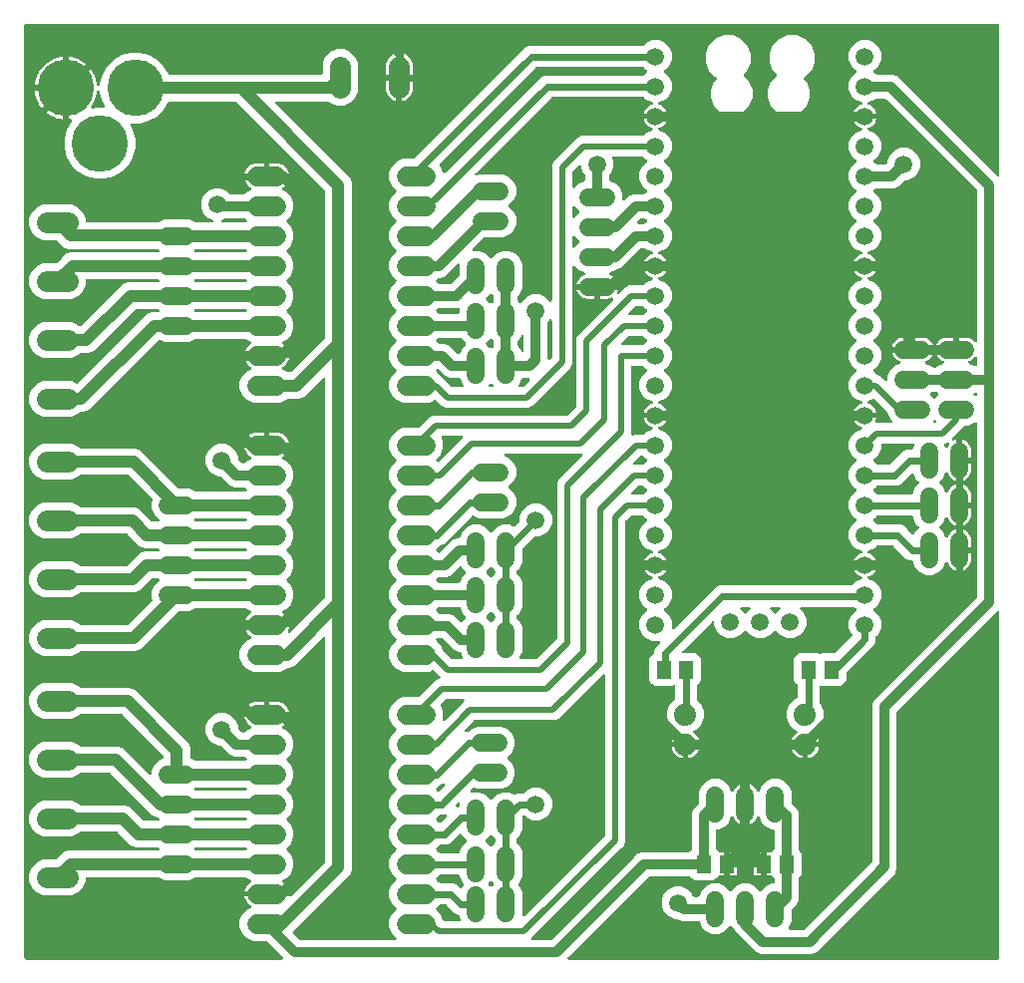
<source format=gbr>
G04 EAGLE Gerber RS-274X export*
G75*
%MOMM*%
%FSLAX34Y34*%
%LPD*%
%INBottom Copper*%
%IPPOS*%
%AMOC8*
5,1,8,0,0,1.08239X$1,22.5*%
G01*
%ADD10C,1.524000*%
%ADD11C,1.676400*%
%ADD12R,1.300000X1.500000*%
%ADD13C,1.879600*%
%ADD14C,4.800000*%
%ADD15C,1.508000*%
%ADD16C,1.790700*%
%ADD17C,1.016000*%
%ADD18C,0.812800*%
%ADD19C,0.508000*%
%ADD20C,0.609600*%
%ADD21C,1.500000*%

G36*
X231623Y12718D02*
X231623Y12718D01*
X231762Y12731D01*
X231781Y12738D01*
X231801Y12741D01*
X231930Y12792D01*
X232061Y12839D01*
X232078Y12850D01*
X232097Y12858D01*
X232209Y12939D01*
X232324Y13017D01*
X232338Y13033D01*
X232354Y13044D01*
X232443Y13152D01*
X232535Y13256D01*
X232544Y13274D01*
X232557Y13289D01*
X232616Y13415D01*
X232679Y13539D01*
X232684Y13559D01*
X232692Y13577D01*
X232719Y13713D01*
X232749Y13849D01*
X232748Y13870D01*
X232752Y13889D01*
X232744Y14028D01*
X232739Y14167D01*
X232734Y14187D01*
X232733Y14207D01*
X232690Y14339D01*
X232651Y14473D01*
X232641Y14490D01*
X232634Y14509D01*
X232560Y14627D01*
X232489Y14747D01*
X232471Y14768D01*
X232464Y14778D01*
X232449Y14792D01*
X232383Y14867D01*
X218921Y28330D01*
X218843Y28390D01*
X218771Y28458D01*
X218718Y28487D01*
X218670Y28524D01*
X218579Y28564D01*
X218492Y28612D01*
X218434Y28627D01*
X218378Y28651D01*
X218280Y28666D01*
X218184Y28691D01*
X218084Y28697D01*
X218064Y28701D01*
X218052Y28699D01*
X218024Y28701D01*
X207178Y28701D01*
X201856Y30906D01*
X197784Y34978D01*
X195579Y40300D01*
X195579Y46060D01*
X197784Y51382D01*
X201856Y55454D01*
X204775Y56663D01*
X204853Y56708D01*
X204935Y56743D01*
X204990Y56786D01*
X205051Y56821D01*
X205116Y56883D01*
X205186Y56938D01*
X205229Y56993D01*
X205280Y57042D01*
X205327Y57119D01*
X205381Y57189D01*
X205409Y57253D01*
X205446Y57313D01*
X205472Y57399D01*
X205508Y57481D01*
X205519Y57550D01*
X205539Y57617D01*
X205544Y57707D01*
X205558Y57795D01*
X205551Y57865D01*
X205555Y57935D01*
X205537Y58022D01*
X205528Y58112D01*
X205505Y58178D01*
X205490Y58246D01*
X205451Y58327D01*
X205421Y58411D01*
X205381Y58469D01*
X205351Y58532D01*
X205292Y58600D01*
X205242Y58674D01*
X205190Y58721D01*
X205144Y58774D01*
X205071Y58826D01*
X205004Y58885D01*
X204896Y58949D01*
X204884Y58957D01*
X204878Y58960D01*
X204865Y58967D01*
X204333Y59238D01*
X202942Y60249D01*
X201727Y61464D01*
X200716Y62855D01*
X199935Y64387D01*
X199404Y66022D01*
X199395Y66081D01*
X217210Y66081D01*
X217328Y66096D01*
X217447Y66103D01*
X217485Y66115D01*
X217525Y66121D01*
X217636Y66164D01*
X217749Y66201D01*
X217783Y66223D01*
X217821Y66238D01*
X217917Y66307D01*
X218018Y66371D01*
X218046Y66401D01*
X218078Y66424D01*
X218154Y66516D01*
X218236Y66603D01*
X218255Y66638D01*
X218281Y66669D01*
X218332Y66777D01*
X218389Y66881D01*
X218399Y66921D01*
X218417Y66957D01*
X218437Y67064D01*
X218441Y67034D01*
X218485Y66924D01*
X218521Y66811D01*
X218543Y66776D01*
X218558Y66739D01*
X218628Y66642D01*
X218691Y66542D01*
X218721Y66514D01*
X218745Y66481D01*
X218836Y66405D01*
X218923Y66324D01*
X218958Y66304D01*
X218990Y66279D01*
X219097Y66228D01*
X219202Y66170D01*
X219241Y66160D01*
X219277Y66143D01*
X219394Y66121D01*
X219510Y66091D01*
X219570Y66087D01*
X219590Y66083D01*
X219610Y66085D01*
X219670Y66081D01*
X238292Y66081D01*
X238390Y66093D01*
X238489Y66096D01*
X238547Y66113D01*
X238608Y66121D01*
X238700Y66157D01*
X238795Y66185D01*
X238847Y66215D01*
X238903Y66238D01*
X238983Y66296D01*
X239069Y66346D01*
X239144Y66412D01*
X239161Y66424D01*
X239168Y66434D01*
X239189Y66452D01*
X267852Y95114D01*
X267912Y95193D01*
X267980Y95265D01*
X268009Y95318D01*
X268046Y95366D01*
X268086Y95457D01*
X268134Y95543D01*
X268149Y95602D01*
X268173Y95658D01*
X268188Y95756D01*
X268213Y95851D01*
X268219Y95951D01*
X268223Y95972D01*
X268221Y95984D01*
X268223Y96012D01*
X268223Y285599D01*
X268207Y285727D01*
X268201Y285826D01*
X268196Y285841D01*
X268193Y285876D01*
X268186Y285895D01*
X268183Y285915D01*
X268132Y286044D01*
X268113Y286098D01*
X268103Y286129D01*
X268100Y286133D01*
X268085Y286175D01*
X268074Y286192D01*
X268066Y286211D01*
X267985Y286323D01*
X267907Y286438D01*
X267891Y286452D01*
X267880Y286468D01*
X267772Y286557D01*
X267668Y286649D01*
X267650Y286658D01*
X267635Y286671D01*
X267509Y286730D01*
X267385Y286793D01*
X267365Y286798D01*
X267347Y286806D01*
X267211Y286832D01*
X267075Y286863D01*
X267054Y286862D01*
X267035Y286866D01*
X266896Y286858D01*
X266757Y286853D01*
X266737Y286848D01*
X266717Y286846D01*
X266634Y286820D01*
X266628Y286819D01*
X266612Y286812D01*
X266585Y286804D01*
X266451Y286765D01*
X266434Y286755D01*
X266415Y286748D01*
X266355Y286711D01*
X266333Y286702D01*
X266283Y286666D01*
X266177Y286603D01*
X266156Y286585D01*
X266146Y286578D01*
X266132Y286563D01*
X266084Y286521D01*
X266075Y286515D01*
X266071Y286510D01*
X266057Y286497D01*
X241864Y262305D01*
X237757Y260603D01*
X236647Y260603D01*
X236549Y260591D01*
X236450Y260588D01*
X236391Y260571D01*
X236331Y260563D01*
X236239Y260527D01*
X236144Y260499D01*
X236092Y260469D01*
X236036Y260446D01*
X235956Y260388D01*
X235870Y260338D01*
X235795Y260272D01*
X235778Y260260D01*
X235771Y260250D01*
X235749Y260231D01*
X235024Y259506D01*
X229702Y257301D01*
X207178Y257301D01*
X201856Y259506D01*
X197784Y263578D01*
X195579Y268900D01*
X195579Y274660D01*
X197784Y279982D01*
X201856Y284054D01*
X204775Y285263D01*
X204853Y285308D01*
X204935Y285343D01*
X204990Y285386D01*
X205051Y285421D01*
X205116Y285483D01*
X205186Y285538D01*
X205229Y285593D01*
X205280Y285642D01*
X205327Y285719D01*
X205381Y285789D01*
X205409Y285853D01*
X205446Y285913D01*
X205472Y285999D01*
X205508Y286081D01*
X205519Y286150D01*
X205539Y286217D01*
X205544Y286307D01*
X205558Y286395D01*
X205551Y286465D01*
X205555Y286535D01*
X205537Y286622D01*
X205528Y286712D01*
X205505Y286778D01*
X205490Y286846D01*
X205451Y286927D01*
X205421Y287011D01*
X205381Y287069D01*
X205351Y287132D01*
X205292Y287200D01*
X205242Y287274D01*
X205190Y287321D01*
X205144Y287374D01*
X205071Y287426D01*
X205004Y287485D01*
X204896Y287549D01*
X204884Y287557D01*
X204878Y287560D01*
X204865Y287567D01*
X204333Y287838D01*
X202942Y288849D01*
X201727Y290064D01*
X200716Y291455D01*
X199935Y292987D01*
X199404Y294622D01*
X199395Y294681D01*
X217210Y294681D01*
X217328Y294696D01*
X217447Y294703D01*
X217485Y294715D01*
X217525Y294721D01*
X217636Y294764D01*
X217749Y294801D01*
X217783Y294823D01*
X217821Y294838D01*
X217917Y294907D01*
X218018Y294971D01*
X218046Y295001D01*
X218078Y295024D01*
X218154Y295116D01*
X218236Y295203D01*
X218255Y295238D01*
X218281Y295269D01*
X218332Y295377D01*
X218389Y295481D01*
X218399Y295521D01*
X218417Y295557D01*
X218437Y295664D01*
X218441Y295634D01*
X218485Y295524D01*
X218521Y295411D01*
X218543Y295376D01*
X218558Y295339D01*
X218628Y295242D01*
X218691Y295142D01*
X218721Y295114D01*
X218745Y295081D01*
X218836Y295005D01*
X218923Y294924D01*
X218958Y294904D01*
X218990Y294879D01*
X219097Y294828D01*
X219202Y294770D01*
X219241Y294760D01*
X219277Y294743D01*
X219394Y294721D01*
X219510Y294691D01*
X219570Y294687D01*
X219590Y294683D01*
X219610Y294685D01*
X219670Y294681D01*
X237485Y294681D01*
X237476Y294622D01*
X236945Y292987D01*
X236438Y291993D01*
X236398Y291881D01*
X236350Y291771D01*
X236344Y291732D01*
X236330Y291694D01*
X236319Y291575D01*
X236300Y291457D01*
X236304Y291417D01*
X236300Y291377D01*
X236319Y291260D01*
X236330Y291140D01*
X236344Y291103D01*
X236350Y291063D01*
X236397Y290954D01*
X236438Y290841D01*
X236460Y290808D01*
X236476Y290771D01*
X236549Y290677D01*
X236616Y290578D01*
X236646Y290551D01*
X236671Y290520D01*
X236765Y290447D01*
X236855Y290368D01*
X236890Y290349D01*
X236922Y290325D01*
X237032Y290277D01*
X237138Y290223D01*
X237177Y290214D01*
X237214Y290198D01*
X237332Y290179D01*
X237448Y290153D01*
X237488Y290155D01*
X237528Y290148D01*
X237647Y290159D01*
X237766Y290163D01*
X237805Y290174D01*
X237845Y290178D01*
X237957Y290218D01*
X238072Y290251D01*
X238106Y290272D01*
X238144Y290285D01*
X238243Y290352D01*
X238346Y290413D01*
X238390Y290452D01*
X238407Y290464D01*
X238421Y290479D01*
X238466Y290519D01*
X267852Y319904D01*
X267912Y319983D01*
X267980Y320055D01*
X268009Y320108D01*
X268046Y320156D01*
X268086Y320247D01*
X268134Y320333D01*
X268149Y320392D01*
X268173Y320448D01*
X268188Y320546D01*
X268213Y320641D01*
X268219Y320741D01*
X268223Y320762D01*
X268221Y320774D01*
X268223Y320802D01*
X268223Y505893D01*
X268206Y506030D01*
X268193Y506169D01*
X268186Y506188D01*
X268183Y506208D01*
X268132Y506337D01*
X268085Y506468D01*
X268074Y506485D01*
X268066Y506504D01*
X267985Y506616D01*
X267907Y506732D01*
X267891Y506745D01*
X267880Y506761D01*
X267772Y506850D01*
X267668Y506942D01*
X267650Y506951D01*
X267635Y506964D01*
X267509Y507023D01*
X267385Y507087D01*
X267365Y507091D01*
X267347Y507100D01*
X267211Y507126D01*
X267075Y507156D01*
X267054Y507156D01*
X267035Y507159D01*
X266896Y507151D01*
X266757Y507147D01*
X266737Y507141D01*
X266717Y507140D01*
X266585Y507097D01*
X266451Y507058D01*
X266434Y507048D01*
X266415Y507042D01*
X266297Y506967D01*
X266177Y506897D01*
X266156Y506878D01*
X266146Y506872D01*
X266132Y506857D01*
X266057Y506790D01*
X250171Y490905D01*
X246063Y489203D01*
X236647Y489203D01*
X236549Y489191D01*
X236450Y489188D01*
X236392Y489171D01*
X236331Y489163D01*
X236239Y489127D01*
X236144Y489099D01*
X236092Y489069D01*
X236036Y489046D01*
X235956Y488988D01*
X235870Y488938D01*
X235795Y488872D01*
X235778Y488860D01*
X235771Y488850D01*
X235750Y488832D01*
X235024Y488106D01*
X229702Y485901D01*
X207178Y485901D01*
X201856Y488106D01*
X197784Y492178D01*
X195579Y497500D01*
X195579Y503260D01*
X197784Y508582D01*
X201856Y512654D01*
X204775Y513863D01*
X204853Y513908D01*
X204935Y513943D01*
X204990Y513986D01*
X205051Y514021D01*
X205115Y514083D01*
X205186Y514138D01*
X205229Y514193D01*
X205280Y514242D01*
X205326Y514318D01*
X205381Y514389D01*
X205409Y514454D01*
X205446Y514513D01*
X205472Y514599D01*
X205508Y514681D01*
X205519Y514750D01*
X205539Y514817D01*
X205544Y514907D01*
X205558Y514995D01*
X205551Y515065D01*
X205555Y515135D01*
X205537Y515222D01*
X205528Y515312D01*
X205504Y515378D01*
X205490Y515446D01*
X205451Y515527D01*
X205421Y515611D01*
X205381Y515669D01*
X205351Y515732D01*
X205292Y515800D01*
X205242Y515874D01*
X205190Y515921D01*
X205144Y515974D01*
X205071Y516026D01*
X205004Y516085D01*
X204896Y516149D01*
X204884Y516157D01*
X204878Y516160D01*
X204865Y516167D01*
X204333Y516438D01*
X202942Y517449D01*
X201727Y518664D01*
X200716Y520055D01*
X199935Y521587D01*
X199404Y523222D01*
X199395Y523281D01*
X217210Y523281D01*
X217328Y523296D01*
X217447Y523303D01*
X217485Y523315D01*
X217525Y523321D01*
X217636Y523364D01*
X217749Y523401D01*
X217783Y523423D01*
X217821Y523438D01*
X217917Y523507D01*
X218018Y523571D01*
X218046Y523601D01*
X218078Y523624D01*
X218154Y523716D01*
X218236Y523803D01*
X218255Y523838D01*
X218281Y523869D01*
X218332Y523977D01*
X218389Y524081D01*
X218399Y524121D01*
X218417Y524157D01*
X218437Y524264D01*
X218441Y524234D01*
X218485Y524124D01*
X218521Y524011D01*
X218543Y523976D01*
X218558Y523939D01*
X218628Y523842D01*
X218691Y523742D01*
X218721Y523714D01*
X218745Y523681D01*
X218836Y523605D01*
X218923Y523524D01*
X218958Y523504D01*
X218990Y523479D01*
X219097Y523428D01*
X219202Y523370D01*
X219241Y523360D01*
X219277Y523343D01*
X219394Y523321D01*
X219510Y523291D01*
X219570Y523287D01*
X219590Y523283D01*
X219610Y523285D01*
X219670Y523281D01*
X237485Y523281D01*
X237476Y523222D01*
X236945Y521587D01*
X236164Y520055D01*
X235153Y518664D01*
X233938Y517449D01*
X232547Y516438D01*
X232015Y516167D01*
X231941Y516117D01*
X231861Y516075D01*
X231810Y516028D01*
X231752Y515988D01*
X231692Y515921D01*
X231626Y515861D01*
X231588Y515802D01*
X231541Y515750D01*
X231501Y515670D01*
X231451Y515595D01*
X231429Y515529D01*
X231397Y515466D01*
X231377Y515379D01*
X231348Y515294D01*
X231343Y515224D01*
X231327Y515156D01*
X231330Y515067D01*
X231323Y514977D01*
X231335Y514908D01*
X231337Y514838D01*
X231362Y514752D01*
X231377Y514664D01*
X231406Y514600D01*
X231426Y514533D01*
X231471Y514456D01*
X231508Y514374D01*
X231552Y514319D01*
X231587Y514259D01*
X231651Y514195D01*
X231706Y514126D01*
X231762Y514083D01*
X231812Y514034D01*
X231889Y513988D01*
X231961Y513934D01*
X232073Y513879D01*
X232086Y513872D01*
X232092Y513870D01*
X232105Y513863D01*
X235024Y512654D01*
X235750Y511928D01*
X235828Y511868D01*
X235900Y511800D01*
X235953Y511771D01*
X236001Y511734D01*
X236092Y511694D01*
X236178Y511646D01*
X236237Y511631D01*
X236293Y511607D01*
X236391Y511592D01*
X236486Y511567D01*
X236586Y511561D01*
X236607Y511557D01*
X236619Y511559D01*
X236647Y511557D01*
X238685Y511557D01*
X238783Y511569D01*
X238882Y511572D01*
X238940Y511589D01*
X239000Y511597D01*
X239092Y511633D01*
X239187Y511661D01*
X239240Y511691D01*
X239296Y511714D01*
X239376Y511772D01*
X239461Y511822D01*
X239537Y511888D01*
X239553Y511900D01*
X239561Y511910D01*
X239582Y511928D01*
X267852Y540198D01*
X267912Y540276D01*
X267980Y540348D01*
X268009Y540401D01*
X268046Y540449D01*
X268086Y540540D01*
X268134Y540627D01*
X268149Y540685D01*
X268173Y540741D01*
X268188Y540839D01*
X268213Y540935D01*
X268219Y541035D01*
X268223Y541055D01*
X268221Y541067D01*
X268223Y541095D01*
X268223Y665405D01*
X268211Y665503D01*
X268208Y665602D01*
X268191Y665660D01*
X268183Y665720D01*
X268147Y665812D01*
X268119Y665907D01*
X268089Y665960D01*
X268066Y666016D01*
X268008Y666096D01*
X267958Y666181D01*
X267892Y666257D01*
X267880Y666273D01*
X267870Y666281D01*
X267852Y666302D01*
X192862Y741292D01*
X192784Y741352D01*
X192712Y741420D01*
X192659Y741449D01*
X192611Y741486D01*
X192520Y741526D01*
X192433Y741574D01*
X192375Y741589D01*
X192319Y741613D01*
X192221Y741628D01*
X192125Y741653D01*
X192025Y741659D01*
X192005Y741663D01*
X191993Y741661D01*
X191965Y741663D01*
X135903Y741663D01*
X135798Y741650D01*
X135692Y741646D01*
X135641Y741630D01*
X135587Y741623D01*
X135489Y741585D01*
X135388Y741554D01*
X135341Y741526D01*
X135291Y741506D01*
X135206Y741444D01*
X135115Y741390D01*
X135078Y741351D01*
X135034Y741320D01*
X134967Y741238D01*
X134893Y741163D01*
X134845Y741091D01*
X134831Y741075D01*
X134825Y741060D01*
X134803Y741029D01*
X130953Y734360D01*
X125350Y728757D01*
X118487Y724794D01*
X110832Y722743D01*
X104062Y722743D01*
X103931Y722727D01*
X103799Y722716D01*
X103773Y722707D01*
X103746Y722703D01*
X103624Y722655D01*
X103498Y722611D01*
X103476Y722596D01*
X103451Y722586D01*
X103344Y722509D01*
X103233Y722435D01*
X103215Y722415D01*
X103193Y722400D01*
X103109Y722297D01*
X103020Y722199D01*
X103008Y722175D01*
X102991Y722155D01*
X102934Y722035D01*
X102873Y721918D01*
X102867Y721891D01*
X102855Y721867D01*
X102830Y721737D01*
X102800Y721608D01*
X102800Y721581D01*
X102795Y721555D01*
X102804Y721423D01*
X102806Y721290D01*
X102813Y721264D01*
X102815Y721237D01*
X102856Y721111D01*
X102891Y720984D01*
X102908Y720949D01*
X102913Y720935D01*
X102925Y720916D01*
X102963Y720839D01*
X104916Y717457D01*
X106967Y709802D01*
X106967Y701878D01*
X104916Y694223D01*
X100953Y687360D01*
X95350Y681757D01*
X88487Y677794D01*
X80832Y675743D01*
X72908Y675743D01*
X65253Y677794D01*
X58390Y681757D01*
X52787Y687360D01*
X48824Y694223D01*
X46773Y701878D01*
X46773Y709802D01*
X48824Y717457D01*
X52787Y724320D01*
X52888Y724421D01*
X52919Y724461D01*
X52957Y724496D01*
X53016Y724586D01*
X53082Y724672D01*
X53103Y724719D01*
X53131Y724762D01*
X53166Y724864D01*
X53209Y724964D01*
X53217Y725014D01*
X53233Y725063D01*
X53242Y725171D01*
X53259Y725278D01*
X53254Y725329D01*
X53258Y725380D01*
X53239Y725487D01*
X53229Y725595D01*
X53212Y725643D01*
X53203Y725693D01*
X53158Y725792D01*
X53121Y725894D01*
X53093Y725936D01*
X53071Y725983D01*
X53004Y726067D01*
X52943Y726157D01*
X52904Y726191D01*
X52872Y726231D01*
X52785Y726296D01*
X52704Y726367D01*
X52659Y726391D01*
X52618Y726422D01*
X52517Y726463D01*
X52421Y726512D01*
X52371Y726523D01*
X52324Y726543D01*
X52216Y726558D01*
X52111Y726582D01*
X52060Y726580D01*
X52009Y726587D01*
X51848Y726580D01*
X50409Y726417D01*
X50409Y751570D01*
X50394Y751688D01*
X50387Y751807D01*
X50374Y751845D01*
X50369Y751885D01*
X50326Y751996D01*
X50289Y752109D01*
X50267Y752143D01*
X50252Y752181D01*
X50182Y752277D01*
X50119Y752378D01*
X50089Y752406D01*
X50065Y752438D01*
X49974Y752514D01*
X49887Y752596D01*
X49852Y752615D01*
X49821Y752641D01*
X49713Y752692D01*
X49609Y752749D01*
X49569Y752760D01*
X49533Y752777D01*
X49416Y752799D01*
X49301Y752829D01*
X49240Y752833D01*
X49220Y752837D01*
X49200Y752835D01*
X49140Y752839D01*
X47869Y752839D01*
X47869Y752841D01*
X49140Y752841D01*
X49258Y752856D01*
X49377Y752863D01*
X49415Y752876D01*
X49455Y752881D01*
X49566Y752925D01*
X49679Y752961D01*
X49714Y752983D01*
X49751Y752998D01*
X49847Y753068D01*
X49948Y753131D01*
X49976Y753161D01*
X50009Y753185D01*
X50084Y753276D01*
X50166Y753363D01*
X50186Y753398D01*
X50211Y753430D01*
X50262Y753537D01*
X50320Y753642D01*
X50330Y753681D01*
X50347Y753717D01*
X50369Y753834D01*
X50399Y753949D01*
X50403Y754010D01*
X50407Y754030D01*
X50405Y754050D01*
X50409Y754110D01*
X50409Y779263D01*
X52323Y779047D01*
X55229Y778384D01*
X58043Y777399D01*
X60728Y776106D01*
X63253Y774520D01*
X65583Y772661D01*
X67691Y770553D01*
X69550Y768223D01*
X71136Y765698D01*
X72429Y763013D01*
X73414Y760199D01*
X74077Y757293D01*
X74243Y755821D01*
X74264Y755735D01*
X74275Y755648D01*
X74301Y755582D01*
X74318Y755512D01*
X74359Y755434D01*
X74392Y755352D01*
X74434Y755294D01*
X74467Y755231D01*
X74527Y755166D01*
X74578Y755095D01*
X74633Y755049D01*
X74682Y754997D01*
X74755Y754948D01*
X74823Y754892D01*
X74888Y754862D01*
X74948Y754823D01*
X75031Y754794D01*
X75111Y754756D01*
X75181Y754743D01*
X75249Y754720D01*
X75337Y754713D01*
X75424Y754697D01*
X75495Y754701D01*
X75566Y754696D01*
X75653Y754711D01*
X75741Y754716D01*
X75809Y754738D01*
X75879Y754751D01*
X75960Y754787D01*
X76043Y754814D01*
X76104Y754853D01*
X76169Y754882D01*
X76237Y754937D01*
X76312Y754985D01*
X76361Y755037D01*
X76417Y755081D01*
X76469Y755152D01*
X76530Y755216D01*
X76565Y755279D01*
X76607Y755336D01*
X76641Y755417D01*
X76684Y755495D01*
X76701Y755564D01*
X76729Y755630D01*
X76741Y755717D01*
X76763Y755803D01*
X76771Y755931D01*
X76773Y755945D01*
X76773Y755954D01*
X76773Y755963D01*
X76773Y756802D01*
X78824Y764457D01*
X82787Y771320D01*
X88390Y776923D01*
X95253Y780886D01*
X102908Y782937D01*
X110832Y782937D01*
X118487Y780886D01*
X125350Y776923D01*
X130953Y771320D01*
X134803Y764651D01*
X134867Y764567D01*
X134924Y764478D01*
X134963Y764441D01*
X134996Y764398D01*
X135078Y764332D01*
X135156Y764260D01*
X135203Y764234D01*
X135245Y764200D01*
X135342Y764157D01*
X135434Y764106D01*
X135486Y764093D01*
X135535Y764071D01*
X135640Y764053D01*
X135742Y764027D01*
X135827Y764022D01*
X135849Y764018D01*
X135865Y764019D01*
X135903Y764017D01*
X264751Y764017D01*
X264869Y764032D01*
X264987Y764039D01*
X265026Y764052D01*
X265066Y764057D01*
X265177Y764100D01*
X265290Y764137D01*
X265324Y764159D01*
X265362Y764174D01*
X265458Y764243D01*
X265559Y764307D01*
X265586Y764337D01*
X265619Y764360D01*
X265695Y764452D01*
X265777Y764539D01*
X265796Y764574D01*
X265822Y764605D01*
X265873Y764713D01*
X265930Y764817D01*
X265940Y764857D01*
X265957Y764893D01*
X265980Y765010D01*
X266010Y765125D01*
X266013Y765185D01*
X266017Y765205D01*
X266016Y765226D01*
X266020Y765286D01*
X266020Y773947D01*
X268311Y779479D01*
X272545Y783712D01*
X278076Y786004D01*
X284064Y786004D01*
X289595Y783712D01*
X293829Y779479D01*
X296120Y773947D01*
X296120Y750053D01*
X293829Y744521D01*
X289595Y740288D01*
X284064Y737996D01*
X278076Y737996D01*
X272545Y740288D01*
X271541Y741291D01*
X271463Y741352D01*
X271390Y741420D01*
X271337Y741449D01*
X271289Y741486D01*
X271199Y741526D01*
X271112Y741574D01*
X271053Y741589D01*
X270998Y741613D01*
X270900Y741628D01*
X270804Y741653D01*
X270704Y741659D01*
X270684Y741663D01*
X270671Y741661D01*
X270643Y741663D01*
X227167Y741663D01*
X227030Y741646D01*
X226891Y741633D01*
X226872Y741626D01*
X226852Y741623D01*
X226723Y741572D01*
X226592Y741525D01*
X226575Y741514D01*
X226556Y741506D01*
X226444Y741425D01*
X226328Y741347D01*
X226315Y741331D01*
X226299Y741320D01*
X226210Y741212D01*
X226118Y741108D01*
X226109Y741090D01*
X226096Y741075D01*
X226036Y740948D01*
X225973Y740825D01*
X225969Y740805D01*
X225960Y740787D01*
X225934Y740651D01*
X225904Y740515D01*
X225904Y740494D01*
X225901Y740475D01*
X225909Y740336D01*
X225913Y740197D01*
X225919Y740177D01*
X225920Y740157D01*
X225963Y740025D01*
X226002Y739891D01*
X226012Y739874D01*
X226018Y739855D01*
X226093Y739737D01*
X226163Y739617D01*
X226182Y739596D01*
X226188Y739586D01*
X226203Y739572D01*
X226270Y739497D01*
X288875Y676891D01*
X290577Y672783D01*
X290577Y88633D01*
X288875Y84526D01*
X241067Y36717D01*
X240994Y36623D01*
X240915Y36534D01*
X240897Y36498D01*
X240872Y36466D01*
X240825Y36357D01*
X240771Y36251D01*
X240762Y36211D01*
X240746Y36174D01*
X240727Y36057D01*
X240701Y35941D01*
X240702Y35900D01*
X240696Y35860D01*
X240707Y35742D01*
X240711Y35623D01*
X240722Y35584D01*
X240726Y35544D01*
X240766Y35431D01*
X240799Y35317D01*
X240820Y35282D01*
X240833Y35244D01*
X240900Y35146D01*
X240961Y35043D01*
X241000Y34998D01*
X241012Y34981D01*
X241027Y34968D01*
X241067Y34922D01*
X246407Y29582D01*
X246485Y29522D01*
X246557Y29454D01*
X246610Y29425D01*
X246658Y29388D01*
X246749Y29348D01*
X246836Y29300D01*
X246894Y29285D01*
X246950Y29261D01*
X247048Y29246D01*
X247144Y29221D01*
X247244Y29215D01*
X247264Y29211D01*
X247276Y29213D01*
X247304Y29211D01*
X327487Y29211D01*
X327625Y29228D01*
X327763Y29241D01*
X327783Y29248D01*
X327803Y29251D01*
X327932Y29302D01*
X328063Y29349D01*
X328079Y29360D01*
X328098Y29368D01*
X328211Y29449D01*
X328326Y29527D01*
X328339Y29543D01*
X328356Y29554D01*
X328444Y29662D01*
X328536Y29766D01*
X328545Y29784D01*
X328558Y29799D01*
X328618Y29925D01*
X328681Y30049D01*
X328685Y30069D01*
X328694Y30087D01*
X328720Y30223D01*
X328751Y30359D01*
X328750Y30380D01*
X328754Y30399D01*
X328745Y30538D01*
X328741Y30677D01*
X328735Y30697D01*
X328734Y30717D01*
X328691Y30849D01*
X328652Y30983D01*
X328642Y31000D01*
X328636Y31019D01*
X328561Y31137D01*
X328491Y31257D01*
X328472Y31278D01*
X328466Y31288D01*
X328451Y31302D01*
X328385Y31377D01*
X324784Y34978D01*
X322579Y40300D01*
X322579Y46060D01*
X324784Y51382D01*
X328385Y54983D01*
X328458Y55077D01*
X328536Y55166D01*
X328555Y55202D01*
X328579Y55234D01*
X328627Y55343D01*
X328681Y55449D01*
X328690Y55488D01*
X328706Y55526D01*
X328724Y55643D01*
X328751Y55759D01*
X328749Y55800D01*
X328756Y55840D01*
X328744Y55958D01*
X328741Y56077D01*
X328730Y56116D01*
X328726Y56156D01*
X328686Y56269D01*
X328652Y56383D01*
X328632Y56418D01*
X328618Y56456D01*
X328551Y56554D01*
X328491Y56657D01*
X328451Y56702D01*
X328440Y56719D01*
X328424Y56732D01*
X328385Y56778D01*
X324784Y60378D01*
X322579Y65700D01*
X322579Y71460D01*
X324784Y76782D01*
X328385Y80383D01*
X328458Y80477D01*
X328536Y80566D01*
X328555Y80602D01*
X328579Y80634D01*
X328627Y80743D01*
X328681Y80849D01*
X328690Y80888D01*
X328706Y80926D01*
X328724Y81043D01*
X328751Y81159D01*
X328749Y81200D01*
X328756Y81240D01*
X328744Y81358D01*
X328741Y81477D01*
X328730Y81516D01*
X328726Y81556D01*
X328686Y81669D01*
X328652Y81783D01*
X328632Y81818D01*
X328618Y81856D01*
X328551Y81954D01*
X328491Y82057D01*
X328451Y82102D01*
X328440Y82119D01*
X328424Y82132D01*
X328385Y82178D01*
X324784Y85778D01*
X322579Y91100D01*
X322579Y96860D01*
X324784Y102182D01*
X328385Y105783D01*
X328458Y105877D01*
X328536Y105966D01*
X328555Y106002D01*
X328579Y106034D01*
X328627Y106143D01*
X328681Y106249D01*
X328690Y106288D01*
X328706Y106326D01*
X328724Y106443D01*
X328751Y106559D01*
X328749Y106600D01*
X328756Y106640D01*
X328744Y106758D01*
X328741Y106877D01*
X328730Y106916D01*
X328726Y106956D01*
X328686Y107069D01*
X328652Y107183D01*
X328632Y107218D01*
X328618Y107256D01*
X328551Y107354D01*
X328491Y107457D01*
X328451Y107502D01*
X328440Y107519D01*
X328424Y107532D01*
X328385Y107578D01*
X324784Y111178D01*
X322579Y116500D01*
X322579Y122260D01*
X324784Y127582D01*
X328385Y131183D01*
X328458Y131277D01*
X328536Y131366D01*
X328555Y131402D01*
X328579Y131434D01*
X328627Y131543D01*
X328681Y131649D01*
X328690Y131688D01*
X328706Y131726D01*
X328724Y131843D01*
X328751Y131959D01*
X328749Y132000D01*
X328756Y132040D01*
X328744Y132158D01*
X328741Y132277D01*
X328730Y132316D01*
X328726Y132356D01*
X328686Y132469D01*
X328652Y132583D01*
X328632Y132618D01*
X328618Y132656D01*
X328551Y132754D01*
X328491Y132857D01*
X328451Y132902D01*
X328440Y132919D01*
X328424Y132932D01*
X328385Y132978D01*
X324784Y136578D01*
X322579Y141900D01*
X322579Y147660D01*
X324784Y152982D01*
X328385Y156583D01*
X328458Y156677D01*
X328536Y156766D01*
X328555Y156802D01*
X328579Y156834D01*
X328627Y156943D01*
X328681Y157049D01*
X328690Y157088D01*
X328706Y157126D01*
X328724Y157243D01*
X328751Y157359D01*
X328749Y157400D01*
X328756Y157440D01*
X328744Y157558D01*
X328741Y157677D01*
X328730Y157716D01*
X328726Y157756D01*
X328686Y157869D01*
X328652Y157983D01*
X328632Y158018D01*
X328618Y158056D01*
X328551Y158154D01*
X328491Y158257D01*
X328451Y158302D01*
X328440Y158319D01*
X328424Y158332D01*
X328385Y158378D01*
X324784Y161978D01*
X322579Y167300D01*
X322579Y173060D01*
X324784Y178382D01*
X328385Y181983D01*
X328458Y182077D01*
X328536Y182166D01*
X328555Y182202D01*
X328579Y182234D01*
X328627Y182343D01*
X328681Y182449D01*
X328690Y182488D01*
X328706Y182526D01*
X328724Y182643D01*
X328751Y182759D01*
X328749Y182800D01*
X328756Y182840D01*
X328744Y182958D01*
X328741Y183077D01*
X328730Y183116D01*
X328726Y183156D01*
X328686Y183269D01*
X328652Y183383D01*
X328632Y183418D01*
X328618Y183456D01*
X328551Y183554D01*
X328491Y183657D01*
X328451Y183702D01*
X328440Y183719D01*
X328424Y183732D01*
X328385Y183778D01*
X324784Y187378D01*
X322579Y192700D01*
X322579Y198460D01*
X324784Y203782D01*
X328385Y207383D01*
X328458Y207477D01*
X328536Y207566D01*
X328555Y207602D01*
X328579Y207634D01*
X328627Y207743D01*
X328681Y207849D01*
X328690Y207888D01*
X328706Y207926D01*
X328724Y208043D01*
X328751Y208159D01*
X328749Y208200D01*
X328756Y208240D01*
X328744Y208358D01*
X328741Y208477D01*
X328730Y208516D01*
X328726Y208556D01*
X328686Y208669D01*
X328652Y208783D01*
X328632Y208818D01*
X328618Y208856D01*
X328551Y208954D01*
X328491Y209057D01*
X328451Y209102D01*
X328440Y209119D01*
X328424Y209132D01*
X328385Y209178D01*
X324784Y212778D01*
X322579Y218100D01*
X322579Y223860D01*
X324784Y229182D01*
X328856Y233254D01*
X334178Y235459D01*
X347179Y235459D01*
X347277Y235471D01*
X347376Y235474D01*
X347434Y235491D01*
X347494Y235499D01*
X347586Y235535D01*
X347682Y235563D01*
X347734Y235593D01*
X347790Y235616D01*
X347870Y235674D01*
X347955Y235724D01*
X348031Y235790D01*
X348047Y235802D01*
X348055Y235812D01*
X348076Y235830D01*
X362138Y249892D01*
X365294Y251199D01*
X365338Y251224D01*
X365384Y251241D01*
X365475Y251303D01*
X365571Y251357D01*
X365606Y251392D01*
X365648Y251419D01*
X365720Y251502D01*
X365799Y251578D01*
X365825Y251621D01*
X365858Y251658D01*
X365908Y251756D01*
X365965Y251849D01*
X365980Y251897D01*
X366003Y251941D01*
X366027Y252048D01*
X366059Y252153D01*
X366061Y252203D01*
X366072Y252251D01*
X366069Y252361D01*
X366074Y252471D01*
X366064Y252520D01*
X366063Y252569D01*
X366032Y252675D01*
X366010Y252782D01*
X365988Y252827D01*
X365974Y252875D01*
X365918Y252969D01*
X365870Y253068D01*
X365838Y253106D01*
X365813Y253149D01*
X365706Y253270D01*
X364610Y254366D01*
X360818Y258158D01*
X360794Y258176D01*
X360775Y258199D01*
X360669Y258273D01*
X360567Y258353D01*
X360539Y258365D01*
X360515Y258382D01*
X360394Y258428D01*
X360275Y258479D01*
X360245Y258484D01*
X360218Y258494D01*
X360089Y258509D01*
X359961Y258529D01*
X359931Y258526D01*
X359902Y258530D01*
X359773Y258512D01*
X359644Y258499D01*
X359616Y258489D01*
X359587Y258485D01*
X359435Y258433D01*
X356702Y257301D01*
X334178Y257301D01*
X328856Y259506D01*
X324784Y263578D01*
X322579Y268900D01*
X322579Y274660D01*
X324784Y279982D01*
X328385Y283583D01*
X328458Y283677D01*
X328536Y283766D01*
X328555Y283802D01*
X328579Y283834D01*
X328627Y283943D01*
X328681Y284049D01*
X328690Y284088D01*
X328706Y284126D01*
X328724Y284243D01*
X328751Y284359D01*
X328749Y284400D01*
X328756Y284440D01*
X328744Y284558D01*
X328741Y284677D01*
X328730Y284716D01*
X328726Y284756D01*
X328686Y284869D01*
X328652Y284983D01*
X328632Y285018D01*
X328618Y285056D01*
X328551Y285154D01*
X328491Y285257D01*
X328451Y285302D01*
X328440Y285319D01*
X328424Y285332D01*
X328385Y285378D01*
X324784Y288978D01*
X322579Y294300D01*
X322579Y300060D01*
X324784Y305382D01*
X328385Y308982D01*
X328458Y309077D01*
X328536Y309166D01*
X328555Y309202D01*
X328579Y309234D01*
X328627Y309343D01*
X328681Y309449D01*
X328690Y309488D01*
X328706Y309526D01*
X328724Y309643D01*
X328751Y309759D01*
X328749Y309800D01*
X328756Y309840D01*
X328744Y309958D01*
X328741Y310077D01*
X328730Y310116D01*
X328726Y310156D01*
X328686Y310268D01*
X328652Y310383D01*
X328632Y310417D01*
X328618Y310456D01*
X328551Y310554D01*
X328491Y310657D01*
X328451Y310702D01*
X328440Y310719D01*
X328424Y310732D01*
X328385Y310777D01*
X324784Y314378D01*
X322579Y319700D01*
X322579Y325460D01*
X324784Y330782D01*
X328385Y334383D01*
X328458Y334477D01*
X328536Y334566D01*
X328555Y334602D01*
X328579Y334634D01*
X328627Y334743D01*
X328681Y334849D01*
X328690Y334888D01*
X328706Y334926D01*
X328724Y335043D01*
X328751Y335159D01*
X328749Y335200D01*
X328756Y335240D01*
X328744Y335358D01*
X328741Y335477D01*
X328730Y335516D01*
X328726Y335556D01*
X328686Y335669D01*
X328652Y335783D01*
X328632Y335818D01*
X328618Y335856D01*
X328551Y335954D01*
X328491Y336057D01*
X328451Y336102D01*
X328440Y336119D01*
X328424Y336132D01*
X328385Y336178D01*
X324784Y339778D01*
X322579Y345100D01*
X322579Y350860D01*
X324784Y356182D01*
X328385Y359783D01*
X328458Y359877D01*
X328536Y359966D01*
X328555Y360002D01*
X328579Y360034D01*
X328627Y360143D01*
X328681Y360249D01*
X328690Y360288D01*
X328706Y360326D01*
X328724Y360443D01*
X328751Y360559D01*
X328749Y360600D01*
X328756Y360640D01*
X328744Y360758D01*
X328741Y360877D01*
X328730Y360916D01*
X328726Y360956D01*
X328686Y361069D01*
X328652Y361183D01*
X328632Y361218D01*
X328618Y361256D01*
X328551Y361354D01*
X328491Y361457D01*
X328451Y361502D01*
X328440Y361519D01*
X328424Y361532D01*
X328385Y361578D01*
X324784Y365178D01*
X322579Y370500D01*
X322579Y376260D01*
X324784Y381582D01*
X328385Y385183D01*
X328458Y385277D01*
X328536Y385366D01*
X328555Y385402D01*
X328579Y385434D01*
X328627Y385543D01*
X328681Y385649D01*
X328690Y385688D01*
X328706Y385726D01*
X328724Y385843D01*
X328751Y385959D01*
X328749Y386000D01*
X328756Y386040D01*
X328744Y386158D01*
X328741Y386277D01*
X328730Y386316D01*
X328726Y386356D01*
X328686Y386469D01*
X328652Y386583D01*
X328632Y386618D01*
X328618Y386656D01*
X328551Y386754D01*
X328491Y386857D01*
X328451Y386902D01*
X328440Y386919D01*
X328424Y386932D01*
X328385Y386978D01*
X324784Y390578D01*
X322579Y395900D01*
X322579Y401660D01*
X324784Y406982D01*
X328385Y410583D01*
X328458Y410677D01*
X328536Y410766D01*
X328555Y410802D01*
X328579Y410834D01*
X328627Y410943D01*
X328681Y411049D01*
X328690Y411088D01*
X328706Y411126D01*
X328724Y411243D01*
X328751Y411359D01*
X328749Y411400D01*
X328756Y411440D01*
X328744Y411558D01*
X328741Y411677D01*
X328730Y411716D01*
X328726Y411756D01*
X328686Y411869D01*
X328652Y411983D01*
X328632Y412018D01*
X328618Y412056D01*
X328551Y412154D01*
X328491Y412257D01*
X328451Y412302D01*
X328440Y412319D01*
X328424Y412332D01*
X328385Y412378D01*
X324784Y415978D01*
X322579Y421300D01*
X322579Y427060D01*
X324784Y432382D01*
X328385Y435983D01*
X328458Y436077D01*
X328536Y436166D01*
X328555Y436202D01*
X328579Y436234D01*
X328627Y436343D01*
X328681Y436449D01*
X328690Y436488D01*
X328706Y436526D01*
X328724Y436643D01*
X328751Y436759D01*
X328749Y436800D01*
X328756Y436840D01*
X328744Y436958D01*
X328741Y437077D01*
X328730Y437116D01*
X328726Y437156D01*
X328686Y437269D01*
X328652Y437383D01*
X328632Y437418D01*
X328618Y437456D01*
X328551Y437554D01*
X328491Y437657D01*
X328451Y437702D01*
X328440Y437719D01*
X328424Y437732D01*
X328385Y437778D01*
X324784Y441378D01*
X322579Y446700D01*
X322579Y452460D01*
X324784Y457782D01*
X328856Y461854D01*
X334178Y464059D01*
X347179Y464059D01*
X347277Y464071D01*
X347376Y464074D01*
X347434Y464091D01*
X347494Y464099D01*
X347586Y464135D01*
X347682Y464163D01*
X347734Y464193D01*
X347790Y464216D01*
X347870Y464274D01*
X347955Y464324D01*
X348031Y464390D01*
X348047Y464402D01*
X348055Y464412D01*
X348076Y464430D01*
X357058Y473412D01*
X360232Y474727D01*
X473417Y474727D01*
X473515Y474739D01*
X473614Y474742D01*
X473672Y474759D01*
X473732Y474767D01*
X473824Y474803D01*
X473920Y474831D01*
X473972Y474861D01*
X474028Y474884D01*
X474108Y474942D01*
X474193Y474992D01*
X474269Y475058D01*
X474285Y475070D01*
X474293Y475080D01*
X474314Y475098D01*
X481212Y481996D01*
X481272Y482074D01*
X481340Y482146D01*
X481369Y482199D01*
X481406Y482247D01*
X481446Y482338D01*
X481494Y482425D01*
X481509Y482483D01*
X481533Y482539D01*
X481548Y482637D01*
X481573Y482733D01*
X481579Y482833D01*
X481583Y482853D01*
X481581Y482865D01*
X481583Y482893D01*
X481583Y540198D01*
X482898Y543372D01*
X485506Y545980D01*
X512465Y572939D01*
X512538Y573034D01*
X512617Y573123D01*
X512635Y573159D01*
X512660Y573190D01*
X512707Y573300D01*
X512762Y573406D01*
X512770Y573446D01*
X512786Y573482D01*
X512805Y573600D01*
X512831Y573717D01*
X512830Y573757D01*
X512836Y573796D01*
X512825Y573916D01*
X512821Y574035D01*
X512810Y574073D01*
X512806Y574113D01*
X512766Y574226D01*
X512733Y574340D01*
X512712Y574375D01*
X512699Y574412D01*
X512632Y574511D01*
X512571Y574614D01*
X512543Y574642D01*
X512520Y574675D01*
X512431Y574754D01*
X512346Y574839D01*
X512312Y574859D01*
X512282Y574886D01*
X512175Y574940D01*
X512073Y575001D01*
X512034Y575012D01*
X511999Y575031D01*
X511882Y575057D01*
X511767Y575090D01*
X511727Y575091D01*
X511688Y575100D01*
X511569Y575097D01*
X511450Y575100D01*
X511410Y575092D01*
X511370Y575091D01*
X511256Y575057D01*
X511139Y575031D01*
X511084Y575008D01*
X511065Y575002D01*
X511047Y574992D01*
X510991Y574968D01*
X510630Y574784D01*
X509109Y574289D01*
X507530Y574039D01*
X501649Y574039D01*
X501649Y581661D01*
X516589Y581661D01*
X516146Y580300D01*
X515962Y579939D01*
X515922Y579827D01*
X515875Y579717D01*
X515868Y579677D01*
X515855Y579640D01*
X515843Y579521D01*
X515825Y579403D01*
X515828Y579363D01*
X515825Y579323D01*
X515843Y579205D01*
X515854Y579086D01*
X515868Y579048D01*
X515874Y579009D01*
X515922Y578899D01*
X515962Y578787D01*
X515985Y578754D01*
X516000Y578717D01*
X516074Y578622D01*
X516141Y578524D01*
X516171Y578497D01*
X516195Y578465D01*
X516290Y578392D01*
X516379Y578313D01*
X516415Y578295D01*
X516446Y578270D01*
X516556Y578223D01*
X516662Y578169D01*
X516701Y578160D01*
X516738Y578144D01*
X516856Y578125D01*
X516973Y578099D01*
X517013Y578100D01*
X517052Y578094D01*
X517171Y578105D01*
X517291Y578109D01*
X517329Y578120D01*
X517369Y578123D01*
X517481Y578164D01*
X517596Y578197D01*
X517631Y578217D01*
X517668Y578231D01*
X517767Y578298D01*
X517870Y578359D01*
X517915Y578398D01*
X517932Y578409D01*
X517945Y578425D01*
X517991Y578465D01*
X523428Y583902D01*
X526602Y585217D01*
X537466Y585217D01*
X537564Y585229D01*
X537663Y585232D01*
X537721Y585249D01*
X537781Y585257D01*
X537873Y585293D01*
X537968Y585321D01*
X538021Y585351D01*
X538077Y585374D01*
X538157Y585432D01*
X538242Y585482D01*
X538318Y585548D01*
X538334Y585560D01*
X538342Y585570D01*
X538363Y585588D01*
X540915Y588141D01*
X545516Y590046D01*
X545542Y590061D01*
X545570Y590070D01*
X545679Y590139D01*
X545792Y590204D01*
X545814Y590225D01*
X545839Y590241D01*
X545927Y590335D01*
X546021Y590425D01*
X546036Y590451D01*
X546057Y590472D01*
X546119Y590586D01*
X546187Y590696D01*
X546196Y590725D01*
X546210Y590751D01*
X546242Y590876D01*
X546280Y591000D01*
X546282Y591030D01*
X546289Y591059D01*
X546289Y591189D01*
X546295Y591318D01*
X546289Y591347D01*
X546289Y591377D01*
X546257Y591503D01*
X546231Y591629D01*
X546218Y591656D01*
X546211Y591685D01*
X546148Y591798D01*
X546091Y591915D01*
X546072Y591938D01*
X546058Y591964D01*
X545969Y592058D01*
X545885Y592157D01*
X545861Y592174D01*
X545840Y592196D01*
X545731Y592265D01*
X545625Y592340D01*
X545597Y592351D01*
X545572Y592367D01*
X545422Y592426D01*
X544770Y592638D01*
X543357Y593358D01*
X542073Y594291D01*
X540951Y595413D01*
X540018Y596697D01*
X539298Y598110D01*
X538853Y599481D01*
X547410Y599481D01*
X547528Y599496D01*
X547647Y599503D01*
X547685Y599515D01*
X547725Y599521D01*
X547836Y599564D01*
X547949Y599601D01*
X547983Y599623D01*
X548021Y599638D01*
X548117Y599707D01*
X548218Y599771D01*
X548246Y599801D01*
X548278Y599824D01*
X548354Y599916D01*
X548436Y600003D01*
X548455Y600038D01*
X548481Y600069D01*
X548532Y600177D01*
X548589Y600281D01*
X548599Y600320D01*
X548617Y600357D01*
X548637Y600464D01*
X548641Y600434D01*
X548685Y600324D01*
X548721Y600211D01*
X548743Y600176D01*
X548758Y600139D01*
X548828Y600042D01*
X548891Y599942D01*
X548921Y599914D01*
X548945Y599881D01*
X549036Y599805D01*
X549123Y599724D01*
X549158Y599704D01*
X549190Y599679D01*
X549297Y599628D01*
X549402Y599570D01*
X549441Y599560D01*
X549477Y599543D01*
X549594Y599521D01*
X549710Y599491D01*
X549770Y599487D01*
X549790Y599483D01*
X549810Y599485D01*
X549870Y599481D01*
X558427Y599481D01*
X557982Y598110D01*
X557262Y596697D01*
X556329Y595413D01*
X555207Y594291D01*
X553923Y593358D01*
X552510Y592638D01*
X551858Y592426D01*
X551831Y592413D01*
X551802Y592406D01*
X551687Y592346D01*
X551570Y592291D01*
X551547Y592272D01*
X551521Y592258D01*
X551425Y592170D01*
X551325Y592088D01*
X551307Y592064D01*
X551285Y592044D01*
X551214Y591935D01*
X551138Y591831D01*
X551127Y591803D01*
X551110Y591778D01*
X551068Y591655D01*
X551021Y591535D01*
X551017Y591505D01*
X551007Y591477D01*
X550997Y591348D01*
X550981Y591220D01*
X550984Y591190D01*
X550982Y591160D01*
X551004Y591032D01*
X551020Y590904D01*
X551031Y590876D01*
X551036Y590847D01*
X551090Y590729D01*
X551137Y590608D01*
X551155Y590584D01*
X551167Y590557D01*
X551248Y590455D01*
X551324Y590351D01*
X551347Y590332D01*
X551366Y590308D01*
X551469Y590231D01*
X551569Y590148D01*
X551596Y590135D01*
X551620Y590117D01*
X551764Y590046D01*
X556365Y588141D01*
X560201Y584305D01*
X562277Y579293D01*
X562277Y573867D01*
X560201Y568855D01*
X556335Y564990D01*
X556324Y564984D01*
X556201Y564919D01*
X556186Y564905D01*
X556169Y564895D01*
X556069Y564799D01*
X555966Y564705D01*
X555955Y564688D01*
X555940Y564674D01*
X555868Y564555D01*
X555791Y564439D01*
X555785Y564420D01*
X555774Y564403D01*
X555733Y564270D01*
X555688Y564138D01*
X555686Y564118D01*
X555680Y564099D01*
X555674Y563961D01*
X555663Y563821D01*
X555666Y563801D01*
X555665Y563781D01*
X555693Y563645D01*
X555717Y563508D01*
X555725Y563490D01*
X555730Y563470D01*
X555791Y563345D01*
X555848Y563218D01*
X555860Y563202D01*
X555869Y563184D01*
X555960Y563078D01*
X556046Y562970D01*
X556062Y562957D01*
X556076Y562942D01*
X556189Y562862D01*
X556300Y562778D01*
X556326Y562766D01*
X556336Y562759D01*
X556353Y562752D01*
X560201Y558905D01*
X562277Y553893D01*
X562277Y548467D01*
X560201Y543455D01*
X556335Y539590D01*
X556324Y539584D01*
X556201Y539519D01*
X556186Y539505D01*
X556169Y539495D01*
X556069Y539399D01*
X555966Y539305D01*
X555955Y539288D01*
X555940Y539274D01*
X555868Y539155D01*
X555791Y539039D01*
X555785Y539020D01*
X555774Y539003D01*
X555733Y538870D01*
X555688Y538738D01*
X555686Y538718D01*
X555680Y538699D01*
X555674Y538561D01*
X555663Y538421D01*
X555666Y538401D01*
X555665Y538381D01*
X555693Y538245D01*
X555717Y538108D01*
X555725Y538090D01*
X555730Y538070D01*
X555791Y537945D01*
X555848Y537818D01*
X555860Y537802D01*
X555869Y537784D01*
X555960Y537678D01*
X556046Y537570D01*
X556062Y537557D01*
X556076Y537542D01*
X556189Y537462D01*
X556300Y537378D01*
X556326Y537366D01*
X556336Y537359D01*
X556353Y537352D01*
X560201Y533505D01*
X562277Y528493D01*
X562277Y523067D01*
X560201Y518055D01*
X556335Y514190D01*
X556324Y514184D01*
X556201Y514119D01*
X556186Y514105D01*
X556169Y514095D01*
X556069Y513999D01*
X555966Y513905D01*
X555955Y513888D01*
X555940Y513874D01*
X555868Y513755D01*
X555791Y513639D01*
X555785Y513620D01*
X555774Y513603D01*
X555733Y513470D01*
X555688Y513338D01*
X555686Y513318D01*
X555680Y513299D01*
X555674Y513161D01*
X555663Y513021D01*
X555666Y513001D01*
X555665Y512981D01*
X555693Y512845D01*
X555717Y512708D01*
X555725Y512690D01*
X555730Y512670D01*
X555791Y512545D01*
X555848Y512418D01*
X555860Y512402D01*
X555869Y512384D01*
X555960Y512278D01*
X556046Y512170D01*
X556062Y512157D01*
X556076Y512142D01*
X556189Y512062D01*
X556300Y511978D01*
X556326Y511966D01*
X556336Y511959D01*
X556353Y511952D01*
X560201Y508105D01*
X562277Y503093D01*
X562277Y497667D01*
X560201Y492655D01*
X556365Y488819D01*
X551764Y486914D01*
X551738Y486899D01*
X551710Y486890D01*
X551600Y486820D01*
X551488Y486756D01*
X551466Y486735D01*
X551441Y486719D01*
X551353Y486625D01*
X551260Y486535D01*
X551244Y486510D01*
X551223Y486488D01*
X551161Y486374D01*
X551093Y486264D01*
X551084Y486235D01*
X551070Y486209D01*
X551038Y486084D01*
X551000Y485960D01*
X550998Y485930D01*
X550991Y485901D01*
X550991Y485771D01*
X550985Y485642D01*
X550991Y485613D01*
X550991Y485583D01*
X551023Y485458D01*
X551049Y485331D01*
X551062Y485304D01*
X551069Y485275D01*
X551131Y485162D01*
X551189Y485045D01*
X551208Y485022D01*
X551222Y484996D01*
X551311Y484902D01*
X551395Y484803D01*
X551419Y484786D01*
X551440Y484764D01*
X551549Y484695D01*
X551655Y484620D01*
X551683Y484609D01*
X551708Y484593D01*
X551858Y484534D01*
X552510Y484322D01*
X553923Y483602D01*
X555207Y482669D01*
X556329Y481547D01*
X557262Y480263D01*
X557982Y478850D01*
X558427Y477479D01*
X549870Y477479D01*
X549752Y477464D01*
X549633Y477457D01*
X549595Y477444D01*
X549555Y477439D01*
X549444Y477396D01*
X549331Y477359D01*
X549297Y477337D01*
X549259Y477322D01*
X549163Y477253D01*
X549062Y477189D01*
X549034Y477159D01*
X549002Y477136D01*
X548926Y477044D01*
X548844Y476957D01*
X548825Y476922D01*
X548799Y476891D01*
X548748Y476783D01*
X548691Y476679D01*
X548681Y476639D01*
X548663Y476603D01*
X548643Y476496D01*
X548639Y476526D01*
X548595Y476636D01*
X548559Y476749D01*
X548537Y476784D01*
X548522Y476821D01*
X548452Y476917D01*
X548389Y477018D01*
X548359Y477046D01*
X548335Y477079D01*
X548244Y477155D01*
X548157Y477236D01*
X548122Y477256D01*
X548090Y477281D01*
X547983Y477332D01*
X547878Y477390D01*
X547839Y477400D01*
X547803Y477417D01*
X547686Y477439D01*
X547570Y477469D01*
X547510Y477473D01*
X547490Y477477D01*
X547470Y477475D01*
X547410Y477479D01*
X538853Y477479D01*
X539298Y478850D01*
X540018Y480263D01*
X540951Y481547D01*
X542073Y482669D01*
X543357Y483602D01*
X544770Y484322D01*
X545422Y484534D01*
X545449Y484547D01*
X545478Y484554D01*
X545593Y484614D01*
X545710Y484669D01*
X545733Y484688D01*
X545759Y484702D01*
X545855Y484790D01*
X545955Y484872D01*
X545973Y484896D01*
X545995Y484916D01*
X546066Y485025D01*
X546142Y485129D01*
X546153Y485157D01*
X546170Y485182D01*
X546212Y485305D01*
X546259Y485425D01*
X546263Y485455D01*
X546273Y485483D01*
X546283Y485612D01*
X546299Y485740D01*
X546296Y485770D01*
X546298Y485800D01*
X546276Y485928D01*
X546260Y486056D01*
X546249Y486084D01*
X546244Y486113D01*
X546190Y486231D01*
X546143Y486352D01*
X546125Y486376D01*
X546113Y486403D01*
X546032Y486504D01*
X545956Y486609D01*
X545933Y486628D01*
X545914Y486652D01*
X545811Y486729D01*
X545711Y486812D01*
X545684Y486825D01*
X545660Y486843D01*
X545516Y486914D01*
X540915Y488819D01*
X537079Y492655D01*
X535003Y497667D01*
X535003Y503093D01*
X537079Y508105D01*
X540945Y511970D01*
X540956Y511976D01*
X541079Y512041D01*
X541094Y512055D01*
X541111Y512065D01*
X541211Y512162D01*
X541314Y512255D01*
X541325Y512272D01*
X541340Y512286D01*
X541413Y512405D01*
X541489Y512521D01*
X541495Y512540D01*
X541506Y512557D01*
X541547Y512691D01*
X541592Y512822D01*
X541594Y512842D01*
X541600Y512861D01*
X541606Y513001D01*
X541617Y513139D01*
X541614Y513159D01*
X541615Y513179D01*
X541587Y513315D01*
X541563Y513452D01*
X541554Y513471D01*
X541550Y513490D01*
X541489Y513615D01*
X541432Y513742D01*
X541420Y513758D01*
X541411Y513776D01*
X541320Y513882D01*
X541234Y513991D01*
X541217Y514003D01*
X541204Y514018D01*
X541090Y514098D01*
X540979Y514182D01*
X540954Y514194D01*
X540944Y514201D01*
X540927Y514208D01*
X538363Y516772D01*
X538285Y516832D01*
X538213Y516900D01*
X538160Y516929D01*
X538112Y516966D01*
X538021Y517006D01*
X537934Y517054D01*
X537876Y517069D01*
X537820Y517093D01*
X537722Y517108D01*
X537626Y517133D01*
X537526Y517139D01*
X537506Y517143D01*
X537494Y517141D01*
X537466Y517143D01*
X529336Y517143D01*
X529218Y517128D01*
X529099Y517121D01*
X529061Y517108D01*
X529020Y517103D01*
X528910Y517060D01*
X528797Y517023D01*
X528762Y517001D01*
X528725Y516986D01*
X528629Y516917D01*
X528528Y516853D01*
X528500Y516823D01*
X528467Y516800D01*
X528391Y516708D01*
X528310Y516621D01*
X528290Y516586D01*
X528265Y516555D01*
X528214Y516447D01*
X528156Y516343D01*
X528146Y516303D01*
X528129Y516267D01*
X528107Y516150D01*
X528077Y516035D01*
X528073Y515975D01*
X528069Y515955D01*
X528071Y515934D01*
X528067Y515874D01*
X528067Y459145D01*
X528073Y459095D01*
X528071Y459046D01*
X528093Y458938D01*
X528107Y458829D01*
X528125Y458783D01*
X528135Y458734D01*
X528183Y458636D01*
X528224Y458534D01*
X528253Y458493D01*
X528275Y458449D01*
X528346Y458365D01*
X528410Y458276D01*
X528449Y458245D01*
X528481Y458207D01*
X528571Y458144D01*
X528655Y458073D01*
X528700Y458052D01*
X528741Y458024D01*
X528844Y457985D01*
X528943Y457938D01*
X528992Y457929D01*
X529038Y457911D01*
X529148Y457899D01*
X529255Y457878D01*
X529305Y457881D01*
X529354Y457876D01*
X529463Y457891D01*
X529573Y457898D01*
X529620Y457913D01*
X529669Y457920D01*
X529822Y457972D01*
X530412Y458217D01*
X537466Y458217D01*
X537564Y458229D01*
X537663Y458232D01*
X537721Y458249D01*
X537781Y458257D01*
X537873Y458293D01*
X537968Y458321D01*
X538021Y458351D01*
X538077Y458374D01*
X538157Y458432D01*
X538242Y458482D01*
X538318Y458548D01*
X538334Y458560D01*
X538342Y458570D01*
X538363Y458588D01*
X540915Y461141D01*
X545516Y463046D01*
X545542Y463061D01*
X545570Y463070D01*
X545679Y463139D01*
X545792Y463204D01*
X545814Y463225D01*
X545839Y463241D01*
X545927Y463335D01*
X546021Y463425D01*
X546036Y463451D01*
X546057Y463472D01*
X546119Y463586D01*
X546187Y463696D01*
X546196Y463725D01*
X546210Y463751D01*
X546242Y463876D01*
X546280Y464000D01*
X546282Y464030D01*
X546289Y464059D01*
X546289Y464189D01*
X546295Y464318D01*
X546289Y464347D01*
X546289Y464377D01*
X546257Y464503D01*
X546231Y464629D01*
X546218Y464656D01*
X546211Y464685D01*
X546148Y464798D01*
X546091Y464915D01*
X546072Y464938D01*
X546058Y464964D01*
X545969Y465058D01*
X545885Y465157D01*
X545861Y465174D01*
X545840Y465196D01*
X545731Y465265D01*
X545625Y465340D01*
X545597Y465351D01*
X545572Y465367D01*
X545422Y465426D01*
X544770Y465638D01*
X543357Y466358D01*
X542073Y467291D01*
X540951Y468413D01*
X540018Y469697D01*
X539298Y471110D01*
X538853Y472481D01*
X547410Y472481D01*
X547528Y472496D01*
X547647Y472503D01*
X547685Y472515D01*
X547725Y472521D01*
X547836Y472564D01*
X547949Y472601D01*
X547983Y472623D01*
X548021Y472638D01*
X548117Y472707D01*
X548218Y472771D01*
X548246Y472801D01*
X548278Y472824D01*
X548354Y472916D01*
X548436Y473003D01*
X548455Y473038D01*
X548481Y473069D01*
X548532Y473177D01*
X548589Y473281D01*
X548599Y473321D01*
X548617Y473357D01*
X548637Y473464D01*
X548641Y473434D01*
X548685Y473324D01*
X548721Y473211D01*
X548743Y473176D01*
X548758Y473139D01*
X548828Y473042D01*
X548891Y472942D01*
X548921Y472914D01*
X548945Y472881D01*
X549036Y472805D01*
X549123Y472724D01*
X549158Y472704D01*
X549190Y472679D01*
X549297Y472628D01*
X549402Y472570D01*
X549441Y472560D01*
X549477Y472543D01*
X549594Y472521D01*
X549710Y472491D01*
X549770Y472487D01*
X549790Y472483D01*
X549810Y472485D01*
X549870Y472481D01*
X558427Y472481D01*
X557982Y471110D01*
X557262Y469697D01*
X556329Y468413D01*
X555207Y467291D01*
X553923Y466358D01*
X552510Y465638D01*
X551858Y465426D01*
X551831Y465413D01*
X551802Y465406D01*
X551687Y465346D01*
X551570Y465291D01*
X551547Y465272D01*
X551521Y465258D01*
X551425Y465170D01*
X551325Y465088D01*
X551307Y465064D01*
X551285Y465044D01*
X551214Y464935D01*
X551138Y464831D01*
X551127Y464803D01*
X551110Y464778D01*
X551068Y464655D01*
X551021Y464535D01*
X551017Y464505D01*
X551007Y464477D01*
X550997Y464348D01*
X550981Y464220D01*
X550984Y464190D01*
X550982Y464160D01*
X551004Y464032D01*
X551020Y463904D01*
X551031Y463876D01*
X551036Y463847D01*
X551090Y463729D01*
X551137Y463608D01*
X551155Y463584D01*
X551167Y463557D01*
X551248Y463455D01*
X551324Y463351D01*
X551347Y463332D01*
X551366Y463308D01*
X551469Y463231D01*
X551569Y463148D01*
X551596Y463135D01*
X551620Y463117D01*
X551764Y463046D01*
X556365Y461141D01*
X560201Y457305D01*
X562277Y452293D01*
X562277Y446867D01*
X560201Y441855D01*
X556335Y437990D01*
X556324Y437984D01*
X556201Y437919D01*
X556186Y437905D01*
X556169Y437895D01*
X556069Y437799D01*
X555966Y437705D01*
X555955Y437688D01*
X555940Y437674D01*
X555868Y437555D01*
X555791Y437439D01*
X555785Y437420D01*
X555774Y437403D01*
X555733Y437270D01*
X555688Y437138D01*
X555686Y437118D01*
X555680Y437099D01*
X555674Y436961D01*
X555663Y436821D01*
X555666Y436801D01*
X555665Y436781D01*
X555693Y436645D01*
X555717Y436508D01*
X555725Y436490D01*
X555730Y436470D01*
X555791Y436345D01*
X555848Y436218D01*
X555860Y436202D01*
X555869Y436184D01*
X555960Y436078D01*
X556046Y435970D01*
X556062Y435957D01*
X556076Y435942D01*
X556189Y435862D01*
X556300Y435778D01*
X556326Y435766D01*
X556336Y435759D01*
X556353Y435752D01*
X560201Y431905D01*
X562277Y426893D01*
X562277Y421467D01*
X560201Y416455D01*
X556335Y412590D01*
X556324Y412584D01*
X556201Y412519D01*
X556186Y412505D01*
X556169Y412495D01*
X556069Y412399D01*
X555966Y412305D01*
X555955Y412288D01*
X555940Y412274D01*
X555868Y412155D01*
X555791Y412039D01*
X555785Y412020D01*
X555774Y412003D01*
X555733Y411870D01*
X555688Y411738D01*
X555686Y411718D01*
X555680Y411699D01*
X555674Y411561D01*
X555663Y411421D01*
X555666Y411401D01*
X555665Y411381D01*
X555693Y411245D01*
X555717Y411108D01*
X555725Y411090D01*
X555730Y411070D01*
X555791Y410945D01*
X555848Y410818D01*
X555860Y410802D01*
X555869Y410784D01*
X555960Y410678D01*
X556046Y410570D01*
X556062Y410557D01*
X556076Y410542D01*
X556189Y410462D01*
X556300Y410378D01*
X556326Y410366D01*
X556336Y410359D01*
X556353Y410352D01*
X560201Y406505D01*
X562277Y401493D01*
X562277Y396067D01*
X560201Y391055D01*
X556335Y387190D01*
X556324Y387184D01*
X556201Y387119D01*
X556186Y387105D01*
X556169Y387095D01*
X556069Y386998D01*
X555966Y386905D01*
X555955Y386888D01*
X555940Y386874D01*
X555868Y386755D01*
X555791Y386639D01*
X555785Y386620D01*
X555774Y386603D01*
X555733Y386470D01*
X555688Y386338D01*
X555686Y386318D01*
X555680Y386299D01*
X555674Y386160D01*
X555663Y386021D01*
X555666Y386001D01*
X555665Y385981D01*
X555693Y385844D01*
X555717Y385708D01*
X555725Y385689D01*
X555730Y385670D01*
X555791Y385545D01*
X555848Y385418D01*
X555860Y385402D01*
X555869Y385384D01*
X555960Y385278D01*
X556046Y385169D01*
X556063Y385157D01*
X556076Y385142D01*
X556189Y385062D01*
X556301Y384978D01*
X556326Y384966D01*
X556336Y384959D01*
X556353Y384952D01*
X560201Y381105D01*
X562277Y376093D01*
X562277Y370667D01*
X560201Y365655D01*
X556365Y361819D01*
X551764Y359914D01*
X551738Y359899D01*
X551710Y359890D01*
X551600Y359820D01*
X551488Y359756D01*
X551466Y359735D01*
X551441Y359719D01*
X551353Y359625D01*
X551259Y359535D01*
X551244Y359509D01*
X551223Y359488D01*
X551161Y359375D01*
X551093Y359264D01*
X551084Y359235D01*
X551070Y359209D01*
X551038Y359084D01*
X551000Y358960D01*
X550998Y358930D01*
X550991Y358901D01*
X550991Y358771D01*
X550984Y358642D01*
X550991Y358613D01*
X550990Y358583D01*
X551023Y358458D01*
X551049Y358331D01*
X551062Y358304D01*
X551069Y358275D01*
X551131Y358162D01*
X551188Y358045D01*
X551208Y358022D01*
X551222Y357996D01*
X551311Y357902D01*
X551395Y357803D01*
X551419Y357786D01*
X551440Y357764D01*
X551549Y357695D01*
X551655Y357620D01*
X551683Y357609D01*
X551708Y357593D01*
X551858Y357534D01*
X552510Y357322D01*
X553923Y356602D01*
X555207Y355669D01*
X556329Y354547D01*
X557262Y353263D01*
X557982Y351850D01*
X558427Y350479D01*
X549870Y350479D01*
X549752Y350464D01*
X549633Y350457D01*
X549595Y350444D01*
X549555Y350439D01*
X549444Y350396D01*
X549331Y350359D01*
X549297Y350337D01*
X549259Y350322D01*
X549163Y350253D01*
X549062Y350189D01*
X549034Y350159D01*
X549002Y350136D01*
X548926Y350044D01*
X548844Y349957D01*
X548825Y349922D01*
X548799Y349891D01*
X548748Y349783D01*
X548691Y349679D01*
X548681Y349639D01*
X548663Y349603D01*
X548643Y349496D01*
X548639Y349526D01*
X548595Y349636D01*
X548559Y349749D01*
X548537Y349784D01*
X548522Y349821D01*
X548452Y349917D01*
X548389Y350018D01*
X548359Y350046D01*
X548335Y350079D01*
X548244Y350155D01*
X548157Y350236D01*
X548122Y350256D01*
X548090Y350281D01*
X547983Y350332D01*
X547878Y350390D01*
X547839Y350400D01*
X547803Y350417D01*
X547686Y350439D01*
X547570Y350469D01*
X547510Y350473D01*
X547490Y350477D01*
X547470Y350475D01*
X547410Y350479D01*
X538853Y350479D01*
X539298Y351850D01*
X540018Y353263D01*
X540951Y354547D01*
X542073Y355669D01*
X543357Y356602D01*
X544770Y357322D01*
X545422Y357534D01*
X545449Y357547D01*
X545478Y357554D01*
X545593Y357614D01*
X545710Y357669D01*
X545733Y357688D01*
X545760Y357702D01*
X545855Y357789D01*
X545955Y357872D01*
X545973Y357896D01*
X545995Y357916D01*
X546066Y358025D01*
X546142Y358129D01*
X546153Y358157D01*
X546170Y358182D01*
X546212Y358305D01*
X546259Y358425D01*
X546263Y358455D01*
X546273Y358483D01*
X546283Y358612D01*
X546299Y358740D01*
X546296Y358770D01*
X546298Y358800D01*
X546276Y358928D01*
X546260Y359056D01*
X546249Y359084D01*
X546244Y359113D01*
X546190Y359231D01*
X546143Y359352D01*
X546125Y359376D01*
X546113Y359403D01*
X546032Y359504D01*
X545956Y359609D01*
X545933Y359628D01*
X545914Y359652D01*
X545811Y359730D01*
X545711Y359812D01*
X545684Y359825D01*
X545660Y359843D01*
X545516Y359914D01*
X540915Y361819D01*
X537079Y365655D01*
X535003Y370667D01*
X535003Y376093D01*
X537079Y381105D01*
X540945Y384970D01*
X540956Y384976D01*
X541079Y385041D01*
X541094Y385055D01*
X541111Y385065D01*
X541212Y385162D01*
X541314Y385255D01*
X541325Y385272D01*
X541340Y385286D01*
X541412Y385405D01*
X541489Y385521D01*
X541495Y385540D01*
X541506Y385557D01*
X541547Y385690D01*
X541592Y385822D01*
X541594Y385842D01*
X541600Y385861D01*
X541606Y386000D01*
X541617Y386139D01*
X541614Y386159D01*
X541615Y386179D01*
X541587Y386315D01*
X541563Y386452D01*
X541555Y386471D01*
X541551Y386490D01*
X541490Y386615D01*
X541432Y386742D01*
X541420Y386758D01*
X541411Y386776D01*
X541320Y386882D01*
X541234Y386990D01*
X541218Y387002D01*
X541205Y387018D01*
X541090Y387098D01*
X540980Y387182D01*
X540955Y387194D01*
X540945Y387201D01*
X540927Y387208D01*
X538363Y389772D01*
X538285Y389832D01*
X538213Y389900D01*
X538160Y389929D01*
X538112Y389966D01*
X538021Y390006D01*
X537934Y390054D01*
X537876Y390069D01*
X537820Y390093D01*
X537722Y390108D01*
X537626Y390133D01*
X537526Y390139D01*
X537506Y390143D01*
X537494Y390141D01*
X537466Y390143D01*
X528613Y390143D01*
X528515Y390131D01*
X528416Y390128D01*
X528358Y390111D01*
X528298Y390103D01*
X528206Y390067D01*
X528110Y390039D01*
X528058Y390009D01*
X528002Y389986D01*
X527922Y389928D01*
X527837Y389878D01*
X527761Y389812D01*
X527745Y389800D01*
X527737Y389790D01*
X527716Y389772D01*
X523358Y385414D01*
X523298Y385336D01*
X523230Y385264D01*
X523201Y385211D01*
X523164Y385163D01*
X523124Y385072D01*
X523076Y384985D01*
X523061Y384927D01*
X523037Y384871D01*
X523022Y384773D01*
X522997Y384677D01*
X522991Y384577D01*
X522987Y384557D01*
X522989Y384545D01*
X522987Y384517D01*
X522987Y112582D01*
X521672Y109408D01*
X519064Y106800D01*
X443642Y31377D01*
X443556Y31268D01*
X443468Y31161D01*
X443459Y31142D01*
X443447Y31126D01*
X443391Y30998D01*
X443332Y30873D01*
X443328Y30853D01*
X443320Y30834D01*
X443298Y30696D01*
X443272Y30560D01*
X443274Y30540D01*
X443271Y30520D01*
X443284Y30381D01*
X443292Y30243D01*
X443298Y30224D01*
X443300Y30204D01*
X443348Y30072D01*
X443390Y29941D01*
X443401Y29923D01*
X443408Y29904D01*
X443486Y29789D01*
X443560Y29672D01*
X443575Y29658D01*
X443587Y29641D01*
X443691Y29549D01*
X443792Y29454D01*
X443810Y29444D01*
X443825Y29431D01*
X443949Y29367D01*
X444071Y29300D01*
X444090Y29295D01*
X444108Y29286D01*
X444244Y29256D01*
X444378Y29221D01*
X444407Y29219D01*
X444418Y29216D01*
X444439Y29217D01*
X444539Y29211D01*
X459476Y29211D01*
X459574Y29223D01*
X459673Y29226D01*
X459731Y29243D01*
X459791Y29251D01*
X459883Y29287D01*
X459978Y29315D01*
X460030Y29345D01*
X460087Y29368D01*
X460167Y29426D01*
X460252Y29476D01*
X460328Y29542D01*
X460344Y29554D01*
X460352Y29564D01*
X460373Y29582D01*
X530348Y99557D01*
X533384Y102594D01*
X537119Y104141D01*
X577095Y104141D01*
X577124Y104144D01*
X577154Y104142D01*
X577282Y104164D01*
X577411Y104181D01*
X577438Y104191D01*
X577467Y104197D01*
X577586Y104250D01*
X577706Y104298D01*
X577730Y104315D01*
X577757Y104327D01*
X577859Y104408D01*
X577964Y104484D01*
X577982Y104507D01*
X578006Y104526D01*
X578084Y104629D01*
X578166Y104729D01*
X578179Y104756D01*
X578197Y104780D01*
X578268Y104924D01*
X578271Y104934D01*
X579408Y106070D01*
X579468Y106148D01*
X579536Y106220D01*
X579565Y106273D01*
X579602Y106321D01*
X579642Y106412D01*
X579690Y106498D01*
X579705Y106557D01*
X579729Y106613D01*
X579744Y106711D01*
X579769Y106806D01*
X579775Y106906D01*
X579779Y106927D01*
X579777Y106939D01*
X579779Y106967D01*
X579779Y137301D01*
X581326Y141036D01*
X585352Y145061D01*
X585412Y145139D01*
X585480Y145211D01*
X585509Y145264D01*
X585546Y145312D01*
X585586Y145403D01*
X585634Y145490D01*
X585649Y145548D01*
X585673Y145604D01*
X585688Y145702D01*
X585713Y145798D01*
X585718Y145878D01*
X585721Y145891D01*
X585720Y145902D01*
X585723Y145918D01*
X585721Y145930D01*
X585723Y145958D01*
X585723Y155128D01*
X587811Y160170D01*
X591670Y164029D01*
X596712Y166117D01*
X602168Y166117D01*
X607210Y164029D01*
X611069Y160170D01*
X612897Y155755D01*
X612912Y155729D01*
X612921Y155701D01*
X612990Y155592D01*
X613055Y155479D01*
X613076Y155457D01*
X613091Y155432D01*
X613186Y155344D01*
X613276Y155250D01*
X613301Y155235D01*
X613323Y155214D01*
X613437Y155152D01*
X613547Y155084D01*
X613576Y155075D01*
X613602Y155061D01*
X613727Y155029D01*
X613851Y154991D01*
X613881Y154989D01*
X613910Y154982D01*
X614040Y154982D01*
X614169Y154975D01*
X614198Y154982D01*
X614228Y154981D01*
X614353Y155014D01*
X614480Y155040D01*
X614507Y155053D01*
X614536Y155060D01*
X614649Y155122D01*
X614766Y155179D01*
X614789Y155199D01*
X614815Y155213D01*
X614909Y155302D01*
X615008Y155386D01*
X615025Y155410D01*
X615047Y155431D01*
X615116Y155540D01*
X615191Y155646D01*
X615202Y155674D01*
X615218Y155699D01*
X615277Y155849D01*
X615424Y156300D01*
X616150Y157725D01*
X617090Y159019D01*
X618221Y160150D01*
X619515Y161090D01*
X620940Y161816D01*
X622301Y162259D01*
X622301Y146050D01*
X622316Y145932D01*
X622323Y145813D01*
X622336Y145775D01*
X622341Y145735D01*
X622384Y145624D01*
X622421Y145511D01*
X622443Y145477D01*
X622458Y145439D01*
X622528Y145343D01*
X622591Y145242D01*
X622621Y145214D01*
X622644Y145182D01*
X622736Y145106D01*
X622823Y145024D01*
X622858Y145005D01*
X622889Y144979D01*
X622997Y144928D01*
X623101Y144871D01*
X623141Y144860D01*
X623177Y144843D01*
X623294Y144821D01*
X623409Y144791D01*
X623470Y144787D01*
X623490Y144783D01*
X623510Y144785D01*
X623570Y144781D01*
X626110Y144781D01*
X626228Y144796D01*
X626347Y144803D01*
X626385Y144816D01*
X626425Y144821D01*
X626536Y144865D01*
X626649Y144901D01*
X626684Y144923D01*
X626721Y144938D01*
X626817Y145008D01*
X626918Y145071D01*
X626946Y145101D01*
X626979Y145125D01*
X627054Y145216D01*
X627136Y145303D01*
X627156Y145338D01*
X627181Y145370D01*
X627232Y145477D01*
X627290Y145582D01*
X627300Y145621D01*
X627317Y145657D01*
X627339Y145774D01*
X627369Y145889D01*
X627373Y145950D01*
X627377Y145970D01*
X627375Y145990D01*
X627379Y146050D01*
X627379Y162259D01*
X628740Y161816D01*
X630165Y161090D01*
X631459Y160150D01*
X632590Y159019D01*
X633530Y157725D01*
X634256Y156300D01*
X634403Y155849D01*
X634416Y155822D01*
X634423Y155793D01*
X634483Y155678D01*
X634539Y155561D01*
X634557Y155538D01*
X634571Y155511D01*
X634659Y155415D01*
X634741Y155316D01*
X634765Y155298D01*
X634785Y155276D01*
X634894Y155205D01*
X634998Y155129D01*
X635026Y155118D01*
X635051Y155101D01*
X635174Y155059D01*
X635294Y155012D01*
X635324Y155008D01*
X635352Y154998D01*
X635481Y154988D01*
X635610Y154972D01*
X635639Y154975D01*
X635669Y154973D01*
X635797Y154995D01*
X635925Y155011D01*
X635953Y155022D01*
X635982Y155027D01*
X636101Y155081D01*
X636221Y155128D01*
X636245Y155146D01*
X636272Y155158D01*
X636373Y155239D01*
X636478Y155315D01*
X636497Y155338D01*
X636521Y155357D01*
X636599Y155460D01*
X636681Y155560D01*
X636694Y155587D01*
X636712Y155611D01*
X636783Y155755D01*
X638611Y160170D01*
X642470Y164029D01*
X647512Y166117D01*
X652968Y166117D01*
X658010Y164029D01*
X661869Y160170D01*
X663957Y155128D01*
X663957Y145958D01*
X663969Y145860D01*
X663972Y145761D01*
X663979Y145738D01*
X663979Y145735D01*
X663985Y145715D01*
X663989Y145703D01*
X663997Y145643D01*
X664033Y145551D01*
X664061Y145456D01*
X664091Y145404D01*
X664114Y145347D01*
X664172Y145267D01*
X664222Y145182D01*
X664288Y145106D01*
X664300Y145090D01*
X664310Y145082D01*
X664328Y145061D01*
X668354Y141036D01*
X669901Y137301D01*
X669901Y106967D01*
X669913Y106869D01*
X669916Y106770D01*
X669933Y106712D01*
X669941Y106652D01*
X669977Y106559D01*
X670005Y106464D01*
X670035Y106412D01*
X670058Y106356D01*
X670116Y106276D01*
X670166Y106190D01*
X670232Y106115D01*
X670244Y106099D01*
X670254Y106091D01*
X670272Y106070D01*
X671409Y104934D01*
X672337Y102693D01*
X672337Y85267D01*
X671409Y83026D01*
X670272Y81890D01*
X670212Y81812D01*
X670144Y81740D01*
X670115Y81687D01*
X670078Y81639D01*
X670038Y81548D01*
X669990Y81462D01*
X669975Y81403D01*
X669951Y81347D01*
X669936Y81249D01*
X669911Y81154D01*
X669905Y81054D01*
X669901Y81033D01*
X669903Y81021D01*
X669901Y80993D01*
X669901Y63359D01*
X668354Y59624D01*
X664328Y55599D01*
X664268Y55521D01*
X664200Y55449D01*
X664171Y55396D01*
X664134Y55348D01*
X664094Y55257D01*
X664046Y55170D01*
X664031Y55112D01*
X664007Y55056D01*
X663992Y54958D01*
X663967Y54862D01*
X663961Y54762D01*
X663957Y54742D01*
X663959Y54730D01*
X663957Y54702D01*
X663957Y45532D01*
X661869Y40490D01*
X661646Y40268D01*
X661561Y40158D01*
X661472Y40051D01*
X661463Y40032D01*
X661451Y40016D01*
X661396Y39889D01*
X661336Y39763D01*
X661333Y39743D01*
X661325Y39724D01*
X661303Y39587D01*
X661277Y39450D01*
X661278Y39430D01*
X661275Y39410D01*
X661288Y39271D01*
X661296Y39133D01*
X661303Y39114D01*
X661305Y39094D01*
X661352Y38962D01*
X661394Y38831D01*
X661405Y38814D01*
X661412Y38794D01*
X661490Y38679D01*
X661565Y38562D01*
X661579Y38548D01*
X661591Y38531D01*
X661695Y38439D01*
X661796Y38344D01*
X661814Y38334D01*
X661829Y38321D01*
X661953Y38257D01*
X662075Y38190D01*
X662094Y38185D01*
X662112Y38176D01*
X662248Y38146D01*
X662383Y38111D01*
X662411Y38109D01*
X662423Y38106D01*
X662443Y38107D01*
X662543Y38101D01*
X674716Y38101D01*
X674814Y38113D01*
X674913Y38116D01*
X674971Y38133D01*
X675031Y38141D01*
X675123Y38177D01*
X675218Y38205D01*
X675270Y38235D01*
X675327Y38258D01*
X675407Y38316D01*
X675492Y38366D01*
X675568Y38432D01*
X675584Y38444D01*
X675592Y38454D01*
X675613Y38472D01*
X732841Y95700D01*
X732902Y95779D01*
X732969Y95851D01*
X732999Y95904D01*
X733036Y95952D01*
X733075Y96043D01*
X733123Y96129D01*
X733138Y96188D01*
X733162Y96243D01*
X733178Y96341D01*
X733202Y96437D01*
X733209Y96537D01*
X733212Y96558D01*
X733211Y96570D01*
X733213Y96598D01*
X733213Y229774D01*
X734759Y233509D01*
X821318Y320067D01*
X821378Y320145D01*
X821446Y320217D01*
X821475Y320270D01*
X821512Y320318D01*
X821552Y320409D01*
X821600Y320496D01*
X821615Y320554D01*
X821639Y320610D01*
X821654Y320708D01*
X821679Y320804D01*
X821685Y320904D01*
X821689Y320924D01*
X821687Y320936D01*
X821689Y320964D01*
X821689Y467757D01*
X821672Y467895D01*
X821659Y468033D01*
X821652Y468052D01*
X821649Y468072D01*
X821598Y468201D01*
X821551Y468332D01*
X821540Y468349D01*
X821532Y468368D01*
X821451Y468480D01*
X821373Y468595D01*
X821357Y468609D01*
X821346Y468625D01*
X821239Y468714D01*
X821134Y468806D01*
X821116Y468815D01*
X821101Y468828D01*
X820975Y468887D01*
X820851Y468951D01*
X820831Y468955D01*
X820813Y468964D01*
X820677Y468990D01*
X820541Y469020D01*
X820520Y469020D01*
X820501Y469023D01*
X820362Y469015D01*
X820223Y469010D01*
X820203Y469005D01*
X820183Y469004D01*
X820051Y468961D01*
X819917Y468922D01*
X819900Y468912D01*
X819881Y468906D01*
X819763Y468831D01*
X819643Y468761D01*
X819622Y468742D01*
X819612Y468735D01*
X819598Y468720D01*
X819522Y468654D01*
X819300Y468431D01*
X814258Y466343D01*
X811823Y466343D01*
X811725Y466331D01*
X811626Y466328D01*
X811568Y466311D01*
X811508Y466303D01*
X811416Y466267D01*
X811320Y466239D01*
X811268Y466209D01*
X811212Y466186D01*
X811132Y466128D01*
X811047Y466078D01*
X810971Y466012D01*
X810955Y466000D01*
X810947Y465990D01*
X810926Y465972D01*
X800715Y455761D01*
X800642Y455666D01*
X800563Y455577D01*
X800545Y455541D01*
X800520Y455510D01*
X800473Y455400D01*
X800418Y455294D01*
X800410Y455254D01*
X800394Y455218D01*
X800375Y455100D01*
X800349Y454983D01*
X800350Y454943D01*
X800344Y454904D01*
X800355Y454784D01*
X800359Y454665D01*
X800370Y454627D01*
X800374Y454587D01*
X800414Y454474D01*
X800447Y454360D01*
X800468Y454325D01*
X800481Y454288D01*
X800548Y454189D01*
X800609Y454086D01*
X800637Y454058D01*
X800660Y454025D01*
X800749Y453945D01*
X800834Y453861D01*
X800868Y453841D01*
X800898Y453814D01*
X801005Y453760D01*
X801107Y453699D01*
X801146Y453688D01*
X801182Y453669D01*
X801298Y453643D01*
X801413Y453610D01*
X801453Y453609D01*
X801492Y453600D01*
X801611Y453603D01*
X801730Y453600D01*
X801770Y453608D01*
X801810Y453609D01*
X801924Y453643D01*
X802041Y453669D01*
X802096Y453692D01*
X802115Y453698D01*
X802133Y453708D01*
X802189Y453732D01*
X802550Y453916D01*
X803911Y454359D01*
X803911Y438150D01*
X803926Y438032D01*
X803933Y437913D01*
X803946Y437875D01*
X803951Y437835D01*
X803994Y437724D01*
X804031Y437611D01*
X804053Y437577D01*
X804068Y437539D01*
X804138Y437443D01*
X804201Y437342D01*
X804231Y437314D01*
X804254Y437282D01*
X804346Y437206D01*
X804433Y437124D01*
X804468Y437105D01*
X804499Y437079D01*
X804607Y437028D01*
X804711Y436971D01*
X804751Y436960D01*
X804787Y436943D01*
X804904Y436921D01*
X805019Y436891D01*
X805080Y436887D01*
X805100Y436883D01*
X805120Y436885D01*
X805180Y436881D01*
X806451Y436881D01*
X806451Y436879D01*
X805180Y436879D01*
X805062Y436864D01*
X804943Y436857D01*
X804905Y436844D01*
X804864Y436839D01*
X804754Y436795D01*
X804641Y436759D01*
X804606Y436737D01*
X804569Y436722D01*
X804473Y436652D01*
X804372Y436589D01*
X804344Y436559D01*
X804311Y436535D01*
X804236Y436444D01*
X804154Y436357D01*
X804134Y436322D01*
X804109Y436290D01*
X804058Y436183D01*
X804000Y436078D01*
X803990Y436039D01*
X803973Y436003D01*
X803951Y435886D01*
X803921Y435771D01*
X803917Y435710D01*
X803913Y435690D01*
X803915Y435670D01*
X803911Y435610D01*
X803911Y419401D01*
X802550Y419844D01*
X801125Y420570D01*
X799831Y421510D01*
X798700Y422641D01*
X797760Y423935D01*
X797034Y425360D01*
X796887Y425811D01*
X796874Y425838D01*
X796867Y425867D01*
X796807Y425982D01*
X796752Y426099D01*
X796733Y426122D01*
X796719Y426149D01*
X796631Y426245D01*
X796549Y426344D01*
X796525Y426362D01*
X796505Y426384D01*
X796396Y426455D01*
X796292Y426531D01*
X796264Y426542D01*
X796239Y426559D01*
X796117Y426601D01*
X795996Y426648D01*
X795966Y426652D01*
X795938Y426662D01*
X795809Y426672D01*
X795680Y426688D01*
X795651Y426685D01*
X795621Y426687D01*
X795493Y426665D01*
X795365Y426649D01*
X795337Y426638D01*
X795308Y426633D01*
X795190Y426579D01*
X795069Y426532D01*
X795045Y426514D01*
X795018Y426502D01*
X794916Y426421D01*
X794812Y426345D01*
X794793Y426322D01*
X794769Y426304D01*
X794691Y426200D01*
X794609Y426100D01*
X794596Y426073D01*
X794578Y426049D01*
X794507Y425905D01*
X792679Y421490D01*
X789916Y418728D01*
X789843Y418633D01*
X789764Y418544D01*
X789746Y418508D01*
X789721Y418476D01*
X789674Y418367D01*
X789620Y418261D01*
X789611Y418222D01*
X789595Y418184D01*
X789576Y418067D01*
X789550Y417951D01*
X789551Y417910D01*
X789545Y417870D01*
X789556Y417752D01*
X789560Y417633D01*
X789571Y417594D01*
X789575Y417554D01*
X789615Y417441D01*
X789648Y417327D01*
X789668Y417293D01*
X789682Y417254D01*
X789749Y417156D01*
X789809Y417053D01*
X789849Y417008D01*
X789861Y416991D01*
X789876Y416978D01*
X789916Y416933D01*
X792679Y414170D01*
X794507Y409755D01*
X794522Y409729D01*
X794531Y409701D01*
X794600Y409592D01*
X794665Y409479D01*
X794686Y409457D01*
X794701Y409432D01*
X794796Y409344D01*
X794886Y409250D01*
X794911Y409235D01*
X794933Y409214D01*
X795047Y409152D01*
X795157Y409084D01*
X795186Y409075D01*
X795212Y409061D01*
X795337Y409029D01*
X795461Y408991D01*
X795491Y408989D01*
X795520Y408982D01*
X795650Y408982D01*
X795779Y408975D01*
X795808Y408982D01*
X795838Y408981D01*
X795963Y409014D01*
X796090Y409040D01*
X796117Y409053D01*
X796146Y409060D01*
X796259Y409122D01*
X796376Y409179D01*
X796399Y409199D01*
X796425Y409213D01*
X796519Y409302D01*
X796618Y409386D01*
X796635Y409410D01*
X796657Y409431D01*
X796726Y409540D01*
X796801Y409646D01*
X796812Y409674D01*
X796828Y409699D01*
X796887Y409849D01*
X797034Y410300D01*
X797760Y411725D01*
X798700Y413019D01*
X799831Y414150D01*
X801125Y415090D01*
X802550Y415816D01*
X803911Y416259D01*
X803911Y400050D01*
X803926Y399932D01*
X803933Y399813D01*
X803946Y399775D01*
X803951Y399735D01*
X803994Y399624D01*
X804031Y399511D01*
X804053Y399477D01*
X804068Y399439D01*
X804138Y399343D01*
X804201Y399242D01*
X804231Y399214D01*
X804254Y399182D01*
X804346Y399106D01*
X804433Y399024D01*
X804468Y399005D01*
X804499Y398979D01*
X804607Y398928D01*
X804711Y398871D01*
X804751Y398860D01*
X804787Y398843D01*
X804904Y398821D01*
X805019Y398791D01*
X805080Y398787D01*
X805100Y398783D01*
X805120Y398785D01*
X805180Y398781D01*
X806451Y398781D01*
X806451Y398779D01*
X805180Y398779D01*
X805062Y398764D01*
X804943Y398757D01*
X804905Y398744D01*
X804864Y398739D01*
X804754Y398695D01*
X804641Y398659D01*
X804606Y398637D01*
X804569Y398622D01*
X804473Y398552D01*
X804372Y398489D01*
X804344Y398459D01*
X804311Y398435D01*
X804236Y398344D01*
X804154Y398257D01*
X804134Y398222D01*
X804109Y398190D01*
X804058Y398083D01*
X804000Y397978D01*
X803990Y397939D01*
X803973Y397903D01*
X803951Y397786D01*
X803921Y397671D01*
X803917Y397610D01*
X803913Y397590D01*
X803915Y397570D01*
X803911Y397510D01*
X803911Y381301D01*
X802550Y381744D01*
X801125Y382470D01*
X799831Y383410D01*
X798700Y384541D01*
X797760Y385835D01*
X797034Y387260D01*
X796887Y387711D01*
X796874Y387738D01*
X796867Y387767D01*
X796807Y387882D01*
X796751Y387999D01*
X796733Y388022D01*
X796719Y388049D01*
X796631Y388145D01*
X796549Y388244D01*
X796525Y388262D01*
X796505Y388284D01*
X796396Y388355D01*
X796292Y388431D01*
X796264Y388442D01*
X796239Y388459D01*
X796116Y388501D01*
X795996Y388548D01*
X795966Y388552D01*
X795938Y388562D01*
X795809Y388572D01*
X795680Y388588D01*
X795651Y388585D01*
X795621Y388587D01*
X795493Y388565D01*
X795365Y388549D01*
X795337Y388538D01*
X795308Y388533D01*
X795189Y388479D01*
X795069Y388432D01*
X795045Y388414D01*
X795018Y388402D01*
X794917Y388321D01*
X794812Y388245D01*
X794793Y388222D01*
X794769Y388203D01*
X794691Y388100D01*
X794609Y388000D01*
X794596Y387973D01*
X794578Y387949D01*
X794507Y387805D01*
X792679Y383390D01*
X789916Y380627D01*
X789843Y380533D01*
X789764Y380444D01*
X789746Y380408D01*
X789721Y380376D01*
X789674Y380267D01*
X789620Y380161D01*
X789611Y380122D01*
X789595Y380084D01*
X789576Y379967D01*
X789550Y379851D01*
X789551Y379810D01*
X789545Y379770D01*
X789556Y379652D01*
X789560Y379533D01*
X789571Y379494D01*
X789575Y379454D01*
X789615Y379341D01*
X789648Y379227D01*
X789668Y379192D01*
X789682Y379154D01*
X789749Y379056D01*
X789810Y378953D01*
X789849Y378908D01*
X789861Y378891D01*
X789876Y378878D01*
X789916Y378832D01*
X792679Y376070D01*
X794507Y371655D01*
X794522Y371629D01*
X794531Y371601D01*
X794600Y371492D01*
X794665Y371379D01*
X794686Y371357D01*
X794701Y371332D01*
X794796Y371244D01*
X794886Y371150D01*
X794911Y371135D01*
X794933Y371114D01*
X795047Y371052D01*
X795157Y370984D01*
X795186Y370975D01*
X795212Y370961D01*
X795337Y370929D01*
X795461Y370891D01*
X795491Y370889D01*
X795520Y370882D01*
X795650Y370882D01*
X795779Y370875D01*
X795808Y370882D01*
X795838Y370881D01*
X795963Y370914D01*
X796090Y370940D01*
X796117Y370953D01*
X796146Y370960D01*
X796259Y371022D01*
X796376Y371079D01*
X796399Y371099D01*
X796425Y371113D01*
X796519Y371202D01*
X796618Y371286D01*
X796635Y371310D01*
X796657Y371331D01*
X796726Y371440D01*
X796801Y371546D01*
X796812Y371574D01*
X796828Y371599D01*
X796887Y371749D01*
X797034Y372200D01*
X797760Y373625D01*
X798700Y374919D01*
X799831Y376050D01*
X801125Y376990D01*
X802550Y377716D01*
X803911Y378159D01*
X803911Y361950D01*
X803926Y361832D01*
X803933Y361713D01*
X803946Y361675D01*
X803951Y361635D01*
X803994Y361524D01*
X804031Y361411D01*
X804053Y361377D01*
X804068Y361339D01*
X804138Y361243D01*
X804201Y361142D01*
X804231Y361114D01*
X804254Y361082D01*
X804346Y361006D01*
X804433Y360924D01*
X804468Y360905D01*
X804499Y360879D01*
X804607Y360828D01*
X804711Y360771D01*
X804751Y360760D01*
X804787Y360743D01*
X804904Y360721D01*
X805019Y360691D01*
X805080Y360687D01*
X805100Y360683D01*
X805120Y360685D01*
X805180Y360681D01*
X806451Y360681D01*
X806451Y360679D01*
X805180Y360679D01*
X805062Y360664D01*
X804943Y360657D01*
X804905Y360644D01*
X804864Y360639D01*
X804754Y360595D01*
X804641Y360559D01*
X804606Y360537D01*
X804569Y360522D01*
X804473Y360452D01*
X804372Y360389D01*
X804344Y360359D01*
X804311Y360335D01*
X804236Y360244D01*
X804154Y360157D01*
X804134Y360122D01*
X804109Y360090D01*
X804058Y359983D01*
X804000Y359878D01*
X803990Y359839D01*
X803973Y359803D01*
X803951Y359686D01*
X803921Y359571D01*
X803917Y359510D01*
X803913Y359490D01*
X803915Y359470D01*
X803911Y359410D01*
X803911Y343201D01*
X802550Y343644D01*
X801125Y344370D01*
X799831Y345310D01*
X798700Y346441D01*
X797760Y347735D01*
X797034Y349160D01*
X796887Y349611D01*
X796874Y349638D01*
X796867Y349667D01*
X796807Y349782D01*
X796751Y349899D01*
X796733Y349922D01*
X796719Y349949D01*
X796631Y350045D01*
X796549Y350144D01*
X796525Y350162D01*
X796505Y350184D01*
X796396Y350255D01*
X796292Y350331D01*
X796264Y350342D01*
X796239Y350359D01*
X796116Y350401D01*
X795996Y350448D01*
X795966Y350452D01*
X795938Y350462D01*
X795809Y350472D01*
X795680Y350488D01*
X795651Y350485D01*
X795621Y350487D01*
X795493Y350465D01*
X795365Y350449D01*
X795337Y350438D01*
X795308Y350433D01*
X795189Y350379D01*
X795069Y350332D01*
X795045Y350314D01*
X795018Y350302D01*
X794917Y350221D01*
X794812Y350145D01*
X794793Y350122D01*
X794769Y350103D01*
X794691Y350000D01*
X794609Y349900D01*
X794596Y349873D01*
X794578Y349849D01*
X794507Y349705D01*
X792679Y345290D01*
X788820Y341431D01*
X783778Y339343D01*
X778322Y339343D01*
X773280Y341431D01*
X769421Y345290D01*
X767321Y350360D01*
X767318Y350384D01*
X767311Y350503D01*
X767298Y350541D01*
X767293Y350582D01*
X767250Y350692D01*
X767213Y350805D01*
X767191Y350840D01*
X767176Y350877D01*
X767107Y350973D01*
X767043Y351074D01*
X767013Y351102D01*
X766990Y351135D01*
X766898Y351211D01*
X766811Y351292D01*
X766776Y351312D01*
X766745Y351337D01*
X766637Y351388D01*
X766533Y351446D01*
X766493Y351456D01*
X766457Y351473D01*
X766340Y351495D01*
X766225Y351525D01*
X766165Y351529D01*
X766145Y351533D01*
X766124Y351531D01*
X766064Y351535D01*
X765261Y351535D01*
X761900Y352927D01*
X750964Y363864D01*
X750886Y363924D01*
X750814Y363992D01*
X750761Y364021D01*
X750713Y364058D01*
X750622Y364098D01*
X750535Y364146D01*
X750476Y364161D01*
X750421Y364185D01*
X750323Y364200D01*
X750227Y364225D01*
X750127Y364231D01*
X750107Y364235D01*
X750094Y364233D01*
X750066Y364235D01*
X737106Y364235D01*
X737008Y364223D01*
X736909Y364220D01*
X736851Y364203D01*
X736791Y364195D01*
X736699Y364159D01*
X736604Y364131D01*
X736551Y364101D01*
X736495Y364078D01*
X736415Y364020D01*
X736330Y363970D01*
X736254Y363904D01*
X736238Y363892D01*
X736230Y363882D01*
X736209Y363864D01*
X734165Y361819D01*
X729564Y359914D01*
X729538Y359899D01*
X729510Y359890D01*
X729400Y359820D01*
X729288Y359756D01*
X729266Y359735D01*
X729241Y359719D01*
X729153Y359625D01*
X729059Y359535D01*
X729044Y359509D01*
X729023Y359488D01*
X728961Y359375D01*
X728893Y359264D01*
X728884Y359235D01*
X728870Y359209D01*
X728838Y359084D01*
X728800Y358960D01*
X728798Y358930D01*
X728791Y358901D01*
X728791Y358771D01*
X728784Y358642D01*
X728791Y358613D01*
X728790Y358583D01*
X728823Y358458D01*
X728849Y358331D01*
X728862Y358304D01*
X728869Y358275D01*
X728931Y358162D01*
X728988Y358045D01*
X729008Y358022D01*
X729022Y357996D01*
X729111Y357902D01*
X729195Y357803D01*
X729219Y357786D01*
X729240Y357764D01*
X729349Y357695D01*
X729455Y357620D01*
X729483Y357609D01*
X729508Y357593D01*
X729658Y357534D01*
X730310Y357322D01*
X731723Y356602D01*
X733007Y355669D01*
X734129Y354547D01*
X735062Y353263D01*
X735782Y351850D01*
X736227Y350479D01*
X727670Y350479D01*
X727552Y350464D01*
X727433Y350457D01*
X727395Y350444D01*
X727355Y350439D01*
X727244Y350396D01*
X727131Y350359D01*
X727097Y350337D01*
X727059Y350322D01*
X726963Y350253D01*
X726862Y350189D01*
X726834Y350159D01*
X726802Y350136D01*
X726726Y350044D01*
X726644Y349957D01*
X726625Y349922D01*
X726599Y349891D01*
X726548Y349783D01*
X726491Y349679D01*
X726481Y349639D01*
X726463Y349603D01*
X726443Y349496D01*
X726439Y349526D01*
X726395Y349636D01*
X726359Y349749D01*
X726337Y349784D01*
X726322Y349821D01*
X726252Y349917D01*
X726189Y350018D01*
X726159Y350046D01*
X726135Y350079D01*
X726044Y350155D01*
X725957Y350236D01*
X725922Y350256D01*
X725890Y350281D01*
X725783Y350332D01*
X725678Y350390D01*
X725639Y350400D01*
X725603Y350417D01*
X725486Y350439D01*
X725370Y350469D01*
X725310Y350473D01*
X725290Y350477D01*
X725270Y350475D01*
X725210Y350479D01*
X716653Y350479D01*
X717098Y351850D01*
X717818Y353263D01*
X718751Y354547D01*
X719873Y355669D01*
X721157Y356602D01*
X722570Y357322D01*
X723222Y357534D01*
X723249Y357547D01*
X723278Y357554D01*
X723393Y357614D01*
X723510Y357669D01*
X723533Y357688D01*
X723560Y357702D01*
X723655Y357789D01*
X723755Y357872D01*
X723773Y357896D01*
X723795Y357916D01*
X723866Y358025D01*
X723942Y358129D01*
X723953Y358157D01*
X723970Y358182D01*
X724012Y358305D01*
X724059Y358425D01*
X724063Y358455D01*
X724073Y358483D01*
X724083Y358612D01*
X724099Y358740D01*
X724096Y358770D01*
X724098Y358800D01*
X724076Y358928D01*
X724060Y359056D01*
X724049Y359084D01*
X724044Y359113D01*
X723990Y359231D01*
X723943Y359352D01*
X723925Y359376D01*
X723913Y359403D01*
X723832Y359504D01*
X723756Y359609D01*
X723733Y359628D01*
X723714Y359652D01*
X723611Y359730D01*
X723511Y359812D01*
X723484Y359825D01*
X723460Y359843D01*
X723316Y359914D01*
X718715Y361819D01*
X714879Y365655D01*
X712803Y370667D01*
X712803Y376093D01*
X714879Y381105D01*
X718745Y384970D01*
X718756Y384976D01*
X718879Y385041D01*
X718894Y385055D01*
X718911Y385065D01*
X719012Y385162D01*
X719114Y385255D01*
X719125Y385272D01*
X719140Y385286D01*
X719212Y385405D01*
X719289Y385521D01*
X719295Y385540D01*
X719306Y385557D01*
X719347Y385690D01*
X719392Y385822D01*
X719394Y385842D01*
X719400Y385861D01*
X719406Y386000D01*
X719417Y386139D01*
X719414Y386159D01*
X719415Y386179D01*
X719387Y386315D01*
X719363Y386452D01*
X719355Y386471D01*
X719351Y386490D01*
X719290Y386615D01*
X719232Y386742D01*
X719220Y386758D01*
X719211Y386776D01*
X719120Y386882D01*
X719034Y386990D01*
X719018Y387002D01*
X719005Y387018D01*
X718890Y387098D01*
X718780Y387182D01*
X718755Y387194D01*
X718745Y387201D01*
X718727Y387208D01*
X714879Y391055D01*
X712803Y396067D01*
X712803Y401493D01*
X714879Y406505D01*
X718745Y410370D01*
X718756Y410376D01*
X718879Y410441D01*
X718894Y410455D01*
X718911Y410465D01*
X719012Y410562D01*
X719114Y410655D01*
X719125Y410672D01*
X719140Y410686D01*
X719212Y410805D01*
X719289Y410921D01*
X719295Y410940D01*
X719306Y410957D01*
X719347Y411090D01*
X719392Y411222D01*
X719394Y411242D01*
X719400Y411261D01*
X719406Y411400D01*
X719417Y411539D01*
X719414Y411559D01*
X719415Y411579D01*
X719387Y411715D01*
X719363Y411852D01*
X719355Y411871D01*
X719351Y411890D01*
X719290Y412015D01*
X719232Y412142D01*
X719220Y412158D01*
X719211Y412176D01*
X719120Y412282D01*
X719034Y412390D01*
X719018Y412402D01*
X719005Y412418D01*
X718890Y412498D01*
X718780Y412582D01*
X718755Y412594D01*
X718745Y412601D01*
X718727Y412608D01*
X714879Y416455D01*
X712803Y421467D01*
X712803Y426893D01*
X714879Y431905D01*
X718745Y435770D01*
X718756Y435776D01*
X718879Y435841D01*
X718894Y435855D01*
X718911Y435865D01*
X719012Y435962D01*
X719114Y436055D01*
X719125Y436072D01*
X719140Y436086D01*
X719212Y436205D01*
X719289Y436321D01*
X719295Y436340D01*
X719306Y436357D01*
X719347Y436490D01*
X719392Y436622D01*
X719394Y436642D01*
X719400Y436661D01*
X719406Y436800D01*
X719417Y436939D01*
X719414Y436959D01*
X719415Y436979D01*
X719387Y437115D01*
X719363Y437252D01*
X719355Y437271D01*
X719351Y437290D01*
X719290Y437415D01*
X719232Y437542D01*
X719220Y437558D01*
X719211Y437576D01*
X719120Y437682D01*
X719034Y437790D01*
X719018Y437802D01*
X719005Y437818D01*
X718890Y437898D01*
X718780Y437982D01*
X718755Y437994D01*
X718745Y438001D01*
X718727Y438008D01*
X714879Y441855D01*
X712803Y446867D01*
X712803Y452293D01*
X714879Y457305D01*
X718715Y461141D01*
X723316Y463046D01*
X723342Y463061D01*
X723370Y463070D01*
X723479Y463139D01*
X723592Y463204D01*
X723614Y463225D01*
X723639Y463241D01*
X723727Y463335D01*
X723821Y463425D01*
X723836Y463451D01*
X723857Y463472D01*
X723919Y463586D01*
X723987Y463696D01*
X723996Y463725D01*
X724010Y463751D01*
X724042Y463876D01*
X724080Y464000D01*
X724082Y464030D01*
X724089Y464059D01*
X724089Y464189D01*
X724095Y464318D01*
X724089Y464347D01*
X724089Y464377D01*
X724057Y464503D01*
X724031Y464629D01*
X724018Y464656D01*
X724011Y464685D01*
X723948Y464798D01*
X723891Y464915D01*
X723872Y464938D01*
X723858Y464964D01*
X723769Y465058D01*
X723685Y465157D01*
X723661Y465174D01*
X723640Y465196D01*
X723531Y465265D01*
X723425Y465340D01*
X723397Y465351D01*
X723372Y465367D01*
X723222Y465426D01*
X722570Y465638D01*
X721157Y466358D01*
X719873Y467291D01*
X718751Y468413D01*
X717818Y469697D01*
X717098Y471110D01*
X716653Y472481D01*
X725210Y472481D01*
X725328Y472496D01*
X725447Y472503D01*
X725485Y472515D01*
X725525Y472521D01*
X725636Y472564D01*
X725749Y472601D01*
X725783Y472623D01*
X725821Y472638D01*
X725917Y472707D01*
X726018Y472771D01*
X726046Y472801D01*
X726078Y472824D01*
X726154Y472916D01*
X726236Y473003D01*
X726255Y473038D01*
X726281Y473069D01*
X726332Y473177D01*
X726389Y473281D01*
X726399Y473321D01*
X726417Y473357D01*
X726437Y473464D01*
X726441Y473434D01*
X726485Y473324D01*
X726521Y473211D01*
X726543Y473176D01*
X726558Y473139D01*
X726628Y473042D01*
X726691Y472942D01*
X726721Y472914D01*
X726745Y472881D01*
X726836Y472805D01*
X726923Y472724D01*
X726958Y472704D01*
X726990Y472679D01*
X727097Y472628D01*
X727202Y472570D01*
X727241Y472560D01*
X727277Y472543D01*
X727394Y472521D01*
X727510Y472491D01*
X727570Y472487D01*
X727590Y472483D01*
X727610Y472485D01*
X727670Y472481D01*
X736227Y472481D01*
X735782Y471110D01*
X735330Y470222D01*
X735296Y470129D01*
X735254Y470039D01*
X735242Y469980D01*
X735222Y469923D01*
X735213Y469824D01*
X735194Y469726D01*
X735198Y469666D01*
X735192Y469606D01*
X735207Y469508D01*
X735214Y469409D01*
X735232Y469352D01*
X735242Y469292D01*
X735281Y469201D01*
X735312Y469107D01*
X735344Y469056D01*
X735368Y469000D01*
X735429Y468922D01*
X735482Y468838D01*
X735526Y468797D01*
X735563Y468749D01*
X735641Y468688D01*
X735713Y468620D01*
X735766Y468591D01*
X735814Y468554D01*
X735905Y468514D01*
X735992Y468466D01*
X736050Y468451D01*
X736106Y468427D01*
X736204Y468412D01*
X736300Y468387D01*
X736399Y468381D01*
X736420Y468377D01*
X736432Y468379D01*
X736461Y468377D01*
X748681Y468377D01*
X748818Y468394D01*
X748957Y468407D01*
X748976Y468414D01*
X748996Y468417D01*
X749125Y468468D01*
X749256Y468515D01*
X749273Y468526D01*
X749292Y468534D01*
X749404Y468615D01*
X749519Y468693D01*
X749533Y468709D01*
X749549Y468720D01*
X749638Y468828D01*
X749730Y468932D01*
X749739Y468950D01*
X749752Y468965D01*
X749811Y469091D01*
X749874Y469215D01*
X749879Y469235D01*
X749888Y469253D01*
X749914Y469390D01*
X749944Y469525D01*
X749944Y469546D01*
X749947Y469565D01*
X749939Y469704D01*
X749934Y469843D01*
X749929Y469863D01*
X749928Y469883D01*
X749885Y470015D01*
X749846Y470149D01*
X749836Y470166D01*
X749830Y470185D01*
X749755Y470303D01*
X749685Y470423D01*
X749666Y470444D01*
X749659Y470454D01*
X749644Y470468D01*
X749578Y470543D01*
X747831Y472290D01*
X745730Y477364D01*
X745728Y477424D01*
X745711Y477482D01*
X745703Y477542D01*
X745667Y477634D01*
X745639Y477730D01*
X745609Y477782D01*
X745586Y477838D01*
X745528Y477918D01*
X745478Y478003D01*
X745434Y478053D01*
X745433Y478054D01*
X745432Y478056D01*
X745412Y478079D01*
X745400Y478095D01*
X745390Y478103D01*
X745372Y478124D01*
X735126Y488370D01*
X735103Y488388D01*
X735084Y488410D01*
X734978Y488485D01*
X734875Y488565D01*
X734848Y488576D01*
X734824Y488593D01*
X734702Y488639D01*
X734583Y488691D01*
X734554Y488696D01*
X734526Y488706D01*
X734397Y488720D01*
X734269Y488741D01*
X734240Y488738D01*
X734210Y488741D01*
X734082Y488723D01*
X733952Y488711D01*
X733925Y488701D01*
X733895Y488697D01*
X733743Y488645D01*
X729564Y486914D01*
X729538Y486899D01*
X729510Y486890D01*
X729400Y486820D01*
X729288Y486756D01*
X729266Y486735D01*
X729241Y486719D01*
X729153Y486625D01*
X729059Y486535D01*
X729044Y486509D01*
X729023Y486488D01*
X728961Y486374D01*
X728893Y486264D01*
X728884Y486235D01*
X728870Y486209D01*
X728838Y486084D01*
X728800Y485960D01*
X728798Y485930D01*
X728791Y485901D01*
X728791Y485771D01*
X728785Y485642D01*
X728791Y485613D01*
X728791Y485583D01*
X728823Y485457D01*
X728849Y485331D01*
X728862Y485304D01*
X728869Y485275D01*
X728932Y485161D01*
X728989Y485045D01*
X729008Y485022D01*
X729022Y484996D01*
X729111Y484902D01*
X729195Y484803D01*
X729219Y484786D01*
X729240Y484764D01*
X729349Y484694D01*
X729455Y484620D01*
X729483Y484609D01*
X729508Y484593D01*
X729658Y484534D01*
X730310Y484322D01*
X731723Y483602D01*
X733007Y482669D01*
X734129Y481547D01*
X735062Y480263D01*
X735782Y478850D01*
X736227Y477479D01*
X727670Y477479D01*
X727552Y477464D01*
X727433Y477457D01*
X727395Y477444D01*
X727355Y477439D01*
X727244Y477396D01*
X727131Y477359D01*
X727097Y477337D01*
X727059Y477322D01*
X726963Y477253D01*
X726862Y477189D01*
X726834Y477159D01*
X726802Y477136D01*
X726726Y477044D01*
X726644Y476957D01*
X726625Y476922D01*
X726599Y476891D01*
X726548Y476783D01*
X726491Y476679D01*
X726481Y476639D01*
X726463Y476603D01*
X726443Y476496D01*
X726439Y476526D01*
X726395Y476636D01*
X726359Y476749D01*
X726337Y476784D01*
X726322Y476821D01*
X726252Y476917D01*
X726189Y477018D01*
X726159Y477046D01*
X726135Y477079D01*
X726044Y477155D01*
X725957Y477236D01*
X725922Y477256D01*
X725890Y477281D01*
X725783Y477332D01*
X725678Y477390D01*
X725639Y477400D01*
X725603Y477417D01*
X725486Y477439D01*
X725370Y477469D01*
X725310Y477473D01*
X725290Y477477D01*
X725270Y477475D01*
X725210Y477479D01*
X716653Y477479D01*
X717098Y478850D01*
X717818Y480263D01*
X718751Y481547D01*
X719873Y482669D01*
X721157Y483602D01*
X722570Y484322D01*
X723222Y484534D01*
X723249Y484547D01*
X723278Y484554D01*
X723393Y484614D01*
X723510Y484669D01*
X723533Y484688D01*
X723559Y484702D01*
X723655Y484790D01*
X723755Y484872D01*
X723773Y484896D01*
X723795Y484916D01*
X723866Y485025D01*
X723942Y485129D01*
X723953Y485157D01*
X723970Y485182D01*
X724012Y485305D01*
X724059Y485425D01*
X724063Y485455D01*
X724073Y485483D01*
X724083Y485612D01*
X724099Y485740D01*
X724096Y485770D01*
X724098Y485800D01*
X724076Y485928D01*
X724060Y486056D01*
X724049Y486084D01*
X724044Y486113D01*
X723990Y486231D01*
X723943Y486352D01*
X723925Y486376D01*
X723913Y486403D01*
X723832Y486504D01*
X723756Y486609D01*
X723733Y486628D01*
X723714Y486652D01*
X723611Y486729D01*
X723511Y486812D01*
X723484Y486825D01*
X723460Y486843D01*
X723316Y486914D01*
X718715Y488819D01*
X714879Y492655D01*
X712803Y497667D01*
X712803Y503093D01*
X714879Y508105D01*
X718745Y511970D01*
X718756Y511976D01*
X718879Y512041D01*
X718894Y512055D01*
X718911Y512065D01*
X719011Y512161D01*
X719114Y512255D01*
X719125Y512272D01*
X719140Y512286D01*
X719212Y512405D01*
X719289Y512521D01*
X719295Y512540D01*
X719306Y512557D01*
X719347Y512690D01*
X719392Y512822D01*
X719394Y512842D01*
X719400Y512861D01*
X719406Y512999D01*
X719417Y513139D01*
X719414Y513159D01*
X719415Y513179D01*
X719387Y513315D01*
X719363Y513452D01*
X719355Y513470D01*
X719350Y513490D01*
X719289Y513615D01*
X719232Y513742D01*
X719220Y513758D01*
X719211Y513776D01*
X719120Y513882D01*
X719034Y513990D01*
X719018Y514003D01*
X719004Y514018D01*
X718891Y514098D01*
X718780Y514182D01*
X718754Y514194D01*
X718744Y514201D01*
X718727Y514208D01*
X714879Y518055D01*
X712803Y523067D01*
X712803Y528493D01*
X714879Y533505D01*
X718745Y537370D01*
X718756Y537376D01*
X718879Y537441D01*
X718894Y537455D01*
X718911Y537465D01*
X719011Y537561D01*
X719114Y537655D01*
X719125Y537672D01*
X719140Y537686D01*
X719212Y537805D01*
X719289Y537921D01*
X719295Y537940D01*
X719306Y537957D01*
X719347Y538090D01*
X719392Y538222D01*
X719394Y538242D01*
X719400Y538261D01*
X719406Y538399D01*
X719417Y538539D01*
X719414Y538559D01*
X719415Y538579D01*
X719387Y538715D01*
X719363Y538852D01*
X719355Y538870D01*
X719350Y538890D01*
X719289Y539015D01*
X719232Y539142D01*
X719220Y539158D01*
X719211Y539176D01*
X719120Y539282D01*
X719034Y539390D01*
X719018Y539403D01*
X719004Y539418D01*
X718891Y539498D01*
X718780Y539582D01*
X718754Y539594D01*
X718744Y539601D01*
X718727Y539608D01*
X714879Y543455D01*
X712803Y548467D01*
X712803Y553893D01*
X714879Y558905D01*
X718745Y562770D01*
X718756Y562776D01*
X718879Y562841D01*
X718894Y562855D01*
X718911Y562865D01*
X719011Y562961D01*
X719114Y563055D01*
X719125Y563072D01*
X719140Y563086D01*
X719212Y563205D01*
X719289Y563321D01*
X719295Y563340D01*
X719306Y563357D01*
X719347Y563490D01*
X719392Y563622D01*
X719394Y563642D01*
X719400Y563661D01*
X719406Y563799D01*
X719417Y563939D01*
X719414Y563959D01*
X719415Y563979D01*
X719387Y564115D01*
X719363Y564252D01*
X719355Y564270D01*
X719350Y564290D01*
X719289Y564415D01*
X719232Y564542D01*
X719220Y564558D01*
X719211Y564576D01*
X719120Y564682D01*
X719034Y564790D01*
X719018Y564803D01*
X719004Y564818D01*
X718891Y564898D01*
X718780Y564982D01*
X718754Y564994D01*
X718744Y565001D01*
X718727Y565008D01*
X714879Y568855D01*
X712803Y573867D01*
X712803Y579293D01*
X714879Y584305D01*
X718715Y588141D01*
X723316Y590046D01*
X723342Y590061D01*
X723370Y590070D01*
X723479Y590139D01*
X723592Y590204D01*
X723614Y590225D01*
X723639Y590241D01*
X723727Y590335D01*
X723821Y590425D01*
X723836Y590451D01*
X723857Y590472D01*
X723919Y590586D01*
X723987Y590696D01*
X723996Y590725D01*
X724010Y590751D01*
X724042Y590876D01*
X724080Y591000D01*
X724082Y591030D01*
X724089Y591059D01*
X724089Y591189D01*
X724095Y591318D01*
X724089Y591347D01*
X724089Y591377D01*
X724057Y591503D01*
X724031Y591629D01*
X724018Y591656D01*
X724011Y591685D01*
X723948Y591798D01*
X723891Y591915D01*
X723872Y591938D01*
X723858Y591964D01*
X723769Y592058D01*
X723685Y592157D01*
X723661Y592174D01*
X723640Y592196D01*
X723531Y592265D01*
X723425Y592340D01*
X723397Y592351D01*
X723372Y592367D01*
X723222Y592426D01*
X722570Y592638D01*
X721157Y593358D01*
X719873Y594291D01*
X718751Y595413D01*
X717818Y596697D01*
X717098Y598110D01*
X716653Y599481D01*
X725210Y599481D01*
X725328Y599496D01*
X725447Y599503D01*
X725485Y599515D01*
X725525Y599521D01*
X725636Y599564D01*
X725749Y599601D01*
X725783Y599623D01*
X725821Y599638D01*
X725917Y599707D01*
X726018Y599771D01*
X726046Y599801D01*
X726078Y599824D01*
X726154Y599916D01*
X726236Y600003D01*
X726255Y600038D01*
X726281Y600069D01*
X726332Y600177D01*
X726389Y600281D01*
X726399Y600320D01*
X726417Y600357D01*
X726437Y600464D01*
X726441Y600434D01*
X726485Y600324D01*
X726521Y600211D01*
X726543Y600176D01*
X726558Y600139D01*
X726628Y600042D01*
X726691Y599942D01*
X726721Y599914D01*
X726745Y599881D01*
X726836Y599805D01*
X726923Y599724D01*
X726958Y599704D01*
X726990Y599679D01*
X727097Y599628D01*
X727202Y599570D01*
X727241Y599560D01*
X727277Y599543D01*
X727394Y599521D01*
X727510Y599491D01*
X727570Y599487D01*
X727590Y599483D01*
X727610Y599485D01*
X727670Y599481D01*
X736227Y599481D01*
X735782Y598110D01*
X735062Y596697D01*
X734129Y595413D01*
X733007Y594291D01*
X731723Y593358D01*
X730310Y592638D01*
X729658Y592426D01*
X729631Y592413D01*
X729602Y592406D01*
X729487Y592346D01*
X729370Y592291D01*
X729347Y592272D01*
X729321Y592258D01*
X729225Y592171D01*
X729125Y592088D01*
X729107Y592064D01*
X729085Y592044D01*
X729014Y591935D01*
X728938Y591831D01*
X728927Y591803D01*
X728910Y591778D01*
X728868Y591655D01*
X728821Y591535D01*
X728817Y591505D01*
X728807Y591477D01*
X728797Y591348D01*
X728781Y591219D01*
X728784Y591190D01*
X728782Y591160D01*
X728804Y591032D01*
X728820Y590904D01*
X728831Y590876D01*
X728836Y590847D01*
X728890Y590728D01*
X728937Y590608D01*
X728955Y590584D01*
X728967Y590557D01*
X729048Y590455D01*
X729124Y590351D01*
X729147Y590332D01*
X729166Y590308D01*
X729269Y590231D01*
X729369Y590148D01*
X729396Y590135D01*
X729420Y590117D01*
X729564Y590046D01*
X734165Y588141D01*
X738001Y584305D01*
X740077Y579293D01*
X740077Y573867D01*
X738001Y568855D01*
X734135Y564990D01*
X734124Y564984D01*
X734001Y564919D01*
X733986Y564905D01*
X733969Y564895D01*
X733869Y564798D01*
X733766Y564705D01*
X733755Y564688D01*
X733740Y564674D01*
X733667Y564555D01*
X733591Y564439D01*
X733585Y564420D01*
X733574Y564403D01*
X733533Y564269D01*
X733488Y564138D01*
X733486Y564118D01*
X733480Y564099D01*
X733474Y563959D01*
X733463Y563821D01*
X733466Y563801D01*
X733465Y563781D01*
X733493Y563645D01*
X733517Y563508D01*
X733526Y563489D01*
X733530Y563470D01*
X733591Y563345D01*
X733648Y563218D01*
X733660Y563202D01*
X733669Y563184D01*
X733760Y563078D01*
X733846Y562969D01*
X733863Y562957D01*
X733876Y562942D01*
X733990Y562862D01*
X734101Y562778D01*
X734126Y562766D01*
X734136Y562759D01*
X734153Y562752D01*
X738001Y558905D01*
X740077Y553893D01*
X740077Y548467D01*
X738001Y543455D01*
X734135Y539590D01*
X734124Y539584D01*
X734001Y539519D01*
X733986Y539505D01*
X733969Y539495D01*
X733869Y539398D01*
X733766Y539305D01*
X733755Y539288D01*
X733740Y539274D01*
X733667Y539155D01*
X733591Y539039D01*
X733585Y539020D01*
X733574Y539003D01*
X733533Y538869D01*
X733488Y538738D01*
X733486Y538718D01*
X733480Y538699D01*
X733474Y538559D01*
X733463Y538421D01*
X733466Y538401D01*
X733465Y538381D01*
X733493Y538245D01*
X733517Y538108D01*
X733526Y538089D01*
X733530Y538070D01*
X733591Y537945D01*
X733648Y537818D01*
X733660Y537802D01*
X733669Y537784D01*
X733760Y537678D01*
X733846Y537569D01*
X733863Y537557D01*
X733876Y537542D01*
X733990Y537462D01*
X734101Y537378D01*
X734126Y537366D01*
X734136Y537359D01*
X734153Y537352D01*
X738001Y533505D01*
X740077Y528493D01*
X740077Y523067D01*
X738001Y518055D01*
X734135Y514190D01*
X734124Y514184D01*
X734001Y514119D01*
X733986Y514105D01*
X733969Y514095D01*
X733869Y513998D01*
X733766Y513905D01*
X733755Y513888D01*
X733740Y513874D01*
X733667Y513755D01*
X733591Y513639D01*
X733585Y513620D01*
X733574Y513603D01*
X733533Y513469D01*
X733488Y513338D01*
X733486Y513318D01*
X733480Y513299D01*
X733474Y513159D01*
X733463Y513021D01*
X733466Y513001D01*
X733465Y512981D01*
X733493Y512845D01*
X733517Y512708D01*
X733526Y512689D01*
X733530Y512670D01*
X733591Y512545D01*
X733648Y512418D01*
X733660Y512402D01*
X733669Y512384D01*
X733760Y512278D01*
X733846Y512169D01*
X733863Y512157D01*
X733876Y512142D01*
X733990Y512062D01*
X734101Y511978D01*
X734126Y511966D01*
X734136Y511959D01*
X734153Y511952D01*
X736939Y509167D01*
X736946Y509161D01*
X736952Y509154D01*
X737071Y509064D01*
X737190Y508972D01*
X737199Y508968D01*
X737206Y508962D01*
X737350Y508891D01*
X740222Y507702D01*
X743577Y504348D01*
X743686Y504262D01*
X743793Y504174D01*
X743812Y504165D01*
X743828Y504153D01*
X743956Y504097D01*
X744081Y504038D01*
X744101Y504034D01*
X744120Y504026D01*
X744258Y504004D01*
X744394Y503978D01*
X744414Y503980D01*
X744434Y503977D01*
X744573Y503990D01*
X744711Y503998D01*
X744730Y504004D01*
X744750Y504006D01*
X744882Y504054D01*
X745013Y504096D01*
X745031Y504107D01*
X745050Y504114D01*
X745165Y504192D01*
X745282Y504266D01*
X745296Y504281D01*
X745313Y504293D01*
X745405Y504397D01*
X745500Y504498D01*
X745510Y504516D01*
X745523Y504531D01*
X745587Y504655D01*
X745654Y504777D01*
X745659Y504796D01*
X745668Y504814D01*
X745698Y504950D01*
X745733Y505084D01*
X745735Y505113D01*
X745738Y505124D01*
X745737Y505145D01*
X745743Y505245D01*
X745743Y508188D01*
X747831Y513230D01*
X751690Y517089D01*
X756105Y518917D01*
X756131Y518932D01*
X756159Y518941D01*
X756268Y519010D01*
X756381Y519075D01*
X756403Y519096D01*
X756428Y519111D01*
X756516Y519206D01*
X756610Y519296D01*
X756625Y519321D01*
X756646Y519343D01*
X756708Y519457D01*
X756776Y519567D01*
X756785Y519596D01*
X756799Y519622D01*
X756831Y519747D01*
X756869Y519871D01*
X756871Y519901D01*
X756878Y519930D01*
X756878Y520060D01*
X756885Y520189D01*
X756878Y520218D01*
X756879Y520248D01*
X756846Y520373D01*
X756820Y520500D01*
X756807Y520527D01*
X756800Y520556D01*
X756738Y520669D01*
X756681Y520786D01*
X756661Y520809D01*
X756647Y520835D01*
X756558Y520929D01*
X756474Y521028D01*
X756450Y521045D01*
X756429Y521067D01*
X756320Y521136D01*
X756214Y521211D01*
X756186Y521222D01*
X756161Y521238D01*
X756011Y521297D01*
X755560Y521444D01*
X754135Y522170D01*
X752841Y523110D01*
X751710Y524241D01*
X750770Y525535D01*
X750044Y526960D01*
X749601Y528321D01*
X765810Y528321D01*
X765928Y528336D01*
X766047Y528343D01*
X766085Y528356D01*
X766125Y528361D01*
X766236Y528404D01*
X766349Y528441D01*
X766383Y528463D01*
X766421Y528478D01*
X766517Y528548D01*
X766618Y528611D01*
X766646Y528641D01*
X766678Y528664D01*
X766754Y528756D01*
X766836Y528843D01*
X766855Y528878D01*
X766881Y528909D01*
X766932Y529017D01*
X766989Y529121D01*
X767000Y529161D01*
X767017Y529197D01*
X767039Y529314D01*
X767069Y529429D01*
X767073Y529490D01*
X767077Y529510D01*
X767075Y529530D01*
X767079Y529590D01*
X767079Y530861D01*
X767081Y530861D01*
X767081Y529590D01*
X767096Y529472D01*
X767103Y529353D01*
X767116Y529315D01*
X767121Y529274D01*
X767165Y529164D01*
X767201Y529051D01*
X767223Y529016D01*
X767238Y528979D01*
X767308Y528883D01*
X767371Y528782D01*
X767401Y528754D01*
X767425Y528721D01*
X767516Y528646D01*
X767603Y528564D01*
X767638Y528544D01*
X767670Y528519D01*
X767777Y528468D01*
X767882Y528410D01*
X767921Y528400D01*
X767957Y528383D01*
X768074Y528361D01*
X768189Y528331D01*
X768250Y528327D01*
X768270Y528323D01*
X768290Y528325D01*
X768350Y528321D01*
X785169Y528321D01*
X785106Y528296D01*
X785029Y528276D01*
X784959Y528237D01*
X784884Y528208D01*
X784820Y528161D01*
X784750Y528123D01*
X784692Y528068D01*
X784627Y528021D01*
X784576Y527960D01*
X784518Y527906D01*
X784475Y527838D01*
X784424Y527776D01*
X784390Y527704D01*
X784347Y527637D01*
X784289Y527490D01*
X784288Y527489D01*
X784288Y527488D01*
X784116Y526960D01*
X783390Y525535D01*
X782450Y524241D01*
X781319Y523110D01*
X780025Y522170D01*
X778600Y521444D01*
X778149Y521297D01*
X778122Y521284D01*
X778093Y521277D01*
X777978Y521217D01*
X777861Y521161D01*
X777838Y521143D01*
X777811Y521129D01*
X777715Y521041D01*
X777616Y520959D01*
X777598Y520935D01*
X777576Y520915D01*
X777505Y520806D01*
X777429Y520702D01*
X777418Y520674D01*
X777401Y520649D01*
X777359Y520526D01*
X777312Y520406D01*
X777308Y520376D01*
X777298Y520348D01*
X777288Y520219D01*
X777272Y520090D01*
X777275Y520061D01*
X777273Y520031D01*
X777295Y519903D01*
X777311Y519775D01*
X777322Y519747D01*
X777327Y519718D01*
X777381Y519599D01*
X777428Y519479D01*
X777446Y519455D01*
X777458Y519428D01*
X777539Y519327D01*
X777615Y519222D01*
X777638Y519203D01*
X777657Y519179D01*
X777760Y519101D01*
X777860Y519019D01*
X777887Y519006D01*
X777911Y518988D01*
X778055Y518917D01*
X782470Y517089D01*
X783566Y515992D01*
X783644Y515932D01*
X783716Y515864D01*
X783769Y515835D01*
X783817Y515798D01*
X783908Y515758D01*
X783995Y515710D01*
X784053Y515695D01*
X784109Y515671D01*
X784207Y515656D01*
X784303Y515631D01*
X784403Y515625D01*
X784423Y515621D01*
X784435Y515623D01*
X784463Y515621D01*
X786527Y515621D01*
X786625Y515633D01*
X786724Y515636D01*
X786782Y515653D01*
X786842Y515661D01*
X786934Y515697D01*
X787029Y515725D01*
X787081Y515755D01*
X787138Y515778D01*
X787218Y515836D01*
X787303Y515886D01*
X787379Y515952D01*
X787395Y515964D01*
X787403Y515974D01*
X787424Y515992D01*
X788520Y517089D01*
X792935Y518917D01*
X792961Y518932D01*
X792989Y518941D01*
X793098Y519010D01*
X793211Y519075D01*
X793233Y519096D01*
X793258Y519111D01*
X793346Y519206D01*
X793440Y519296D01*
X793455Y519321D01*
X793476Y519343D01*
X793538Y519457D01*
X793606Y519567D01*
X793615Y519596D01*
X793629Y519622D01*
X793661Y519747D01*
X793699Y519871D01*
X793701Y519901D01*
X793708Y519930D01*
X793708Y520060D01*
X793715Y520189D01*
X793708Y520218D01*
X793709Y520248D01*
X793676Y520373D01*
X793650Y520500D01*
X793637Y520527D01*
X793630Y520556D01*
X793568Y520669D01*
X793511Y520786D01*
X793491Y520809D01*
X793477Y520835D01*
X793388Y520929D01*
X793304Y521028D01*
X793280Y521045D01*
X793259Y521067D01*
X793150Y521136D01*
X793044Y521211D01*
X793016Y521222D01*
X792991Y521238D01*
X792841Y521297D01*
X792390Y521444D01*
X790965Y522170D01*
X789671Y523110D01*
X788540Y524241D01*
X787600Y525535D01*
X786874Y526960D01*
X786702Y527488D01*
X786668Y527560D01*
X786644Y527635D01*
X786601Y527703D01*
X786567Y527775D01*
X786516Y527837D01*
X786473Y527904D01*
X786415Y527959D01*
X786364Y528020D01*
X786300Y528067D01*
X786242Y528122D01*
X786171Y528160D01*
X786107Y528207D01*
X786033Y528237D01*
X785963Y528275D01*
X785885Y528295D01*
X785821Y528321D01*
X802640Y528321D01*
X802758Y528336D01*
X802877Y528343D01*
X802915Y528356D01*
X802955Y528361D01*
X803066Y528404D01*
X803179Y528441D01*
X803213Y528463D01*
X803251Y528478D01*
X803347Y528548D01*
X803448Y528611D01*
X803476Y528641D01*
X803508Y528664D01*
X803584Y528756D01*
X803666Y528843D01*
X803685Y528878D01*
X803711Y528909D01*
X803762Y529017D01*
X803819Y529121D01*
X803830Y529161D01*
X803847Y529197D01*
X803869Y529314D01*
X803899Y529429D01*
X803903Y529490D01*
X803907Y529510D01*
X803905Y529530D01*
X803909Y529590D01*
X803909Y530861D01*
X805180Y530861D01*
X805298Y530876D01*
X805417Y530883D01*
X805455Y530896D01*
X805495Y530901D01*
X805606Y530945D01*
X805719Y530981D01*
X805754Y531003D01*
X805791Y531018D01*
X805887Y531088D01*
X805988Y531151D01*
X806016Y531181D01*
X806049Y531205D01*
X806124Y531296D01*
X806206Y531383D01*
X806226Y531418D01*
X806251Y531450D01*
X806302Y531557D01*
X806360Y531662D01*
X806370Y531701D01*
X806387Y531737D01*
X806409Y531854D01*
X806439Y531969D01*
X806443Y532030D01*
X806447Y532050D01*
X806445Y532070D01*
X806449Y532130D01*
X806449Y541021D01*
X812330Y541021D01*
X813909Y540771D01*
X815430Y540276D01*
X816855Y539550D01*
X818149Y538610D01*
X819280Y537479D01*
X819393Y537324D01*
X819448Y537266D01*
X819494Y537201D01*
X819556Y537150D01*
X819611Y537092D01*
X819678Y537049D01*
X819739Y536998D01*
X819812Y536964D01*
X819879Y536921D01*
X819955Y536897D01*
X820027Y536863D01*
X820106Y536848D01*
X820182Y536823D01*
X820261Y536818D01*
X820340Y536803D01*
X820419Y536808D01*
X820499Y536803D01*
X820577Y536818D01*
X820657Y536823D01*
X820733Y536847D01*
X820812Y536862D01*
X820884Y536896D01*
X820959Y536921D01*
X821027Y536964D01*
X821099Y536998D01*
X821161Y537048D01*
X821228Y537091D01*
X821283Y537149D01*
X821345Y537200D01*
X821391Y537265D01*
X821446Y537323D01*
X821485Y537393D01*
X821532Y537457D01*
X821561Y537531D01*
X821600Y537601D01*
X821620Y537678D01*
X821649Y537753D01*
X821659Y537832D01*
X821679Y537909D01*
X821689Y538067D01*
X821689Y538068D01*
X821689Y538069D01*
X821689Y538070D01*
X821689Y665826D01*
X821677Y665924D01*
X821674Y666023D01*
X821657Y666081D01*
X821649Y666141D01*
X821613Y666233D01*
X821585Y666328D01*
X821555Y666380D01*
X821532Y666437D01*
X821474Y666517D01*
X821424Y666602D01*
X821358Y666678D01*
X821346Y666694D01*
X821336Y666702D01*
X821318Y666723D01*
X744193Y743848D01*
X744115Y743908D01*
X744043Y743976D01*
X743990Y744005D01*
X743942Y744042D01*
X743851Y744082D01*
X743764Y744130D01*
X743706Y744145D01*
X743650Y744169D01*
X743552Y744184D01*
X743456Y744209D01*
X743356Y744215D01*
X743336Y744219D01*
X743324Y744217D01*
X743296Y744219D01*
X736090Y744219D01*
X735992Y744207D01*
X735893Y744204D01*
X735835Y744187D01*
X735775Y744179D01*
X735683Y744143D01*
X735587Y744115D01*
X735535Y744085D01*
X735479Y744062D01*
X735399Y744004D01*
X735314Y743954D01*
X735238Y743888D01*
X735222Y743876D01*
X735214Y743866D01*
X735193Y743847D01*
X734165Y742819D01*
X729564Y740914D01*
X729538Y740899D01*
X729510Y740890D01*
X729400Y740820D01*
X729288Y740756D01*
X729266Y740735D01*
X729241Y740719D01*
X729153Y740625D01*
X729059Y740535D01*
X729044Y740509D01*
X729023Y740488D01*
X728961Y740375D01*
X728893Y740264D01*
X728884Y740235D01*
X728870Y740209D01*
X728838Y740084D01*
X728800Y739960D01*
X728798Y739930D01*
X728791Y739901D01*
X728791Y739771D01*
X728784Y739642D01*
X728791Y739613D01*
X728790Y739583D01*
X728823Y739458D01*
X728849Y739331D01*
X728862Y739304D01*
X728869Y739275D01*
X728931Y739162D01*
X728988Y739045D01*
X729008Y739022D01*
X729022Y738996D01*
X729111Y738902D01*
X729195Y738803D01*
X729219Y738786D01*
X729240Y738764D01*
X729349Y738695D01*
X729455Y738620D01*
X729483Y738609D01*
X729508Y738593D01*
X729658Y738534D01*
X730310Y738322D01*
X731723Y737602D01*
X733007Y736669D01*
X734129Y735547D01*
X735062Y734263D01*
X735782Y732850D01*
X736227Y731479D01*
X727670Y731479D01*
X727552Y731464D01*
X727433Y731457D01*
X727395Y731444D01*
X727355Y731439D01*
X727244Y731396D01*
X727131Y731359D01*
X727097Y731337D01*
X727059Y731322D01*
X726963Y731253D01*
X726862Y731189D01*
X726834Y731159D01*
X726802Y731136D01*
X726726Y731044D01*
X726644Y730957D01*
X726625Y730922D01*
X726599Y730891D01*
X726548Y730783D01*
X726491Y730679D01*
X726481Y730639D01*
X726463Y730603D01*
X726443Y730496D01*
X726439Y730526D01*
X726395Y730636D01*
X726359Y730749D01*
X726337Y730784D01*
X726322Y730821D01*
X726252Y730917D01*
X726189Y731018D01*
X726159Y731046D01*
X726135Y731079D01*
X726044Y731155D01*
X725957Y731236D01*
X725922Y731256D01*
X725890Y731281D01*
X725783Y731332D01*
X725678Y731390D01*
X725639Y731400D01*
X725603Y731417D01*
X725486Y731439D01*
X725370Y731469D01*
X725310Y731473D01*
X725290Y731477D01*
X725270Y731475D01*
X725210Y731479D01*
X716653Y731479D01*
X717098Y732850D01*
X717818Y734263D01*
X718751Y735547D01*
X719873Y736669D01*
X721157Y737602D01*
X722570Y738322D01*
X723222Y738534D01*
X723249Y738547D01*
X723278Y738554D01*
X723393Y738614D01*
X723510Y738669D01*
X723533Y738688D01*
X723560Y738702D01*
X723655Y738789D01*
X723755Y738872D01*
X723773Y738896D01*
X723795Y738916D01*
X723866Y739025D01*
X723942Y739129D01*
X723953Y739157D01*
X723970Y739182D01*
X724012Y739305D01*
X724059Y739425D01*
X724063Y739455D01*
X724073Y739483D01*
X724083Y739612D01*
X724099Y739740D01*
X724096Y739770D01*
X724098Y739800D01*
X724076Y739928D01*
X724060Y740056D01*
X724049Y740084D01*
X724044Y740113D01*
X723990Y740231D01*
X723943Y740352D01*
X723925Y740376D01*
X723913Y740403D01*
X723832Y740504D01*
X723756Y740609D01*
X723733Y740628D01*
X723714Y740652D01*
X723611Y740730D01*
X723511Y740812D01*
X723484Y740825D01*
X723460Y740843D01*
X723316Y740914D01*
X718715Y742819D01*
X714879Y746655D01*
X712803Y751667D01*
X712803Y757093D01*
X714879Y762105D01*
X718745Y765970D01*
X718756Y765976D01*
X718879Y766041D01*
X718894Y766055D01*
X718911Y766065D01*
X719012Y766162D01*
X719114Y766255D01*
X719125Y766272D01*
X719140Y766286D01*
X719212Y766405D01*
X719289Y766521D01*
X719295Y766540D01*
X719306Y766557D01*
X719347Y766690D01*
X719392Y766822D01*
X719394Y766842D01*
X719400Y766861D01*
X719406Y767000D01*
X719417Y767139D01*
X719414Y767159D01*
X719415Y767179D01*
X719387Y767315D01*
X719363Y767452D01*
X719355Y767471D01*
X719351Y767490D01*
X719290Y767615D01*
X719232Y767742D01*
X719220Y767758D01*
X719211Y767776D01*
X719120Y767882D01*
X719034Y767990D01*
X719018Y768002D01*
X719005Y768018D01*
X718890Y768098D01*
X718780Y768182D01*
X718755Y768194D01*
X718745Y768201D01*
X718727Y768208D01*
X714879Y772055D01*
X712803Y777067D01*
X712803Y782493D01*
X714879Y787505D01*
X718715Y791341D01*
X723727Y793417D01*
X729153Y793417D01*
X734165Y791341D01*
X738001Y787505D01*
X740077Y782493D01*
X740077Y777067D01*
X738001Y772055D01*
X734135Y768190D01*
X734124Y768184D01*
X734001Y768119D01*
X733986Y768105D01*
X733969Y768095D01*
X733869Y767998D01*
X733766Y767905D01*
X733755Y767888D01*
X733740Y767874D01*
X733668Y767755D01*
X733591Y767639D01*
X733585Y767620D01*
X733574Y767603D01*
X733533Y767470D01*
X733488Y767338D01*
X733486Y767318D01*
X733480Y767299D01*
X733474Y767160D01*
X733463Y767021D01*
X733466Y767001D01*
X733465Y766981D01*
X733493Y766844D01*
X733517Y766708D01*
X733525Y766689D01*
X733530Y766670D01*
X733591Y766544D01*
X733648Y766418D01*
X733660Y766402D01*
X733669Y766384D01*
X733760Y766278D01*
X733846Y766169D01*
X733863Y766157D01*
X733876Y766142D01*
X733989Y766062D01*
X734101Y765978D01*
X734126Y765966D01*
X734136Y765959D01*
X734153Y765952D01*
X735193Y764913D01*
X735271Y764852D01*
X735343Y764784D01*
X735396Y764755D01*
X735444Y764718D01*
X735535Y764678D01*
X735622Y764630D01*
X735680Y764615D01*
X735736Y764591D01*
X735834Y764576D01*
X735930Y764551D01*
X736030Y764545D01*
X736050Y764541D01*
X736062Y764543D01*
X736090Y764541D01*
X750051Y764541D01*
X753786Y762994D01*
X838573Y678207D01*
X838682Y678122D01*
X838789Y678033D01*
X838808Y678024D01*
X838824Y678012D01*
X838952Y677957D01*
X839077Y677898D01*
X839097Y677894D01*
X839116Y677886D01*
X839254Y677864D01*
X839390Y677838D01*
X839410Y677839D01*
X839430Y677836D01*
X839569Y677849D01*
X839707Y677857D01*
X839726Y677864D01*
X839746Y677866D01*
X839878Y677913D01*
X840009Y677956D01*
X840027Y677966D01*
X840046Y677973D01*
X840161Y678051D01*
X840278Y678126D01*
X840292Y678140D01*
X840309Y678152D01*
X840401Y678256D01*
X840496Y678357D01*
X840506Y678375D01*
X840519Y678390D01*
X840583Y678514D01*
X840650Y678636D01*
X840655Y678655D01*
X840664Y678673D01*
X840694Y678809D01*
X840729Y678944D01*
X840731Y678972D01*
X840734Y678984D01*
X840733Y679004D01*
X840739Y679104D01*
X840739Y806450D01*
X840724Y806568D01*
X840717Y806687D01*
X840704Y806725D01*
X840699Y806766D01*
X840656Y806876D01*
X840619Y806989D01*
X840597Y807024D01*
X840582Y807061D01*
X840513Y807157D01*
X840449Y807258D01*
X840419Y807286D01*
X840396Y807319D01*
X840304Y807395D01*
X840217Y807476D01*
X840182Y807496D01*
X840151Y807521D01*
X840043Y807572D01*
X839939Y807630D01*
X839899Y807640D01*
X839863Y807657D01*
X839746Y807679D01*
X839631Y807709D01*
X839571Y807713D01*
X839551Y807717D01*
X839530Y807715D01*
X839470Y807719D01*
X13970Y807719D01*
X13852Y807704D01*
X13733Y807697D01*
X13695Y807684D01*
X13654Y807679D01*
X13544Y807636D01*
X13431Y807599D01*
X13396Y807577D01*
X13359Y807562D01*
X13263Y807493D01*
X13162Y807429D01*
X13134Y807399D01*
X13101Y807376D01*
X13025Y807284D01*
X12944Y807197D01*
X12924Y807162D01*
X12899Y807131D01*
X12848Y807023D01*
X12790Y806919D01*
X12780Y806879D01*
X12763Y806843D01*
X12741Y806726D01*
X12711Y806611D01*
X12707Y806551D01*
X12703Y806531D01*
X12705Y806510D01*
X12701Y806450D01*
X12701Y13970D01*
X12716Y13852D01*
X12723Y13733D01*
X12736Y13695D01*
X12741Y13654D01*
X12784Y13544D01*
X12821Y13431D01*
X12843Y13396D01*
X12858Y13359D01*
X12927Y13263D01*
X12991Y13162D01*
X13021Y13134D01*
X13044Y13101D01*
X13136Y13025D01*
X13223Y12944D01*
X13258Y12924D01*
X13289Y12899D01*
X13397Y12848D01*
X13501Y12790D01*
X13541Y12780D01*
X13577Y12763D01*
X13694Y12741D01*
X13809Y12711D01*
X13869Y12707D01*
X13889Y12703D01*
X13910Y12705D01*
X13970Y12701D01*
X231486Y12701D01*
X231623Y12718D01*
G37*
%LPC*%
G36*
X370392Y481583D02*
X370392Y481583D01*
X367218Y482898D01*
X364610Y485506D01*
X362614Y487502D01*
X362590Y487520D01*
X362571Y487543D01*
X362465Y487617D01*
X362363Y487697D01*
X362335Y487709D01*
X362311Y487726D01*
X362190Y487772D01*
X362071Y487823D01*
X362042Y487828D01*
X362014Y487838D01*
X361885Y487853D01*
X361757Y487873D01*
X361727Y487870D01*
X361698Y487874D01*
X361569Y487855D01*
X361440Y487843D01*
X361412Y487833D01*
X361383Y487829D01*
X361231Y487777D01*
X356702Y485901D01*
X334178Y485901D01*
X328856Y488106D01*
X324784Y492178D01*
X322579Y497500D01*
X322579Y503260D01*
X324784Y508582D01*
X328385Y512183D01*
X328458Y512277D01*
X328536Y512366D01*
X328555Y512402D01*
X328579Y512434D01*
X328627Y512543D01*
X328681Y512649D01*
X328690Y512688D01*
X328706Y512726D01*
X328724Y512843D01*
X328751Y512959D01*
X328749Y513000D01*
X328756Y513040D01*
X328744Y513158D01*
X328741Y513277D01*
X328730Y513316D01*
X328726Y513356D01*
X328686Y513469D01*
X328652Y513583D01*
X328632Y513618D01*
X328618Y513656D01*
X328551Y513754D01*
X328491Y513857D01*
X328451Y513902D01*
X328440Y513919D01*
X328424Y513932D01*
X328385Y513978D01*
X324784Y517578D01*
X322579Y522900D01*
X322579Y528660D01*
X324784Y533982D01*
X328385Y537583D01*
X328458Y537677D01*
X328536Y537766D01*
X328555Y537802D01*
X328579Y537834D01*
X328627Y537943D01*
X328681Y538049D01*
X328690Y538088D01*
X328706Y538126D01*
X328724Y538243D01*
X328751Y538359D01*
X328749Y538400D01*
X328756Y538440D01*
X328744Y538558D01*
X328741Y538677D01*
X328730Y538716D01*
X328726Y538756D01*
X328686Y538869D01*
X328652Y538983D01*
X328632Y539018D01*
X328618Y539056D01*
X328551Y539154D01*
X328491Y539257D01*
X328451Y539302D01*
X328440Y539319D01*
X328424Y539332D01*
X328385Y539378D01*
X324784Y542978D01*
X322579Y548300D01*
X322579Y554060D01*
X324784Y559382D01*
X328385Y562983D01*
X328458Y563077D01*
X328536Y563166D01*
X328555Y563202D01*
X328579Y563234D01*
X328627Y563343D01*
X328681Y563449D01*
X328690Y563488D01*
X328706Y563526D01*
X328724Y563643D01*
X328751Y563759D01*
X328749Y563800D01*
X328756Y563840D01*
X328744Y563958D01*
X328741Y564077D01*
X328730Y564116D01*
X328726Y564156D01*
X328686Y564269D01*
X328652Y564383D01*
X328632Y564418D01*
X328618Y564456D01*
X328551Y564554D01*
X328491Y564657D01*
X328451Y564702D01*
X328440Y564719D01*
X328424Y564732D01*
X328385Y564778D01*
X324784Y568378D01*
X322579Y573700D01*
X322579Y579460D01*
X324784Y584782D01*
X328385Y588383D01*
X328458Y588477D01*
X328536Y588566D01*
X328555Y588602D01*
X328579Y588634D01*
X328627Y588743D01*
X328681Y588849D01*
X328690Y588888D01*
X328706Y588926D01*
X328724Y589043D01*
X328751Y589159D01*
X328749Y589200D01*
X328756Y589240D01*
X328744Y589358D01*
X328741Y589477D01*
X328730Y589516D01*
X328726Y589556D01*
X328686Y589669D01*
X328652Y589783D01*
X328632Y589818D01*
X328618Y589856D01*
X328551Y589954D01*
X328491Y590057D01*
X328451Y590102D01*
X328440Y590119D01*
X328424Y590132D01*
X328385Y590178D01*
X324784Y593778D01*
X322579Y599100D01*
X322579Y604860D01*
X324784Y610182D01*
X328385Y613783D01*
X328458Y613877D01*
X328536Y613966D01*
X328555Y614002D01*
X328579Y614034D01*
X328627Y614143D01*
X328681Y614249D01*
X328690Y614288D01*
X328706Y614326D01*
X328724Y614443D01*
X328751Y614559D01*
X328749Y614600D01*
X328756Y614640D01*
X328744Y614758D01*
X328741Y614877D01*
X328730Y614916D01*
X328726Y614956D01*
X328686Y615069D01*
X328652Y615183D01*
X328632Y615218D01*
X328618Y615256D01*
X328551Y615354D01*
X328491Y615457D01*
X328451Y615502D01*
X328440Y615519D01*
X328424Y615532D01*
X328385Y615578D01*
X324784Y619178D01*
X322579Y624500D01*
X322579Y630260D01*
X324784Y635582D01*
X328385Y639183D01*
X328458Y639277D01*
X328536Y639366D01*
X328555Y639402D01*
X328579Y639434D01*
X328627Y639543D01*
X328681Y639649D01*
X328690Y639688D01*
X328706Y639726D01*
X328724Y639843D01*
X328751Y639959D01*
X328749Y640000D01*
X328756Y640040D01*
X328744Y640158D01*
X328741Y640277D01*
X328730Y640316D01*
X328726Y640356D01*
X328686Y640469D01*
X328652Y640583D01*
X328632Y640618D01*
X328618Y640656D01*
X328551Y640754D01*
X328491Y640857D01*
X328451Y640902D01*
X328440Y640919D01*
X328424Y640932D01*
X328385Y640978D01*
X324784Y644578D01*
X322579Y649900D01*
X322579Y655660D01*
X324784Y660982D01*
X328385Y664583D01*
X328458Y664677D01*
X328536Y664766D01*
X328555Y664802D01*
X328579Y664834D01*
X328627Y664943D01*
X328681Y665049D01*
X328690Y665088D01*
X328706Y665126D01*
X328724Y665243D01*
X328751Y665359D01*
X328749Y665400D01*
X328756Y665440D01*
X328744Y665558D01*
X328741Y665677D01*
X328730Y665716D01*
X328726Y665756D01*
X328686Y665869D01*
X328652Y665983D01*
X328632Y666018D01*
X328618Y666056D01*
X328551Y666154D01*
X328491Y666257D01*
X328451Y666302D01*
X328440Y666319D01*
X328424Y666332D01*
X328385Y666378D01*
X324784Y669978D01*
X322579Y675300D01*
X322579Y681060D01*
X324784Y686382D01*
X328856Y690454D01*
X334178Y692659D01*
X342650Y692659D01*
X342749Y692671D01*
X342848Y692674D01*
X342906Y692691D01*
X342966Y692699D01*
X343058Y692735D01*
X343153Y692763D01*
X343205Y692793D01*
X343262Y692816D01*
X343342Y692874D01*
X343427Y692924D01*
X343502Y692990D01*
X343519Y693002D01*
X343527Y693012D01*
X343548Y693030D01*
X438050Y787533D01*
X441411Y788925D01*
X537974Y788925D01*
X538072Y788937D01*
X538171Y788940D01*
X538229Y788957D01*
X538289Y788965D01*
X538381Y789001D01*
X538476Y789029D01*
X538529Y789059D01*
X538585Y789082D01*
X538665Y789140D01*
X538750Y789190D01*
X538826Y789256D01*
X538842Y789268D01*
X538850Y789278D01*
X538871Y789296D01*
X540915Y791341D01*
X545927Y793417D01*
X551353Y793417D01*
X556365Y791341D01*
X560201Y787505D01*
X562277Y782493D01*
X562277Y777067D01*
X560201Y772055D01*
X556335Y768190D01*
X556324Y768184D01*
X556201Y768119D01*
X556186Y768105D01*
X556169Y768095D01*
X556068Y767998D01*
X555966Y767905D01*
X555955Y767888D01*
X555940Y767874D01*
X555868Y767755D01*
X555791Y767639D01*
X555785Y767620D01*
X555774Y767603D01*
X555733Y767470D01*
X555688Y767338D01*
X555686Y767318D01*
X555680Y767299D01*
X555674Y767160D01*
X555663Y767021D01*
X555666Y767001D01*
X555665Y766981D01*
X555693Y766845D01*
X555717Y766708D01*
X555725Y766689D01*
X555729Y766670D01*
X555791Y766545D01*
X555848Y766418D01*
X555860Y766402D01*
X555869Y766384D01*
X555960Y766278D01*
X556046Y766170D01*
X556062Y766158D01*
X556075Y766142D01*
X556190Y766062D01*
X556300Y765978D01*
X556325Y765966D01*
X556335Y765959D01*
X556353Y765952D01*
X560201Y762105D01*
X562277Y757093D01*
X562277Y751667D01*
X560201Y746655D01*
X556365Y742819D01*
X551764Y740914D01*
X551738Y740899D01*
X551710Y740890D01*
X551600Y740820D01*
X551488Y740756D01*
X551466Y740735D01*
X551441Y740719D01*
X551352Y740625D01*
X551259Y740535D01*
X551244Y740510D01*
X551223Y740488D01*
X551161Y740374D01*
X551093Y740264D01*
X551084Y740235D01*
X551070Y740209D01*
X551038Y740084D01*
X551000Y739960D01*
X550998Y739930D01*
X550991Y739901D01*
X550991Y739771D01*
X550984Y739642D01*
X550991Y739613D01*
X550990Y739583D01*
X551023Y739458D01*
X551049Y739331D01*
X551062Y739304D01*
X551069Y739275D01*
X551131Y739162D01*
X551188Y739045D01*
X551208Y739022D01*
X551222Y738996D01*
X551311Y738902D01*
X551395Y738803D01*
X551419Y738786D01*
X551440Y738764D01*
X551549Y738695D01*
X551655Y738620D01*
X551683Y738609D01*
X551708Y738593D01*
X551858Y738534D01*
X552510Y738322D01*
X553923Y737602D01*
X555207Y736669D01*
X556329Y735547D01*
X557262Y734263D01*
X557982Y732850D01*
X558427Y731479D01*
X549870Y731479D01*
X549752Y731464D01*
X549633Y731457D01*
X549595Y731444D01*
X549555Y731439D01*
X549444Y731396D01*
X549331Y731359D01*
X549297Y731337D01*
X549259Y731322D01*
X549163Y731253D01*
X549062Y731189D01*
X549034Y731159D01*
X549002Y731136D01*
X548926Y731044D01*
X548844Y730957D01*
X548825Y730922D01*
X548799Y730891D01*
X548748Y730783D01*
X548691Y730679D01*
X548681Y730639D01*
X548663Y730603D01*
X548643Y730496D01*
X548639Y730526D01*
X548595Y730636D01*
X548559Y730749D01*
X548537Y730784D01*
X548522Y730821D01*
X548452Y730917D01*
X548389Y731018D01*
X548359Y731046D01*
X548335Y731079D01*
X548244Y731155D01*
X548157Y731236D01*
X548122Y731256D01*
X548090Y731281D01*
X547983Y731332D01*
X547878Y731390D01*
X547839Y731400D01*
X547803Y731417D01*
X547686Y731439D01*
X547570Y731469D01*
X547510Y731473D01*
X547490Y731477D01*
X547470Y731475D01*
X547410Y731479D01*
X538853Y731479D01*
X539298Y732850D01*
X540018Y734263D01*
X540951Y735547D01*
X542073Y736669D01*
X543357Y737602D01*
X544770Y738322D01*
X545422Y738534D01*
X545449Y738547D01*
X545478Y738554D01*
X545593Y738614D01*
X545710Y738669D01*
X545733Y738688D01*
X545760Y738702D01*
X545855Y738790D01*
X545955Y738872D01*
X545973Y738896D01*
X545995Y738916D01*
X546066Y739024D01*
X546142Y739129D01*
X546153Y739157D01*
X546170Y739182D01*
X546212Y739304D01*
X546259Y739425D01*
X546263Y739455D01*
X546273Y739483D01*
X546283Y739612D01*
X546299Y739740D01*
X546296Y739770D01*
X546298Y739800D01*
X546276Y739928D01*
X546260Y740056D01*
X546249Y740084D01*
X546244Y740113D01*
X546190Y740231D01*
X546143Y740352D01*
X546125Y740376D01*
X546113Y740403D01*
X546032Y740504D01*
X545956Y740609D01*
X545933Y740628D01*
X545914Y740652D01*
X545811Y740730D01*
X545711Y740812D01*
X545684Y740825D01*
X545660Y740843D01*
X545516Y740914D01*
X540915Y742819D01*
X538871Y744864D01*
X538793Y744924D01*
X538721Y744992D01*
X538668Y745021D01*
X538620Y745058D01*
X538529Y745098D01*
X538442Y745146D01*
X538384Y745161D01*
X538328Y745185D01*
X538230Y745200D01*
X538134Y745225D01*
X538034Y745231D01*
X538014Y745235D01*
X538002Y745233D01*
X537974Y745235D01*
X460827Y745235D01*
X460729Y745223D01*
X460630Y745220D01*
X460571Y745203D01*
X460511Y745195D01*
X460419Y745159D01*
X460324Y745131D01*
X460272Y745101D01*
X460216Y745078D01*
X460136Y745020D01*
X460050Y744970D01*
X459975Y744904D01*
X459958Y744892D01*
X459951Y744882D01*
X459929Y744864D01*
X395714Y680648D01*
X395671Y680593D01*
X395621Y680544D01*
X395574Y680467D01*
X395519Y680396D01*
X395491Y680332D01*
X395454Y680273D01*
X395428Y680187D01*
X395392Y680105D01*
X395381Y680036D01*
X395361Y679969D01*
X395357Y679879D01*
X395342Y679791D01*
X395349Y679721D01*
X395346Y679651D01*
X395364Y679564D01*
X395372Y679474D01*
X395396Y679408D01*
X395410Y679340D01*
X395450Y679259D01*
X395480Y679175D01*
X395519Y679117D01*
X395550Y679054D01*
X395608Y678986D01*
X395658Y678911D01*
X395711Y678865D01*
X395756Y678812D01*
X395830Y678760D01*
X395897Y678701D01*
X395959Y678669D01*
X396016Y678629D01*
X396100Y678597D01*
X396180Y678556D01*
X396248Y678541D01*
X396314Y678516D01*
X396403Y678506D01*
X396490Y678487D01*
X396560Y678489D01*
X396630Y678481D01*
X396719Y678494D01*
X396808Y678496D01*
X396875Y678516D01*
X396944Y678526D01*
X397097Y678578D01*
X398592Y679197D01*
X419288Y679197D01*
X424330Y677109D01*
X428189Y673250D01*
X430277Y668208D01*
X430277Y662752D01*
X428189Y657710D01*
X424156Y653678D01*
X424083Y653583D01*
X424004Y653494D01*
X423986Y653458D01*
X423961Y653426D01*
X423914Y653317D01*
X423860Y653211D01*
X423851Y653172D01*
X423835Y653134D01*
X423816Y653017D01*
X423790Y652901D01*
X423791Y652860D01*
X423785Y652820D01*
X423796Y652702D01*
X423800Y652583D01*
X423811Y652544D01*
X423815Y652504D01*
X423855Y652391D01*
X423888Y652277D01*
X423908Y652243D01*
X423922Y652204D01*
X423989Y652106D01*
X424049Y652003D01*
X424089Y651958D01*
X424101Y651941D01*
X424116Y651928D01*
X424156Y651883D01*
X428189Y647850D01*
X430277Y642808D01*
X430277Y637352D01*
X428189Y632310D01*
X424330Y628451D01*
X419288Y626363D01*
X403768Y626363D01*
X403670Y626351D01*
X403571Y626348D01*
X403513Y626331D01*
X403453Y626323D01*
X403361Y626287D01*
X403266Y626259D01*
X403214Y626229D01*
X403157Y626206D01*
X403077Y626148D01*
X402992Y626098D01*
X402916Y626032D01*
X402900Y626020D01*
X402892Y626010D01*
X402871Y625992D01*
X393473Y616593D01*
X393388Y616484D01*
X393299Y616377D01*
X393290Y616358D01*
X393278Y616342D01*
X393223Y616214D01*
X393164Y616089D01*
X393160Y616069D01*
X393152Y616050D01*
X393130Y615912D01*
X393104Y615776D01*
X393105Y615756D01*
X393102Y615736D01*
X393115Y615597D01*
X393123Y615459D01*
X393130Y615440D01*
X393132Y615420D01*
X393179Y615288D01*
X393222Y615157D01*
X393232Y615139D01*
X393239Y615120D01*
X393317Y615005D01*
X393392Y614888D01*
X393406Y614874D01*
X393418Y614857D01*
X393522Y614765D01*
X393623Y614670D01*
X393641Y614660D01*
X393656Y614647D01*
X393780Y614583D01*
X393902Y614516D01*
X393921Y614511D01*
X393939Y614502D01*
X394075Y614472D01*
X394210Y614437D01*
X394238Y614435D01*
X394250Y614432D01*
X394270Y614433D01*
X394370Y614427D01*
X398968Y614427D01*
X404010Y612339D01*
X408042Y608306D01*
X408137Y608233D01*
X408138Y608232D01*
X408148Y608222D01*
X408150Y608221D01*
X408226Y608154D01*
X408262Y608136D01*
X408294Y608111D01*
X408403Y608064D01*
X408509Y608010D01*
X408548Y608001D01*
X408586Y607985D01*
X408703Y607966D01*
X408819Y607940D01*
X408860Y607941D01*
X408900Y607935D01*
X409018Y607946D01*
X409137Y607950D01*
X409176Y607961D01*
X409216Y607965D01*
X409329Y608005D01*
X409443Y608038D01*
X409477Y608058D01*
X409516Y608072D01*
X409614Y608139D01*
X409717Y608199D01*
X409762Y608239D01*
X409779Y608251D01*
X409792Y608266D01*
X409837Y608306D01*
X413870Y612339D01*
X418912Y614427D01*
X424368Y614427D01*
X429410Y612339D01*
X433269Y608480D01*
X435357Y603438D01*
X435357Y582742D01*
X433269Y577700D01*
X432172Y576604D01*
X432112Y576526D01*
X432044Y576454D01*
X432015Y576401D01*
X431978Y576353D01*
X431938Y576262D01*
X431890Y576175D01*
X431875Y576117D01*
X431851Y576061D01*
X431836Y575963D01*
X431811Y575867D01*
X431805Y575767D01*
X431801Y575747D01*
X431803Y575735D01*
X431801Y575707D01*
X431801Y572373D01*
X431813Y572275D01*
X431816Y572176D01*
X431833Y572118D01*
X431841Y572058D01*
X431877Y571966D01*
X431905Y571871D01*
X431935Y571818D01*
X431958Y571762D01*
X432016Y571682D01*
X432066Y571597D01*
X432132Y571521D01*
X432144Y571505D01*
X432154Y571497D01*
X432172Y571476D01*
X433161Y570488D01*
X433200Y570457D01*
X433233Y570421D01*
X433325Y570360D01*
X433412Y570293D01*
X433457Y570273D01*
X433499Y570246D01*
X433603Y570210D01*
X433704Y570167D01*
X433753Y570159D01*
X433800Y570143D01*
X433909Y570134D01*
X434018Y570117D01*
X434067Y570121D01*
X434117Y570117D01*
X434225Y570136D01*
X434334Y570147D01*
X434381Y570163D01*
X434430Y570172D01*
X434530Y570217D01*
X434634Y570254D01*
X434675Y570282D01*
X434720Y570302D01*
X434806Y570371D01*
X434897Y570433D01*
X434930Y570470D01*
X434968Y570501D01*
X435035Y570589D01*
X435107Y570671D01*
X435130Y570715D01*
X435160Y570755D01*
X435231Y570900D01*
X435513Y571582D01*
X439338Y575407D01*
X444335Y577477D01*
X449745Y577477D01*
X454742Y575407D01*
X458462Y571687D01*
X458571Y571602D01*
X458678Y571513D01*
X458697Y571505D01*
X458713Y571492D01*
X458841Y571437D01*
X458966Y571378D01*
X458986Y571374D01*
X459005Y571366D01*
X459143Y571344D01*
X459279Y571318D01*
X459299Y571319D01*
X459319Y571316D01*
X459458Y571329D01*
X459596Y571338D01*
X459615Y571344D01*
X459635Y571346D01*
X459767Y571393D01*
X459898Y571436D01*
X459916Y571447D01*
X459935Y571453D01*
X460050Y571532D01*
X460167Y571606D01*
X460181Y571621D01*
X460198Y571632D01*
X460290Y571736D01*
X460385Y571838D01*
X460395Y571855D01*
X460408Y571870D01*
X460472Y571995D01*
X460539Y572116D01*
X460544Y572136D01*
X460553Y572154D01*
X460583Y572290D01*
X460618Y572424D01*
X460620Y572452D01*
X460623Y572464D01*
X460622Y572484D01*
X460628Y572585D01*
X460628Y686883D01*
X461943Y690057D01*
X482788Y710902D01*
X485962Y712217D01*
X537466Y712217D01*
X537564Y712229D01*
X537663Y712232D01*
X537721Y712249D01*
X537781Y712257D01*
X537873Y712293D01*
X537968Y712321D01*
X538021Y712351D01*
X538077Y712374D01*
X538157Y712432D01*
X538242Y712482D01*
X538318Y712548D01*
X538334Y712560D01*
X538342Y712570D01*
X538363Y712588D01*
X540915Y715141D01*
X545516Y717046D01*
X545542Y717061D01*
X545570Y717070D01*
X545679Y717139D01*
X545792Y717204D01*
X545814Y717225D01*
X545839Y717241D01*
X545927Y717335D01*
X546021Y717425D01*
X546036Y717451D01*
X546057Y717472D01*
X546119Y717586D01*
X546187Y717696D01*
X546196Y717725D01*
X546210Y717751D01*
X546242Y717876D01*
X546280Y718000D01*
X546282Y718030D01*
X546289Y718059D01*
X546289Y718189D01*
X546295Y718318D01*
X546289Y718347D01*
X546289Y718377D01*
X546257Y718503D01*
X546231Y718629D01*
X546218Y718656D01*
X546211Y718685D01*
X546148Y718798D01*
X546091Y718915D01*
X546072Y718938D01*
X546058Y718964D01*
X545969Y719058D01*
X545885Y719157D01*
X545861Y719174D01*
X545840Y719196D01*
X545731Y719265D01*
X545625Y719340D01*
X545597Y719351D01*
X545572Y719367D01*
X545422Y719426D01*
X544770Y719638D01*
X543357Y720358D01*
X542073Y721291D01*
X540951Y722413D01*
X540018Y723697D01*
X539298Y725110D01*
X538853Y726481D01*
X547410Y726481D01*
X547528Y726496D01*
X547647Y726503D01*
X547685Y726515D01*
X547725Y726521D01*
X547836Y726564D01*
X547949Y726601D01*
X547983Y726623D01*
X548021Y726638D01*
X548117Y726707D01*
X548218Y726771D01*
X548246Y726801D01*
X548278Y726824D01*
X548354Y726916D01*
X548436Y727003D01*
X548455Y727038D01*
X548481Y727069D01*
X548532Y727177D01*
X548589Y727281D01*
X548599Y727321D01*
X548617Y727357D01*
X548637Y727464D01*
X548641Y727434D01*
X548685Y727324D01*
X548721Y727211D01*
X548743Y727176D01*
X548758Y727139D01*
X548828Y727042D01*
X548891Y726942D01*
X548921Y726914D01*
X548945Y726881D01*
X549036Y726805D01*
X549123Y726724D01*
X549158Y726704D01*
X549190Y726679D01*
X549297Y726628D01*
X549402Y726570D01*
X549441Y726560D01*
X549477Y726543D01*
X549594Y726521D01*
X549710Y726491D01*
X549770Y726487D01*
X549790Y726483D01*
X549810Y726485D01*
X549870Y726481D01*
X558427Y726481D01*
X557982Y725110D01*
X557262Y723697D01*
X556329Y722413D01*
X555207Y721291D01*
X553923Y720358D01*
X552510Y719638D01*
X551858Y719426D01*
X551831Y719413D01*
X551802Y719406D01*
X551687Y719346D01*
X551570Y719291D01*
X551547Y719272D01*
X551521Y719258D01*
X551425Y719170D01*
X551325Y719088D01*
X551307Y719064D01*
X551285Y719044D01*
X551214Y718935D01*
X551138Y718831D01*
X551127Y718803D01*
X551110Y718778D01*
X551068Y718655D01*
X551021Y718535D01*
X551017Y718505D01*
X551007Y718477D01*
X550997Y718348D01*
X550981Y718220D01*
X550984Y718190D01*
X550982Y718160D01*
X551004Y718032D01*
X551020Y717904D01*
X551031Y717876D01*
X551036Y717847D01*
X551090Y717729D01*
X551137Y717608D01*
X551155Y717584D01*
X551167Y717557D01*
X551248Y717455D01*
X551324Y717351D01*
X551347Y717332D01*
X551366Y717308D01*
X551469Y717231D01*
X551569Y717148D01*
X551596Y717135D01*
X551620Y717117D01*
X551764Y717046D01*
X556365Y715141D01*
X560201Y711305D01*
X562277Y706293D01*
X562277Y700867D01*
X560201Y695855D01*
X556335Y691990D01*
X556324Y691984D01*
X556201Y691919D01*
X556186Y691905D01*
X556169Y691895D01*
X556069Y691799D01*
X555966Y691705D01*
X555955Y691688D01*
X555940Y691674D01*
X555868Y691555D01*
X555791Y691439D01*
X555785Y691420D01*
X555774Y691403D01*
X555733Y691270D01*
X555688Y691138D01*
X555686Y691118D01*
X555680Y691099D01*
X555674Y690961D01*
X555663Y690821D01*
X555666Y690801D01*
X555665Y690781D01*
X555693Y690645D01*
X555717Y690508D01*
X555725Y690490D01*
X555730Y690470D01*
X555791Y690345D01*
X555848Y690218D01*
X555860Y690202D01*
X555869Y690184D01*
X555960Y690078D01*
X556046Y689970D01*
X556062Y689957D01*
X556076Y689942D01*
X556189Y689862D01*
X556300Y689778D01*
X556326Y689766D01*
X556336Y689759D01*
X556353Y689752D01*
X560201Y685905D01*
X562277Y680893D01*
X562277Y675467D01*
X560201Y670455D01*
X556335Y666590D01*
X556324Y666584D01*
X556201Y666519D01*
X556186Y666505D01*
X556169Y666495D01*
X556069Y666398D01*
X555966Y666305D01*
X555955Y666288D01*
X555940Y666274D01*
X555867Y666155D01*
X555791Y666039D01*
X555785Y666020D01*
X555774Y666003D01*
X555733Y665869D01*
X555688Y665738D01*
X555686Y665718D01*
X555680Y665699D01*
X555674Y665559D01*
X555663Y665421D01*
X555666Y665401D01*
X555665Y665381D01*
X555693Y665245D01*
X555717Y665108D01*
X555726Y665089D01*
X555730Y665070D01*
X555791Y664945D01*
X555848Y664818D01*
X555860Y664802D01*
X555869Y664784D01*
X555960Y664678D01*
X556046Y664569D01*
X556063Y664557D01*
X556076Y664542D01*
X556190Y664462D01*
X556301Y664378D01*
X556326Y664366D01*
X556336Y664359D01*
X556353Y664352D01*
X560201Y660505D01*
X562277Y655493D01*
X562277Y650067D01*
X560201Y645055D01*
X556335Y641190D01*
X556324Y641184D01*
X556201Y641119D01*
X556186Y641105D01*
X556169Y641095D01*
X556069Y640998D01*
X555966Y640905D01*
X555955Y640888D01*
X555940Y640874D01*
X555868Y640755D01*
X555791Y640639D01*
X555785Y640620D01*
X555774Y640603D01*
X555733Y640470D01*
X555688Y640338D01*
X555686Y640318D01*
X555680Y640299D01*
X555674Y640160D01*
X555663Y640021D01*
X555666Y640001D01*
X555665Y639981D01*
X555693Y639844D01*
X555717Y639708D01*
X555725Y639689D01*
X555730Y639670D01*
X555791Y639545D01*
X555848Y639418D01*
X555860Y639402D01*
X555869Y639384D01*
X555960Y639278D01*
X556046Y639169D01*
X556063Y639157D01*
X556076Y639142D01*
X556189Y639062D01*
X556301Y638978D01*
X556326Y638966D01*
X556336Y638959D01*
X556353Y638952D01*
X560201Y635105D01*
X562277Y630093D01*
X562277Y624667D01*
X560201Y619655D01*
X556365Y615819D01*
X551764Y613914D01*
X551738Y613899D01*
X551710Y613890D01*
X551600Y613820D01*
X551488Y613756D01*
X551466Y613735D01*
X551441Y613719D01*
X551353Y613625D01*
X551259Y613535D01*
X551244Y613509D01*
X551223Y613488D01*
X551161Y613375D01*
X551093Y613264D01*
X551084Y613235D01*
X551070Y613209D01*
X551038Y613084D01*
X551000Y612960D01*
X550998Y612930D01*
X550991Y612901D01*
X550991Y612771D01*
X550984Y612642D01*
X550991Y612613D01*
X550990Y612583D01*
X551023Y612458D01*
X551049Y612331D01*
X551062Y612304D01*
X551069Y612275D01*
X551131Y612162D01*
X551188Y612045D01*
X551208Y612022D01*
X551222Y611996D01*
X551311Y611902D01*
X551395Y611803D01*
X551419Y611786D01*
X551440Y611764D01*
X551549Y611695D01*
X551655Y611620D01*
X551683Y611609D01*
X551708Y611593D01*
X551858Y611534D01*
X552510Y611322D01*
X553923Y610602D01*
X555207Y609669D01*
X556329Y608547D01*
X557262Y607263D01*
X557982Y605850D01*
X558427Y604479D01*
X549870Y604479D01*
X549752Y604464D01*
X549633Y604457D01*
X549595Y604444D01*
X549555Y604439D01*
X549444Y604396D01*
X549331Y604359D01*
X549297Y604337D01*
X549259Y604322D01*
X549163Y604253D01*
X549062Y604189D01*
X549034Y604159D01*
X549002Y604136D01*
X548926Y604044D01*
X548844Y603957D01*
X548825Y603922D01*
X548799Y603891D01*
X548748Y603783D01*
X548691Y603679D01*
X548681Y603639D01*
X548663Y603603D01*
X548643Y603496D01*
X548639Y603526D01*
X548595Y603636D01*
X548559Y603749D01*
X548537Y603784D01*
X548522Y603821D01*
X548452Y603917D01*
X548389Y604018D01*
X548359Y604046D01*
X548335Y604079D01*
X548244Y604155D01*
X548157Y604236D01*
X548122Y604256D01*
X548090Y604281D01*
X547983Y604332D01*
X547878Y604390D01*
X547839Y604400D01*
X547803Y604417D01*
X547686Y604439D01*
X547570Y604469D01*
X547510Y604473D01*
X547490Y604477D01*
X547470Y604475D01*
X547410Y604479D01*
X538853Y604479D01*
X539298Y605850D01*
X540018Y607263D01*
X540951Y608547D01*
X542073Y609669D01*
X543357Y610602D01*
X544770Y611322D01*
X545422Y611534D01*
X545449Y611547D01*
X545478Y611554D01*
X545593Y611614D01*
X545710Y611669D01*
X545733Y611688D01*
X545760Y611702D01*
X545855Y611789D01*
X545955Y611872D01*
X545973Y611896D01*
X545995Y611916D01*
X546066Y612025D01*
X546142Y612129D01*
X546153Y612157D01*
X546170Y612182D01*
X546212Y612305D01*
X546259Y612425D01*
X546263Y612455D01*
X546273Y612483D01*
X546283Y612612D01*
X546299Y612740D01*
X546296Y612770D01*
X546298Y612800D01*
X546276Y612928D01*
X546260Y613056D01*
X546249Y613084D01*
X546244Y613113D01*
X546190Y613231D01*
X546143Y613352D01*
X546125Y613376D01*
X546113Y613403D01*
X546032Y613504D01*
X545956Y613609D01*
X545933Y613628D01*
X545914Y613652D01*
X545811Y613730D01*
X545711Y613812D01*
X545684Y613825D01*
X545660Y613843D01*
X545516Y613914D01*
X540915Y615819D01*
X539887Y616848D01*
X539809Y616908D01*
X539737Y616976D01*
X539684Y617005D01*
X539636Y617042D01*
X539545Y617082D01*
X539458Y617130D01*
X539400Y617145D01*
X539344Y617169D01*
X539246Y617184D01*
X539150Y617209D01*
X539050Y617215D01*
X539030Y617219D01*
X539018Y617217D01*
X538990Y617219D01*
X536864Y617219D01*
X536766Y617207D01*
X536667Y617204D01*
X536609Y617187D01*
X536549Y617179D01*
X536457Y617143D01*
X536362Y617115D01*
X536310Y617085D01*
X536253Y617062D01*
X536173Y617004D01*
X536088Y616954D01*
X536012Y616888D01*
X535996Y616876D01*
X535988Y616866D01*
X535967Y616848D01*
X520106Y600986D01*
X516337Y599425D01*
X516296Y599424D01*
X516238Y599407D01*
X516178Y599399D01*
X516086Y599363D01*
X515991Y599335D01*
X515939Y599305D01*
X515882Y599282D01*
X515802Y599224D01*
X515717Y599174D01*
X515641Y599108D01*
X515625Y599096D01*
X515617Y599086D01*
X515596Y599068D01*
X514500Y597971D01*
X510085Y596143D01*
X510059Y596128D01*
X510031Y596119D01*
X509922Y596050D01*
X509809Y595985D01*
X509787Y595964D01*
X509762Y595949D01*
X509674Y595854D01*
X509580Y595764D01*
X509565Y595739D01*
X509544Y595717D01*
X509482Y595603D01*
X509414Y595493D01*
X509405Y595464D01*
X509391Y595438D01*
X509359Y595313D01*
X509321Y595189D01*
X509319Y595159D01*
X509312Y595130D01*
X509312Y595000D01*
X509305Y594871D01*
X509312Y594842D01*
X509311Y594812D01*
X509344Y594687D01*
X509370Y594560D01*
X509383Y594533D01*
X509390Y594504D01*
X509452Y594391D01*
X509509Y594274D01*
X509529Y594251D01*
X509543Y594225D01*
X509632Y594131D01*
X509716Y594032D01*
X509740Y594015D01*
X509761Y593993D01*
X509870Y593924D01*
X509976Y593849D01*
X510004Y593838D01*
X510029Y593822D01*
X510179Y593763D01*
X510630Y593616D01*
X512055Y592890D01*
X513349Y591950D01*
X514480Y590819D01*
X515420Y589525D01*
X516146Y588100D01*
X516589Y586739D01*
X500380Y586739D01*
X500262Y586724D01*
X500143Y586717D01*
X500105Y586704D01*
X500065Y586699D01*
X499954Y586656D01*
X499841Y586619D01*
X499807Y586597D01*
X499769Y586582D01*
X499673Y586512D01*
X499572Y586449D01*
X499544Y586419D01*
X499512Y586395D01*
X499436Y586304D01*
X499354Y586217D01*
X499335Y586182D01*
X499309Y586151D01*
X499258Y586043D01*
X499201Y585939D01*
X499190Y585899D01*
X499173Y585863D01*
X499151Y585746D01*
X499121Y585631D01*
X499117Y585570D01*
X499113Y585550D01*
X499115Y585530D01*
X499111Y585470D01*
X499111Y584199D01*
X499109Y584199D01*
X499109Y585470D01*
X499094Y585588D01*
X499087Y585707D01*
X499074Y585745D01*
X499069Y585785D01*
X499025Y585896D01*
X498989Y586009D01*
X498967Y586044D01*
X498952Y586081D01*
X498882Y586177D01*
X498819Y586278D01*
X498789Y586306D01*
X498765Y586339D01*
X498674Y586414D01*
X498587Y586496D01*
X498552Y586516D01*
X498520Y586541D01*
X498413Y586592D01*
X498308Y586650D01*
X498269Y586660D01*
X498233Y586677D01*
X498116Y586699D01*
X498001Y586729D01*
X497940Y586733D01*
X497920Y586737D01*
X497900Y586735D01*
X497840Y586739D01*
X481631Y586739D01*
X482074Y588100D01*
X482800Y589525D01*
X483740Y590819D01*
X484871Y591950D01*
X486165Y592890D01*
X487590Y593616D01*
X488041Y593763D01*
X488068Y593776D01*
X488097Y593783D01*
X488212Y593843D01*
X488329Y593899D01*
X488352Y593917D01*
X488379Y593931D01*
X488475Y594019D01*
X488574Y594101D01*
X488592Y594125D01*
X488614Y594145D01*
X488685Y594254D01*
X488761Y594358D01*
X488772Y594386D01*
X488789Y594411D01*
X488831Y594534D01*
X488878Y594654D01*
X488882Y594684D01*
X488892Y594712D01*
X488902Y594841D01*
X488918Y594970D01*
X488915Y594999D01*
X488917Y595029D01*
X488895Y595157D01*
X488879Y595285D01*
X488868Y595313D01*
X488863Y595342D01*
X488809Y595461D01*
X488762Y595581D01*
X488744Y595605D01*
X488732Y595632D01*
X488651Y595733D01*
X488575Y595838D01*
X488552Y595857D01*
X488533Y595881D01*
X488430Y595959D01*
X488330Y596041D01*
X488303Y596054D01*
X488279Y596072D01*
X488135Y596143D01*
X483720Y597971D01*
X480068Y601623D01*
X479959Y601708D01*
X479852Y601797D01*
X479833Y601806D01*
X479817Y601818D01*
X479689Y601874D01*
X479564Y601933D01*
X479544Y601936D01*
X479525Y601944D01*
X479387Y601966D01*
X479251Y601992D01*
X479231Y601991D01*
X479211Y601994D01*
X479072Y601981D01*
X478934Y601973D01*
X478915Y601966D01*
X478895Y601964D01*
X478763Y601917D01*
X478632Y601875D01*
X478614Y601864D01*
X478595Y601857D01*
X478480Y601779D01*
X478363Y601704D01*
X478349Y601690D01*
X478332Y601678D01*
X478240Y601574D01*
X478145Y601473D01*
X478135Y601455D01*
X478122Y601440D01*
X478058Y601316D01*
X477991Y601194D01*
X477986Y601175D01*
X477977Y601157D01*
X477947Y601021D01*
X477912Y600886D01*
X477910Y600858D01*
X477907Y600846D01*
X477908Y600826D01*
X477902Y600726D01*
X477902Y518347D01*
X476587Y515173D01*
X444312Y482898D01*
X441138Y481583D01*
X370392Y481583D01*
G37*
%LPD*%
G36*
X839588Y12716D02*
X839588Y12716D01*
X839707Y12723D01*
X839745Y12736D01*
X839786Y12741D01*
X839896Y12784D01*
X840009Y12821D01*
X840044Y12843D01*
X840081Y12858D01*
X840177Y12927D01*
X840278Y12991D01*
X840306Y13021D01*
X840339Y13044D01*
X840415Y13136D01*
X840496Y13223D01*
X840516Y13258D01*
X840541Y13289D01*
X840592Y13397D01*
X840650Y13501D01*
X840660Y13541D01*
X840677Y13577D01*
X840699Y13694D01*
X840729Y13809D01*
X840733Y13869D01*
X840737Y13889D01*
X840735Y13910D01*
X840739Y13970D01*
X840739Y307686D01*
X840722Y307823D01*
X840709Y307962D01*
X840702Y307981D01*
X840699Y308001D01*
X840648Y308130D01*
X840601Y308261D01*
X840590Y308278D01*
X840582Y308297D01*
X840501Y308409D01*
X840423Y308524D01*
X840407Y308538D01*
X840396Y308554D01*
X840288Y308643D01*
X840184Y308735D01*
X840166Y308744D01*
X840151Y308757D01*
X840025Y308816D01*
X839901Y308879D01*
X839881Y308884D01*
X839863Y308892D01*
X839727Y308919D01*
X839591Y308949D01*
X839570Y308948D01*
X839551Y308952D01*
X839412Y308944D01*
X839273Y308939D01*
X839253Y308934D01*
X839233Y308933D01*
X839101Y308890D01*
X838967Y308851D01*
X838950Y308841D01*
X838931Y308834D01*
X838813Y308760D01*
X838693Y308689D01*
X838672Y308671D01*
X838662Y308664D01*
X838648Y308649D01*
X838573Y308583D01*
X753906Y223916D01*
X753845Y223838D01*
X753777Y223766D01*
X753748Y223713D01*
X753711Y223665D01*
X753672Y223574D01*
X753624Y223487D01*
X753609Y223429D01*
X753585Y223373D01*
X753569Y223275D01*
X753544Y223180D01*
X753538Y223080D01*
X753535Y223059D01*
X753536Y223047D01*
X753534Y223019D01*
X753534Y89842D01*
X751987Y86108D01*
X685206Y19326D01*
X681471Y17779D01*
X638059Y17779D01*
X634324Y19326D01*
X616173Y37477D01*
X616129Y37554D01*
X616123Y37561D01*
X616118Y37569D01*
X616012Y37690D01*
X613037Y40664D01*
X612943Y40737D01*
X612854Y40816D01*
X612818Y40834D01*
X612786Y40859D01*
X612677Y40906D01*
X612571Y40960D01*
X612532Y40969D01*
X612494Y40985D01*
X612377Y41004D01*
X612261Y41030D01*
X612220Y41029D01*
X612180Y41035D01*
X612062Y41024D01*
X611943Y41020D01*
X611904Y41009D01*
X611864Y41005D01*
X611751Y40965D01*
X611637Y40932D01*
X611602Y40912D01*
X611564Y40898D01*
X611466Y40831D01*
X611363Y40770D01*
X611318Y40731D01*
X611301Y40719D01*
X611288Y40704D01*
X611242Y40664D01*
X607210Y36631D01*
X602168Y34543D01*
X596712Y34543D01*
X591670Y36631D01*
X587811Y40490D01*
X585970Y44936D01*
X585959Y44955D01*
X585954Y44971D01*
X585951Y44977D01*
X585946Y44989D01*
X585877Y45099D01*
X585813Y45212D01*
X585792Y45233D01*
X585776Y45258D01*
X585682Y45347D01*
X585591Y45440D01*
X585566Y45456D01*
X585545Y45476D01*
X585431Y45539D01*
X585320Y45607D01*
X585292Y45615D01*
X585266Y45630D01*
X585140Y45662D01*
X585016Y45700D01*
X584987Y45702D01*
X584958Y45709D01*
X584797Y45719D01*
X570749Y45719D01*
X567013Y47267D01*
X567004Y47269D01*
X566996Y47274D01*
X566851Y47311D01*
X566706Y47351D01*
X566697Y47351D01*
X566688Y47353D01*
X566527Y47363D01*
X564985Y47363D01*
X559988Y49433D01*
X556163Y53258D01*
X554093Y58255D01*
X554093Y63665D01*
X556163Y68662D01*
X559988Y72487D01*
X564985Y74557D01*
X570395Y74557D01*
X575392Y72487D01*
X579217Y68662D01*
X579978Y66824D01*
X579993Y66799D01*
X580002Y66771D01*
X580071Y66661D01*
X580135Y66548D01*
X580156Y66527D01*
X580172Y66502D01*
X580266Y66413D01*
X580357Y66320D01*
X580382Y66304D01*
X580403Y66284D01*
X580517Y66221D01*
X580628Y66153D01*
X580656Y66145D01*
X580682Y66130D01*
X580808Y66098D01*
X580932Y66060D01*
X580961Y66058D01*
X580990Y66051D01*
X581151Y66041D01*
X584797Y66041D01*
X584827Y66044D01*
X584856Y66042D01*
X584984Y66064D01*
X585113Y66081D01*
X585140Y66091D01*
X585170Y66096D01*
X585288Y66150D01*
X585409Y66198D01*
X585433Y66215D01*
X585459Y66227D01*
X585561Y66308D01*
X585666Y66384D01*
X585685Y66407D01*
X585708Y66426D01*
X585786Y66529D01*
X585869Y66629D01*
X585881Y66656D01*
X585899Y66680D01*
X585970Y66824D01*
X587811Y71270D01*
X591670Y75129D01*
X596712Y77217D01*
X602168Y77217D01*
X607210Y75129D01*
X611242Y71096D01*
X611337Y71023D01*
X611426Y70944D01*
X611462Y70926D01*
X611494Y70901D01*
X611603Y70854D01*
X611709Y70800D01*
X611748Y70791D01*
X611786Y70775D01*
X611903Y70756D01*
X612019Y70730D01*
X612060Y70731D01*
X612100Y70725D01*
X612218Y70736D01*
X612337Y70740D01*
X612376Y70751D01*
X612416Y70755D01*
X612529Y70795D01*
X612643Y70828D01*
X612677Y70848D01*
X612716Y70862D01*
X612814Y70929D01*
X612917Y70989D01*
X612962Y71029D01*
X612979Y71041D01*
X612992Y71056D01*
X613037Y71096D01*
X617070Y75129D01*
X622112Y77217D01*
X627568Y77217D01*
X632610Y75129D01*
X636642Y71096D01*
X636737Y71023D01*
X636826Y70944D01*
X636862Y70926D01*
X636894Y70901D01*
X637003Y70854D01*
X637109Y70800D01*
X637148Y70791D01*
X637186Y70775D01*
X637303Y70756D01*
X637419Y70730D01*
X637460Y70731D01*
X637500Y70725D01*
X637618Y70736D01*
X637737Y70740D01*
X637776Y70751D01*
X637816Y70755D01*
X637929Y70795D01*
X638043Y70828D01*
X638077Y70848D01*
X638116Y70862D01*
X638214Y70929D01*
X638317Y70989D01*
X638362Y71029D01*
X638379Y71041D01*
X638392Y71056D01*
X638437Y71096D01*
X642470Y75129D01*
X647512Y77217D01*
X648310Y77217D01*
X648428Y77232D01*
X648547Y77239D01*
X648585Y77252D01*
X648626Y77257D01*
X648736Y77300D01*
X648849Y77337D01*
X648884Y77359D01*
X648921Y77374D01*
X649017Y77443D01*
X649118Y77507D01*
X649146Y77537D01*
X649179Y77560D01*
X649255Y77652D01*
X649336Y77739D01*
X649356Y77774D01*
X649381Y77805D01*
X649432Y77913D01*
X649490Y78017D01*
X649500Y78057D01*
X649517Y78093D01*
X649539Y78210D01*
X649569Y78325D01*
X649573Y78385D01*
X649577Y78405D01*
X649575Y78426D01*
X649579Y78486D01*
X649579Y80993D01*
X649567Y81091D01*
X649564Y81190D01*
X649547Y81248D01*
X649539Y81308D01*
X649503Y81400D01*
X649475Y81496D01*
X649445Y81548D01*
X649422Y81604D01*
X649364Y81684D01*
X649314Y81770D01*
X649248Y81845D01*
X649236Y81861D01*
X649226Y81869D01*
X649208Y81890D01*
X648071Y83026D01*
X648018Y83156D01*
X648003Y83181D01*
X647994Y83209D01*
X647925Y83319D01*
X647860Y83432D01*
X647840Y83453D01*
X647824Y83478D01*
X647729Y83567D01*
X647639Y83660D01*
X647614Y83676D01*
X647592Y83696D01*
X647479Y83759D01*
X647368Y83827D01*
X647340Y83835D01*
X647314Y83850D01*
X647188Y83882D01*
X647064Y83920D01*
X647035Y83922D01*
X647006Y83929D01*
X646845Y83939D01*
X643279Y83939D01*
X643279Y92710D01*
X643264Y92828D01*
X643257Y92947D01*
X643244Y92985D01*
X643239Y93025D01*
X643195Y93136D01*
X643159Y93249D01*
X643137Y93284D01*
X643122Y93321D01*
X643052Y93417D01*
X642989Y93518D01*
X642959Y93546D01*
X642935Y93578D01*
X642844Y93654D01*
X642757Y93736D01*
X642722Y93755D01*
X642690Y93781D01*
X642583Y93832D01*
X642479Y93889D01*
X642439Y93900D01*
X642403Y93917D01*
X642286Y93939D01*
X642171Y93969D01*
X642110Y93973D01*
X642090Y93977D01*
X642070Y93975D01*
X642010Y93979D01*
X640739Y93979D01*
X640739Y93981D01*
X642010Y93981D01*
X642128Y93996D01*
X642247Y94003D01*
X642285Y94016D01*
X642325Y94021D01*
X642436Y94065D01*
X642549Y94101D01*
X642584Y94123D01*
X642621Y94138D01*
X642717Y94208D01*
X642818Y94271D01*
X642846Y94301D01*
X642878Y94325D01*
X642954Y94416D01*
X643036Y94503D01*
X643055Y94538D01*
X643081Y94570D01*
X643132Y94677D01*
X643189Y94781D01*
X643200Y94821D01*
X643217Y94857D01*
X643239Y94974D01*
X643269Y95089D01*
X643273Y95150D01*
X643277Y95170D01*
X643275Y95190D01*
X643279Y95250D01*
X643279Y104021D01*
X646845Y104021D01*
X646875Y104024D01*
X646904Y104022D01*
X647032Y104044D01*
X647161Y104061D01*
X647188Y104071D01*
X647217Y104076D01*
X647336Y104130D01*
X647456Y104178D01*
X647480Y104195D01*
X647507Y104207D01*
X647609Y104288D01*
X647714Y104364D01*
X647733Y104387D01*
X647756Y104406D01*
X647834Y104509D01*
X647917Y104609D01*
X647929Y104636D01*
X647947Y104660D01*
X648018Y104804D01*
X648071Y104934D01*
X649208Y106070D01*
X649268Y106148D01*
X649336Y106220D01*
X649365Y106273D01*
X649402Y106321D01*
X649442Y106412D01*
X649490Y106498D01*
X649505Y106557D01*
X649529Y106613D01*
X649544Y106711D01*
X649569Y106806D01*
X649575Y106906D01*
X649579Y106927D01*
X649577Y106939D01*
X649579Y106967D01*
X649579Y122174D01*
X649564Y122292D01*
X649557Y122411D01*
X649544Y122449D01*
X649539Y122490D01*
X649496Y122600D01*
X649459Y122713D01*
X649437Y122748D01*
X649422Y122785D01*
X649353Y122881D01*
X649289Y122982D01*
X649259Y123010D01*
X649236Y123043D01*
X649144Y123119D01*
X649057Y123200D01*
X649022Y123220D01*
X648991Y123245D01*
X648883Y123296D01*
X648779Y123354D01*
X648739Y123364D01*
X648703Y123381D01*
X648586Y123403D01*
X648471Y123433D01*
X648411Y123437D01*
X648391Y123441D01*
X648370Y123439D01*
X648310Y123443D01*
X647512Y123443D01*
X642470Y125531D01*
X638611Y129390D01*
X636783Y133805D01*
X636777Y133816D01*
X636776Y133819D01*
X636769Y133830D01*
X636768Y133831D01*
X636759Y133859D01*
X636689Y133969D01*
X636625Y134081D01*
X636605Y134103D01*
X636589Y134128D01*
X636494Y134217D01*
X636404Y134310D01*
X636379Y134325D01*
X636357Y134346D01*
X636243Y134408D01*
X636133Y134476D01*
X636104Y134485D01*
X636078Y134499D01*
X635953Y134531D01*
X635829Y134569D01*
X635799Y134571D01*
X635770Y134578D01*
X635640Y134578D01*
X635511Y134585D01*
X635482Y134579D01*
X635452Y134579D01*
X635327Y134546D01*
X635200Y134520D01*
X635173Y134507D01*
X635144Y134500D01*
X635031Y134438D01*
X634914Y134381D01*
X634891Y134361D01*
X634865Y134347D01*
X634771Y134258D01*
X634672Y134174D01*
X634655Y134150D01*
X634633Y134129D01*
X634564Y134020D01*
X634489Y133914D01*
X634478Y133886D01*
X634462Y133861D01*
X634403Y133711D01*
X634256Y133260D01*
X633530Y131835D01*
X632590Y130541D01*
X631459Y129410D01*
X630165Y128470D01*
X628740Y127744D01*
X627379Y127301D01*
X627379Y143510D01*
X627364Y143628D01*
X627357Y143747D01*
X627344Y143785D01*
X627339Y143825D01*
X627296Y143936D01*
X627259Y144049D01*
X627237Y144083D01*
X627222Y144121D01*
X627152Y144217D01*
X627089Y144318D01*
X627059Y144346D01*
X627035Y144378D01*
X626944Y144454D01*
X626857Y144536D01*
X626822Y144555D01*
X626791Y144581D01*
X626683Y144632D01*
X626579Y144689D01*
X626539Y144700D01*
X626503Y144717D01*
X626386Y144739D01*
X626271Y144769D01*
X626210Y144773D01*
X626190Y144777D01*
X626170Y144775D01*
X626110Y144779D01*
X623570Y144779D01*
X623452Y144764D01*
X623333Y144757D01*
X623295Y144744D01*
X623254Y144739D01*
X623144Y144695D01*
X623031Y144659D01*
X622996Y144637D01*
X622959Y144622D01*
X622863Y144552D01*
X622762Y144489D01*
X622734Y144459D01*
X622701Y144435D01*
X622626Y144344D01*
X622544Y144257D01*
X622524Y144222D01*
X622499Y144190D01*
X622448Y144083D01*
X622390Y143978D01*
X622380Y143939D01*
X622363Y143903D01*
X622341Y143786D01*
X622311Y143671D01*
X622307Y143610D01*
X622303Y143590D01*
X622305Y143570D01*
X622301Y143510D01*
X622301Y127301D01*
X620940Y127744D01*
X619515Y128470D01*
X618221Y129410D01*
X617090Y130541D01*
X616150Y131835D01*
X615424Y133260D01*
X615277Y133711D01*
X615264Y133738D01*
X615257Y133767D01*
X615234Y133811D01*
X615232Y133819D01*
X615222Y133834D01*
X615197Y133882D01*
X615141Y133999D01*
X615123Y134022D01*
X615109Y134049D01*
X615021Y134145D01*
X614939Y134244D01*
X614915Y134262D01*
X614895Y134284D01*
X614786Y134355D01*
X614682Y134431D01*
X614654Y134442D01*
X614629Y134459D01*
X614506Y134501D01*
X614386Y134548D01*
X614356Y134552D01*
X614328Y134562D01*
X614199Y134572D01*
X614070Y134588D01*
X614041Y134585D01*
X614011Y134587D01*
X613883Y134565D01*
X613755Y134549D01*
X613727Y134538D01*
X613698Y134533D01*
X613579Y134479D01*
X613459Y134432D01*
X613435Y134414D01*
X613408Y134402D01*
X613307Y134321D01*
X613202Y134245D01*
X613183Y134222D01*
X613159Y134203D01*
X613081Y134100D01*
X612999Y134000D01*
X612986Y133973D01*
X612968Y133949D01*
X612897Y133805D01*
X611069Y129390D01*
X607210Y125531D01*
X602168Y123443D01*
X601370Y123443D01*
X601252Y123428D01*
X601133Y123421D01*
X601095Y123408D01*
X601054Y123403D01*
X600944Y123360D01*
X600831Y123323D01*
X600796Y123301D01*
X600759Y123286D01*
X600663Y123217D01*
X600562Y123153D01*
X600534Y123123D01*
X600501Y123100D01*
X600425Y123008D01*
X600344Y122921D01*
X600324Y122886D01*
X600299Y122855D01*
X600248Y122747D01*
X600190Y122643D01*
X600180Y122603D01*
X600163Y122567D01*
X600141Y122450D01*
X600111Y122335D01*
X600107Y122275D01*
X600103Y122255D01*
X600105Y122234D01*
X600101Y122174D01*
X600101Y106967D01*
X600113Y106869D01*
X600116Y106770D01*
X600133Y106712D01*
X600141Y106652D01*
X600177Y106559D01*
X600205Y106464D01*
X600235Y106412D01*
X600258Y106356D01*
X600316Y106276D01*
X600366Y106190D01*
X600432Y106115D01*
X600444Y106099D01*
X600454Y106091D01*
X600472Y106070D01*
X601609Y104934D01*
X601662Y104804D01*
X601677Y104779D01*
X601686Y104751D01*
X601755Y104641D01*
X601820Y104528D01*
X601840Y104507D01*
X601856Y104482D01*
X601951Y104393D01*
X602041Y104300D01*
X602066Y104284D01*
X602088Y104264D01*
X602201Y104201D01*
X602312Y104133D01*
X602340Y104125D01*
X602366Y104110D01*
X602492Y104078D01*
X602616Y104040D01*
X602645Y104038D01*
X602674Y104031D01*
X602835Y104021D01*
X606401Y104021D01*
X606401Y95250D01*
X606416Y95132D01*
X606423Y95013D01*
X606436Y94975D01*
X606441Y94935D01*
X606484Y94824D01*
X606521Y94711D01*
X606543Y94676D01*
X606558Y94639D01*
X606628Y94543D01*
X606691Y94442D01*
X606721Y94414D01*
X606745Y94382D01*
X606836Y94306D01*
X606923Y94224D01*
X606958Y94205D01*
X606989Y94179D01*
X607097Y94128D01*
X607201Y94071D01*
X607241Y94060D01*
X607277Y94043D01*
X607394Y94021D01*
X607509Y93991D01*
X607570Y93987D01*
X607590Y93983D01*
X607610Y93985D01*
X607670Y93981D01*
X608941Y93981D01*
X608941Y93979D01*
X607670Y93979D01*
X607552Y93964D01*
X607433Y93957D01*
X607395Y93944D01*
X607355Y93939D01*
X607244Y93895D01*
X607131Y93859D01*
X607096Y93837D01*
X607059Y93822D01*
X606963Y93752D01*
X606862Y93689D01*
X606834Y93659D01*
X606801Y93635D01*
X606726Y93544D01*
X606644Y93457D01*
X606624Y93422D01*
X606599Y93390D01*
X606548Y93283D01*
X606490Y93179D01*
X606480Y93139D01*
X606463Y93103D01*
X606441Y92986D01*
X606411Y92871D01*
X606407Y92810D01*
X606403Y92790D01*
X606405Y92770D01*
X606401Y92710D01*
X606401Y83939D01*
X602835Y83939D01*
X602805Y83936D01*
X602776Y83938D01*
X602648Y83916D01*
X602519Y83899D01*
X602492Y83889D01*
X602463Y83884D01*
X602344Y83830D01*
X602224Y83782D01*
X602200Y83765D01*
X602173Y83753D01*
X602071Y83672D01*
X601966Y83596D01*
X601947Y83573D01*
X601924Y83554D01*
X601846Y83451D01*
X601763Y83351D01*
X601751Y83324D01*
X601733Y83300D01*
X601662Y83156D01*
X601609Y83026D01*
X599894Y81311D01*
X597653Y80383D01*
X582227Y80383D01*
X579986Y81311D01*
X578271Y83026D01*
X578268Y83036D01*
X578261Y83047D01*
X578261Y83049D01*
X578255Y83058D01*
X578253Y83061D01*
X578244Y83089D01*
X578174Y83199D01*
X578110Y83312D01*
X578090Y83333D01*
X578074Y83358D01*
X577979Y83447D01*
X577889Y83540D01*
X577864Y83556D01*
X577842Y83576D01*
X577729Y83639D01*
X577618Y83707D01*
X577589Y83715D01*
X577564Y83730D01*
X577438Y83762D01*
X577314Y83800D01*
X577284Y83802D01*
X577256Y83809D01*
X577095Y83819D01*
X543874Y83819D01*
X543776Y83807D01*
X543677Y83804D01*
X543619Y83787D01*
X543559Y83779D01*
X543467Y83743D01*
X543372Y83715D01*
X543320Y83685D01*
X543263Y83662D01*
X543183Y83604D01*
X543098Y83554D01*
X543022Y83488D01*
X543006Y83476D01*
X542998Y83466D01*
X542977Y83448D01*
X474397Y14867D01*
X474312Y14758D01*
X474223Y14651D01*
X474214Y14632D01*
X474202Y14616D01*
X474147Y14488D01*
X474088Y14363D01*
X474084Y14343D01*
X474076Y14324D01*
X474054Y14186D01*
X474028Y14050D01*
X474029Y14030D01*
X474026Y14010D01*
X474039Y13871D01*
X474047Y13733D01*
X474054Y13714D01*
X474056Y13694D01*
X474103Y13562D01*
X474146Y13431D01*
X474156Y13413D01*
X474163Y13394D01*
X474241Y13279D01*
X474316Y13162D01*
X474330Y13148D01*
X474342Y13131D01*
X474446Y13039D01*
X474547Y12944D01*
X474565Y12934D01*
X474580Y12921D01*
X474704Y12857D01*
X474826Y12790D01*
X474845Y12785D01*
X474863Y12776D01*
X474999Y12746D01*
X475134Y12711D01*
X475162Y12709D01*
X475174Y12706D01*
X475194Y12707D01*
X475294Y12701D01*
X839470Y12701D01*
X839588Y12716D01*
G37*
%LPC*%
G36*
X28693Y67430D02*
X28693Y67430D01*
X23161Y69721D01*
X18928Y73955D01*
X16636Y79486D01*
X16636Y85474D01*
X18928Y91005D01*
X23161Y95239D01*
X28693Y97530D01*
X39358Y97530D01*
X39456Y97543D01*
X39555Y97546D01*
X39614Y97562D01*
X39674Y97570D01*
X39766Y97607D01*
X39861Y97634D01*
X39913Y97665D01*
X39969Y97687D01*
X40049Y97745D01*
X40135Y97796D01*
X40210Y97862D01*
X40227Y97874D01*
X40235Y97883D01*
X40256Y97902D01*
X45739Y103385D01*
X49847Y105087D01*
X125803Y105087D01*
X125901Y105099D01*
X126000Y105102D01*
X126058Y105119D01*
X126118Y105127D01*
X126210Y105163D01*
X126305Y105191D01*
X126357Y105221D01*
X126414Y105244D01*
X126494Y105302D01*
X126579Y105352D01*
X126655Y105418D01*
X126671Y105430D01*
X126679Y105440D01*
X126700Y105458D01*
X127024Y105782D01*
X127097Y105877D01*
X127176Y105966D01*
X127194Y106002D01*
X127219Y106034D01*
X127266Y106143D01*
X127320Y106249D01*
X127329Y106288D01*
X127345Y106326D01*
X127364Y106443D01*
X127390Y106559D01*
X127389Y106600D01*
X127395Y106640D01*
X127384Y106758D01*
X127380Y106877D01*
X127369Y106916D01*
X127365Y106956D01*
X127325Y107068D01*
X127292Y107183D01*
X127272Y107217D01*
X127258Y107256D01*
X127191Y107354D01*
X127131Y107457D01*
X127091Y107502D01*
X127079Y107519D01*
X127064Y107532D01*
X127024Y107577D01*
X126770Y107832D01*
X126692Y107892D01*
X126620Y107960D01*
X126567Y107989D01*
X126519Y108026D01*
X126428Y108066D01*
X126341Y108114D01*
X126283Y108129D01*
X126227Y108153D01*
X126129Y108168D01*
X126033Y108193D01*
X125933Y108199D01*
X125913Y108203D01*
X125901Y108201D01*
X125873Y108203D01*
X107397Y108203D01*
X103289Y109905D01*
X92262Y120932D01*
X92184Y120992D01*
X92112Y121060D01*
X92059Y121089D01*
X92011Y121126D01*
X91920Y121166D01*
X91833Y121214D01*
X91775Y121229D01*
X91719Y121253D01*
X91621Y121268D01*
X91525Y121293D01*
X91425Y121299D01*
X91405Y121303D01*
X91393Y121301D01*
X91365Y121303D01*
X60227Y121303D01*
X60129Y121291D01*
X60029Y121288D01*
X59971Y121271D01*
X59911Y121263D01*
X59819Y121227D01*
X59724Y121199D01*
X59672Y121169D01*
X59616Y121146D01*
X59535Y121088D01*
X59450Y121038D01*
X59375Y120972D01*
X59358Y120960D01*
X59350Y120950D01*
X59329Y120932D01*
X58119Y119721D01*
X52587Y117430D01*
X28693Y117430D01*
X23161Y119721D01*
X18928Y123955D01*
X16636Y129486D01*
X16636Y135474D01*
X18928Y141005D01*
X23161Y145239D01*
X28693Y147530D01*
X52587Y147530D01*
X58119Y145239D01*
X59329Y144028D01*
X59407Y143968D01*
X59480Y143900D01*
X59533Y143871D01*
X59581Y143834D01*
X59671Y143794D01*
X59758Y143746D01*
X59817Y143731D01*
X59872Y143707D01*
X59970Y143692D01*
X60066Y143667D01*
X60166Y143661D01*
X60186Y143657D01*
X60199Y143659D01*
X60227Y143657D01*
X98743Y143657D01*
X102851Y141955D01*
X113878Y130928D01*
X113956Y130868D01*
X114028Y130800D01*
X114081Y130771D01*
X114129Y130734D01*
X114220Y130694D01*
X114307Y130646D01*
X114365Y130631D01*
X114421Y130607D01*
X114519Y130592D01*
X114615Y130567D01*
X114715Y130561D01*
X114735Y130557D01*
X114747Y130559D01*
X114775Y130557D01*
X125873Y130557D01*
X125971Y130569D01*
X126070Y130572D01*
X126128Y130589D01*
X126188Y130597D01*
X126280Y130633D01*
X126375Y130661D01*
X126427Y130691D01*
X126484Y130714D01*
X126564Y130772D01*
X126649Y130822D01*
X126725Y130888D01*
X126741Y130900D01*
X126749Y130910D01*
X126770Y130928D01*
X127024Y131182D01*
X127097Y131277D01*
X127176Y131366D01*
X127194Y131402D01*
X127219Y131434D01*
X127266Y131543D01*
X127320Y131649D01*
X127329Y131688D01*
X127345Y131726D01*
X127364Y131843D01*
X127390Y131959D01*
X127389Y132000D01*
X127395Y132040D01*
X127384Y132158D01*
X127380Y132277D01*
X127369Y132316D01*
X127365Y132356D01*
X127325Y132468D01*
X127292Y132583D01*
X127272Y132617D01*
X127258Y132656D01*
X127191Y132754D01*
X127131Y132857D01*
X127091Y132902D01*
X127079Y132919D01*
X127064Y132932D01*
X127024Y132977D01*
X126770Y133232D01*
X126692Y133292D01*
X126620Y133360D01*
X126567Y133389D01*
X126519Y133426D01*
X126428Y133466D01*
X126341Y133514D01*
X126283Y133529D01*
X126227Y133553D01*
X126132Y133568D01*
X121939Y135305D01*
X86312Y170932D01*
X86234Y170992D01*
X86162Y171060D01*
X86109Y171089D01*
X86061Y171126D01*
X85970Y171166D01*
X85883Y171214D01*
X85825Y171229D01*
X85769Y171253D01*
X85671Y171268D01*
X85575Y171293D01*
X85475Y171299D01*
X85455Y171303D01*
X85443Y171301D01*
X85415Y171303D01*
X60227Y171303D01*
X60129Y171291D01*
X60029Y171288D01*
X59971Y171271D01*
X59911Y171263D01*
X59819Y171227D01*
X59724Y171199D01*
X59672Y171169D01*
X59616Y171146D01*
X59535Y171088D01*
X59450Y171038D01*
X59375Y170972D01*
X59358Y170960D01*
X59350Y170950D01*
X59329Y170932D01*
X58119Y169721D01*
X52587Y167430D01*
X28693Y167430D01*
X23161Y169721D01*
X18928Y173955D01*
X16636Y179486D01*
X16636Y185474D01*
X18928Y191005D01*
X23161Y195239D01*
X28693Y197530D01*
X52587Y197530D01*
X58119Y195239D01*
X59329Y194028D01*
X59407Y193968D01*
X59480Y193900D01*
X59533Y193871D01*
X59581Y193834D01*
X59671Y193794D01*
X59758Y193746D01*
X59817Y193731D01*
X59872Y193707D01*
X59970Y193692D01*
X60066Y193667D01*
X60166Y193661D01*
X60186Y193657D01*
X60199Y193659D01*
X60227Y193657D01*
X92793Y193657D01*
X96901Y191955D01*
X100224Y188633D01*
X118737Y170120D01*
X118846Y170034D01*
X118953Y169946D01*
X118972Y169937D01*
X118988Y169925D01*
X119116Y169869D01*
X119241Y169810D01*
X119261Y169807D01*
X119280Y169798D01*
X119418Y169777D01*
X119554Y169751D01*
X119574Y169752D01*
X119594Y169749D01*
X119733Y169762D01*
X119871Y169770D01*
X119890Y169777D01*
X119910Y169778D01*
X120042Y169826D01*
X120173Y169868D01*
X120191Y169879D01*
X120210Y169886D01*
X120325Y169964D01*
X120442Y170038D01*
X120456Y170053D01*
X120473Y170065D01*
X120565Y170169D01*
X120660Y170270D01*
X120670Y170288D01*
X120683Y170303D01*
X120746Y170427D01*
X120814Y170549D01*
X120819Y170568D01*
X120828Y170586D01*
X120858Y170722D01*
X120893Y170857D01*
X120895Y170885D01*
X120898Y170897D01*
X120897Y170917D01*
X120903Y171017D01*
X120903Y172908D01*
X122991Y177950D01*
X126850Y181809D01*
X130280Y183229D01*
X130305Y183244D01*
X130333Y183253D01*
X130443Y183322D01*
X130556Y183387D01*
X130577Y183407D01*
X130602Y183423D01*
X130691Y183517D01*
X130784Y183608D01*
X130800Y183633D01*
X130820Y183655D01*
X130883Y183768D01*
X130951Y183879D01*
X130959Y183907D01*
X130974Y183933D01*
X131006Y184059D01*
X131044Y184183D01*
X131046Y184212D01*
X131053Y184241D01*
X131063Y184402D01*
X131063Y185345D01*
X131051Y185443D01*
X131048Y185542D01*
X131031Y185600D01*
X131023Y185660D01*
X130987Y185752D01*
X130959Y185847D01*
X130929Y185900D01*
X130906Y185956D01*
X130848Y186036D01*
X130798Y186121D01*
X130732Y186197D01*
X130720Y186213D01*
X130710Y186221D01*
X130692Y186242D01*
X96002Y220932D01*
X95924Y220992D01*
X95852Y221060D01*
X95799Y221089D01*
X95751Y221126D01*
X95660Y221166D01*
X95573Y221214D01*
X95515Y221229D01*
X95459Y221253D01*
X95361Y221268D01*
X95265Y221293D01*
X95165Y221299D01*
X95145Y221303D01*
X95133Y221301D01*
X95105Y221303D01*
X60227Y221303D01*
X60129Y221291D01*
X60029Y221288D01*
X59971Y221271D01*
X59911Y221263D01*
X59819Y221227D01*
X59724Y221199D01*
X59672Y221169D01*
X59616Y221146D01*
X59535Y221088D01*
X59450Y221038D01*
X59375Y220972D01*
X59358Y220960D01*
X59350Y220950D01*
X59329Y220932D01*
X58119Y219721D01*
X52587Y217430D01*
X28693Y217430D01*
X23161Y219721D01*
X18928Y223955D01*
X16636Y229486D01*
X16636Y235474D01*
X18928Y241005D01*
X23161Y245239D01*
X28693Y247530D01*
X52587Y247530D01*
X58119Y245239D01*
X59329Y244028D01*
X59407Y243968D01*
X59480Y243900D01*
X59533Y243871D01*
X59581Y243834D01*
X59671Y243794D01*
X59758Y243746D01*
X59817Y243731D01*
X59872Y243707D01*
X59970Y243692D01*
X60066Y243667D01*
X60166Y243661D01*
X60186Y243657D01*
X60199Y243659D01*
X60227Y243657D01*
X102483Y243657D01*
X106591Y241955D01*
X151715Y196831D01*
X153417Y192723D01*
X153417Y184402D01*
X153420Y184373D01*
X153418Y184343D01*
X153440Y184215D01*
X153457Y184086D01*
X153467Y184059D01*
X153472Y184030D01*
X153526Y183911D01*
X153574Y183791D01*
X153591Y183767D01*
X153603Y183740D01*
X153684Y183638D01*
X153760Y183533D01*
X153783Y183514D01*
X153802Y183491D01*
X153905Y183413D01*
X154005Y183330D01*
X154032Y183318D01*
X154056Y183300D01*
X154200Y183229D01*
X157630Y181809D01*
X157710Y181728D01*
X157788Y181668D01*
X157860Y181600D01*
X157913Y181571D01*
X157961Y181534D01*
X158052Y181494D01*
X158139Y181446D01*
X158197Y181431D01*
X158253Y181407D01*
X158351Y181392D01*
X158447Y181367D01*
X158547Y181361D01*
X158567Y181357D01*
X158579Y181359D01*
X158607Y181357D01*
X200233Y181357D01*
X200331Y181369D01*
X200430Y181372D01*
X200488Y181389D01*
X200549Y181397D01*
X200641Y181433D01*
X200736Y181461D01*
X200788Y181491D01*
X200844Y181514D01*
X200924Y181572D01*
X201010Y181622D01*
X201085Y181688D01*
X201102Y181700D01*
X201109Y181710D01*
X201130Y181728D01*
X201385Y181983D01*
X201458Y182077D01*
X201536Y182166D01*
X201555Y182202D01*
X201579Y182234D01*
X201627Y182343D01*
X201681Y182449D01*
X201690Y182488D01*
X201706Y182526D01*
X201724Y182643D01*
X201751Y182759D01*
X201749Y182800D01*
X201756Y182840D01*
X201744Y182958D01*
X201741Y183077D01*
X201730Y183116D01*
X201726Y183156D01*
X201686Y183268D01*
X201652Y183383D01*
X201632Y183418D01*
X201618Y183456D01*
X201551Y183554D01*
X201491Y183657D01*
X201451Y183702D01*
X201440Y183719D01*
X201424Y183732D01*
X201384Y183778D01*
X200114Y185048D01*
X200036Y185108D01*
X199964Y185176D01*
X199911Y185205D01*
X199863Y185242D01*
X199772Y185282D01*
X199686Y185330D01*
X199627Y185345D01*
X199571Y185369D01*
X199473Y185384D01*
X199378Y185409D01*
X199278Y185415D01*
X199257Y185419D01*
X199245Y185417D01*
X199217Y185419D01*
X191019Y185419D01*
X187284Y186966D01*
X179939Y194312D01*
X179861Y194372D01*
X179789Y194440D01*
X179736Y194469D01*
X179688Y194506D01*
X179597Y194546D01*
X179510Y194594D01*
X179452Y194609D01*
X179396Y194633D01*
X179298Y194648D01*
X179202Y194673D01*
X179102Y194679D01*
X179082Y194683D01*
X179070Y194681D01*
X179042Y194683D01*
X177635Y194683D01*
X172638Y196753D01*
X168813Y200578D01*
X166743Y205575D01*
X166743Y210985D01*
X168813Y215982D01*
X172638Y219807D01*
X177635Y221877D01*
X183045Y221877D01*
X188042Y219807D01*
X191867Y215982D01*
X193937Y210985D01*
X193937Y209578D01*
X193949Y209480D01*
X193952Y209381D01*
X193969Y209323D01*
X193977Y209263D01*
X194013Y209171D01*
X194041Y209076D01*
X194071Y209024D01*
X194094Y208967D01*
X194152Y208887D01*
X194202Y208802D01*
X194268Y208726D01*
X194280Y208710D01*
X194290Y208702D01*
X194308Y208681D01*
X196877Y206112D01*
X196955Y206052D01*
X197027Y205984D01*
X197080Y205955D01*
X197128Y205918D01*
X197219Y205878D01*
X197306Y205830D01*
X197364Y205815D01*
X197420Y205791D01*
X197518Y205776D01*
X197614Y205751D01*
X197714Y205745D01*
X197734Y205741D01*
X197746Y205743D01*
X197774Y205741D01*
X199217Y205741D01*
X199315Y205753D01*
X199414Y205756D01*
X199472Y205773D01*
X199533Y205781D01*
X199625Y205817D01*
X199720Y205845D01*
X199772Y205875D01*
X199828Y205898D01*
X199908Y205956D01*
X199994Y206006D01*
X200069Y206072D01*
X200086Y206084D01*
X200093Y206094D01*
X200114Y206112D01*
X201856Y207854D01*
X204775Y209063D01*
X204853Y209108D01*
X204935Y209143D01*
X204990Y209186D01*
X205051Y209221D01*
X205115Y209283D01*
X205186Y209338D01*
X205229Y209393D01*
X205280Y209442D01*
X205326Y209518D01*
X205381Y209589D01*
X205409Y209654D01*
X205446Y209713D01*
X205472Y209799D01*
X205508Y209881D01*
X205519Y209950D01*
X205539Y210017D01*
X205544Y210107D01*
X205558Y210195D01*
X205551Y210265D01*
X205555Y210335D01*
X205537Y210422D01*
X205528Y210512D01*
X205504Y210578D01*
X205490Y210646D01*
X205451Y210727D01*
X205421Y210811D01*
X205381Y210869D01*
X205351Y210932D01*
X205292Y211000D01*
X205242Y211074D01*
X205190Y211121D01*
X205144Y211174D01*
X205071Y211226D01*
X205004Y211285D01*
X204896Y211349D01*
X204884Y211357D01*
X204878Y211360D01*
X204865Y211367D01*
X204333Y211638D01*
X202942Y212649D01*
X201727Y213864D01*
X200716Y215255D01*
X199935Y216787D01*
X199404Y218422D01*
X199395Y218481D01*
X217210Y218481D01*
X217328Y218496D01*
X217447Y218503D01*
X217485Y218515D01*
X217525Y218521D01*
X217636Y218564D01*
X217749Y218601D01*
X217783Y218623D01*
X217821Y218638D01*
X217917Y218707D01*
X218018Y218771D01*
X218046Y218801D01*
X218078Y218824D01*
X218154Y218916D01*
X218236Y219003D01*
X218255Y219038D01*
X218281Y219069D01*
X218332Y219177D01*
X218389Y219281D01*
X218399Y219321D01*
X218417Y219357D01*
X218437Y219464D01*
X218441Y219434D01*
X218485Y219324D01*
X218521Y219211D01*
X218543Y219176D01*
X218558Y219139D01*
X218628Y219042D01*
X218691Y218942D01*
X218721Y218914D01*
X218745Y218881D01*
X218836Y218805D01*
X218923Y218724D01*
X218958Y218704D01*
X218990Y218679D01*
X219097Y218628D01*
X219202Y218570D01*
X219241Y218560D01*
X219277Y218543D01*
X219394Y218521D01*
X219510Y218491D01*
X219570Y218487D01*
X219590Y218483D01*
X219610Y218485D01*
X219670Y218481D01*
X237485Y218481D01*
X237476Y218422D01*
X236945Y216787D01*
X236164Y215255D01*
X235153Y213864D01*
X233938Y212649D01*
X232547Y211638D01*
X232015Y211367D01*
X231941Y211317D01*
X231861Y211275D01*
X231810Y211228D01*
X231752Y211188D01*
X231692Y211121D01*
X231626Y211061D01*
X231588Y211002D01*
X231541Y210950D01*
X231501Y210870D01*
X231451Y210795D01*
X231429Y210729D01*
X231397Y210666D01*
X231377Y210579D01*
X231348Y210494D01*
X231343Y210424D01*
X231327Y210356D01*
X231330Y210267D01*
X231323Y210177D01*
X231335Y210108D01*
X231337Y210038D01*
X231362Y209952D01*
X231377Y209864D01*
X231406Y209800D01*
X231426Y209733D01*
X231471Y209656D01*
X231508Y209574D01*
X231552Y209519D01*
X231587Y209459D01*
X231651Y209395D01*
X231706Y209326D01*
X231762Y209283D01*
X231812Y209234D01*
X231889Y209188D01*
X231961Y209134D01*
X232073Y209079D01*
X232086Y209072D01*
X232092Y209070D01*
X232105Y209063D01*
X235024Y207854D01*
X239096Y203782D01*
X241301Y198460D01*
X241301Y192700D01*
X239096Y187378D01*
X235495Y183778D01*
X235422Y183683D01*
X235344Y183594D01*
X235325Y183558D01*
X235301Y183526D01*
X235253Y183417D01*
X235199Y183311D01*
X235190Y183272D01*
X235174Y183234D01*
X235156Y183117D01*
X235129Y183001D01*
X235131Y182960D01*
X235124Y182920D01*
X235136Y182802D01*
X235139Y182683D01*
X235150Y182644D01*
X235154Y182604D01*
X235194Y182491D01*
X235228Y182377D01*
X235248Y182343D01*
X235262Y182304D01*
X235329Y182206D01*
X235389Y182103D01*
X235429Y182058D01*
X235440Y182041D01*
X235456Y182028D01*
X235495Y181983D01*
X239096Y178382D01*
X241301Y173060D01*
X241301Y167300D01*
X239096Y161978D01*
X235495Y158378D01*
X235422Y158283D01*
X235344Y158194D01*
X235325Y158158D01*
X235301Y158126D01*
X235253Y158017D01*
X235199Y157911D01*
X235190Y157872D01*
X235174Y157834D01*
X235156Y157717D01*
X235129Y157601D01*
X235131Y157560D01*
X235124Y157520D01*
X235136Y157402D01*
X235139Y157283D01*
X235150Y157244D01*
X235154Y157204D01*
X235194Y157091D01*
X235228Y156977D01*
X235248Y156943D01*
X235262Y156904D01*
X235329Y156806D01*
X235389Y156703D01*
X235429Y156658D01*
X235440Y156641D01*
X235456Y156628D01*
X235495Y156583D01*
X239096Y152982D01*
X241301Y147660D01*
X241301Y141900D01*
X239096Y136578D01*
X235495Y132978D01*
X235422Y132883D01*
X235344Y132794D01*
X235325Y132758D01*
X235301Y132726D01*
X235253Y132617D01*
X235199Y132511D01*
X235190Y132472D01*
X235174Y132434D01*
X235156Y132317D01*
X235129Y132201D01*
X235131Y132160D01*
X235124Y132120D01*
X235136Y132002D01*
X235139Y131883D01*
X235150Y131844D01*
X235154Y131804D01*
X235194Y131691D01*
X235228Y131577D01*
X235248Y131543D01*
X235262Y131504D01*
X235329Y131406D01*
X235389Y131303D01*
X235429Y131258D01*
X235440Y131241D01*
X235456Y131228D01*
X235495Y131183D01*
X239096Y127582D01*
X241301Y122260D01*
X241301Y116500D01*
X239096Y111178D01*
X235495Y107578D01*
X235422Y107483D01*
X235344Y107394D01*
X235325Y107358D01*
X235301Y107326D01*
X235253Y107217D01*
X235199Y107111D01*
X235190Y107072D01*
X235174Y107034D01*
X235156Y106917D01*
X235129Y106801D01*
X235131Y106760D01*
X235124Y106720D01*
X235136Y106602D01*
X235139Y106483D01*
X235150Y106444D01*
X235154Y106404D01*
X235194Y106291D01*
X235228Y106177D01*
X235248Y106143D01*
X235262Y106104D01*
X235329Y106006D01*
X235389Y105903D01*
X235429Y105858D01*
X235440Y105841D01*
X235456Y105828D01*
X235495Y105783D01*
X239096Y102182D01*
X241301Y96860D01*
X241301Y91100D01*
X239096Y85778D01*
X235024Y81706D01*
X232105Y80497D01*
X232027Y80452D01*
X231945Y80417D01*
X231890Y80374D01*
X231829Y80339D01*
X231764Y80277D01*
X231694Y80222D01*
X231651Y80167D01*
X231600Y80118D01*
X231553Y80041D01*
X231499Y79971D01*
X231471Y79907D01*
X231434Y79847D01*
X231408Y79761D01*
X231372Y79679D01*
X231361Y79610D01*
X231341Y79543D01*
X231336Y79453D01*
X231322Y79365D01*
X231329Y79295D01*
X231325Y79225D01*
X231343Y79138D01*
X231352Y79048D01*
X231375Y78982D01*
X231390Y78914D01*
X231429Y78833D01*
X231459Y78749D01*
X231499Y78691D01*
X231529Y78628D01*
X231588Y78560D01*
X231638Y78486D01*
X231690Y78439D01*
X231736Y78386D01*
X231809Y78334D01*
X231876Y78275D01*
X231984Y78211D01*
X231996Y78203D01*
X232002Y78200D01*
X232015Y78193D01*
X232547Y77922D01*
X233938Y76911D01*
X235153Y75696D01*
X236164Y74305D01*
X236945Y72773D01*
X237476Y71138D01*
X237485Y71079D01*
X219670Y71079D01*
X219552Y71064D01*
X219433Y71057D01*
X219395Y71044D01*
X219355Y71039D01*
X219244Y70996D01*
X219131Y70959D01*
X219097Y70937D01*
X219059Y70922D01*
X218963Y70853D01*
X218862Y70789D01*
X218834Y70759D01*
X218802Y70736D01*
X218726Y70644D01*
X218644Y70557D01*
X218625Y70522D01*
X218599Y70491D01*
X218548Y70383D01*
X218491Y70279D01*
X218481Y70239D01*
X218463Y70203D01*
X218443Y70096D01*
X218439Y70126D01*
X218395Y70236D01*
X218359Y70349D01*
X218337Y70384D01*
X218322Y70421D01*
X218252Y70517D01*
X218189Y70618D01*
X218159Y70646D01*
X218135Y70679D01*
X218044Y70755D01*
X217957Y70836D01*
X217922Y70856D01*
X217890Y70881D01*
X217783Y70932D01*
X217678Y70990D01*
X217639Y71000D01*
X217603Y71017D01*
X217486Y71039D01*
X217370Y71069D01*
X217310Y71073D01*
X217290Y71077D01*
X217270Y71075D01*
X217210Y71079D01*
X199395Y71079D01*
X199404Y71138D01*
X199935Y72773D01*
X200716Y74305D01*
X201727Y75696D01*
X202942Y76911D01*
X204333Y77922D01*
X204865Y78193D01*
X204939Y78243D01*
X205019Y78285D01*
X205070Y78332D01*
X205128Y78372D01*
X205188Y78439D01*
X205254Y78499D01*
X205292Y78558D01*
X205339Y78610D01*
X205379Y78690D01*
X205429Y78765D01*
X205451Y78831D01*
X205483Y78894D01*
X205503Y78981D01*
X205532Y79066D01*
X205537Y79136D01*
X205553Y79204D01*
X205550Y79293D01*
X205557Y79383D01*
X205545Y79452D01*
X205543Y79522D01*
X205518Y79608D01*
X205503Y79696D01*
X205474Y79760D01*
X205454Y79827D01*
X205409Y79904D01*
X205372Y79986D01*
X205328Y80041D01*
X205293Y80101D01*
X205229Y80165D01*
X205174Y80234D01*
X205118Y80277D01*
X205068Y80326D01*
X204991Y80372D01*
X204919Y80426D01*
X204807Y80481D01*
X204794Y80488D01*
X204788Y80490D01*
X204775Y80497D01*
X201856Y81706D01*
X201130Y82432D01*
X201052Y82492D01*
X200980Y82560D01*
X200927Y82589D01*
X200879Y82626D01*
X200788Y82666D01*
X200702Y82714D01*
X200643Y82729D01*
X200587Y82753D01*
X200489Y82768D01*
X200394Y82793D01*
X200294Y82799D01*
X200273Y82803D01*
X200261Y82801D01*
X200233Y82803D01*
X158607Y82803D01*
X158509Y82791D01*
X158410Y82788D01*
X158352Y82771D01*
X158292Y82763D01*
X158200Y82727D01*
X158105Y82699D01*
X158053Y82669D01*
X157996Y82646D01*
X157916Y82588D01*
X157831Y82538D01*
X157755Y82472D01*
X157739Y82460D01*
X157731Y82450D01*
X157710Y82432D01*
X157630Y82351D01*
X152588Y80263D01*
X131892Y80263D01*
X126850Y82351D01*
X126840Y82362D01*
X126762Y82422D01*
X126690Y82490D01*
X126637Y82519D01*
X126589Y82556D01*
X126498Y82596D01*
X126411Y82644D01*
X126353Y82659D01*
X126297Y82683D01*
X126199Y82698D01*
X126103Y82723D01*
X126003Y82729D01*
X125983Y82733D01*
X125971Y82731D01*
X125943Y82733D01*
X65913Y82733D01*
X65795Y82718D01*
X65676Y82711D01*
X65638Y82698D01*
X65597Y82693D01*
X65487Y82650D01*
X65374Y82613D01*
X65339Y82591D01*
X65302Y82576D01*
X65206Y82507D01*
X65105Y82443D01*
X65077Y82413D01*
X65044Y82390D01*
X64968Y82298D01*
X64887Y82211D01*
X64867Y82176D01*
X64842Y82145D01*
X64791Y82037D01*
X64733Y81933D01*
X64723Y81893D01*
X64706Y81857D01*
X64684Y81740D01*
X64654Y81625D01*
X64650Y81565D01*
X64646Y81545D01*
X64648Y81524D01*
X64644Y81464D01*
X64644Y79486D01*
X62352Y73955D01*
X58119Y69721D01*
X52587Y67430D01*
X28693Y67430D01*
G37*
%LPD*%
%LPC*%
G36*
X28693Y473830D02*
X28693Y473830D01*
X23161Y476121D01*
X18928Y480355D01*
X16636Y485886D01*
X16636Y491874D01*
X18928Y497405D01*
X23161Y501639D01*
X28693Y503930D01*
X52587Y503930D01*
X57140Y502044D01*
X57168Y502037D01*
X57195Y502023D01*
X57322Y501995D01*
X57447Y501960D01*
X57476Y501960D01*
X57505Y501954D01*
X57635Y501957D01*
X57765Y501955D01*
X57793Y501962D01*
X57823Y501963D01*
X57948Y501999D01*
X58074Y502030D01*
X58100Y502043D01*
X58128Y502052D01*
X58240Y502117D01*
X58355Y502178D01*
X58377Y502198D01*
X58402Y502213D01*
X58523Y502320D01*
X116859Y560655D01*
X120967Y562357D01*
X125873Y562357D01*
X125971Y562369D01*
X126070Y562372D01*
X126128Y562389D01*
X126188Y562397D01*
X126280Y562433D01*
X126375Y562461D01*
X126427Y562491D01*
X126484Y562514D01*
X126564Y562572D01*
X126649Y562622D01*
X126725Y562688D01*
X126741Y562700D01*
X126749Y562710D01*
X126770Y562728D01*
X127024Y562982D01*
X127097Y563077D01*
X127176Y563166D01*
X127194Y563202D01*
X127219Y563234D01*
X127266Y563343D01*
X127320Y563449D01*
X127329Y563488D01*
X127345Y563526D01*
X127364Y563643D01*
X127390Y563759D01*
X127389Y563800D01*
X127395Y563840D01*
X127384Y563958D01*
X127380Y564077D01*
X127369Y564116D01*
X127365Y564156D01*
X127325Y564268D01*
X127292Y564383D01*
X127272Y564417D01*
X127258Y564456D01*
X127191Y564554D01*
X127131Y564657D01*
X127091Y564702D01*
X127079Y564719D01*
X127064Y564732D01*
X127024Y564777D01*
X126770Y565032D01*
X126692Y565092D01*
X126620Y565160D01*
X126567Y565189D01*
X126519Y565226D01*
X126428Y565266D01*
X126341Y565314D01*
X126283Y565329D01*
X126227Y565353D01*
X126129Y565368D01*
X126033Y565393D01*
X125933Y565399D01*
X125913Y565403D01*
X125901Y565401D01*
X125873Y565403D01*
X108025Y565403D01*
X107927Y565391D01*
X107828Y565388D01*
X107770Y565371D01*
X107710Y565363D01*
X107618Y565327D01*
X107523Y565299D01*
X107470Y565269D01*
X107414Y565246D01*
X107334Y565188D01*
X107249Y565138D01*
X107173Y565072D01*
X107157Y565060D01*
X107149Y565050D01*
X107128Y565032D01*
X71501Y529405D01*
X67393Y527703D01*
X60227Y527703D01*
X60129Y527691D01*
X60030Y527688D01*
X59971Y527671D01*
X59911Y527663D01*
X59819Y527627D01*
X59724Y527599D01*
X59672Y527569D01*
X59616Y527546D01*
X59536Y527488D01*
X59450Y527438D01*
X59375Y527372D01*
X59358Y527360D01*
X59350Y527350D01*
X59329Y527332D01*
X58119Y526121D01*
X52587Y523830D01*
X28693Y523830D01*
X23161Y526121D01*
X18928Y530355D01*
X16636Y535886D01*
X16636Y541874D01*
X18928Y547405D01*
X23161Y551639D01*
X28693Y553930D01*
X52587Y553930D01*
X58119Y551639D01*
X59223Y550535D01*
X59317Y550462D01*
X59407Y550383D01*
X59443Y550364D01*
X59475Y550340D01*
X59584Y550292D01*
X59690Y550238D01*
X59729Y550229D01*
X59766Y550213D01*
X59884Y550195D01*
X60000Y550168D01*
X60040Y550170D01*
X60080Y550163D01*
X60199Y550175D01*
X60318Y550178D01*
X60357Y550189D01*
X60397Y550193D01*
X60509Y550233D01*
X60623Y550267D01*
X60658Y550287D01*
X60696Y550301D01*
X60795Y550368D01*
X60897Y550428D01*
X60943Y550468D01*
X60959Y550479D01*
X60973Y550495D01*
X61018Y550534D01*
X96539Y586055D01*
X100647Y587757D01*
X125873Y587757D01*
X125971Y587769D01*
X126070Y587772D01*
X126128Y587789D01*
X126188Y587797D01*
X126280Y587833D01*
X126375Y587861D01*
X126427Y587891D01*
X126484Y587914D01*
X126564Y587972D01*
X126649Y588022D01*
X126725Y588088D01*
X126741Y588100D01*
X126749Y588110D01*
X126770Y588128D01*
X127024Y588382D01*
X127097Y588477D01*
X127176Y588566D01*
X127194Y588602D01*
X127219Y588634D01*
X127266Y588743D01*
X127320Y588849D01*
X127329Y588888D01*
X127345Y588926D01*
X127364Y589043D01*
X127390Y589159D01*
X127389Y589200D01*
X127395Y589240D01*
X127384Y589358D01*
X127380Y589477D01*
X127369Y589516D01*
X127365Y589556D01*
X127325Y589668D01*
X127292Y589783D01*
X127272Y589817D01*
X127258Y589856D01*
X127191Y589954D01*
X127131Y590057D01*
X127091Y590102D01*
X127079Y590119D01*
X127064Y590132D01*
X127024Y590177D01*
X126770Y590432D01*
X126692Y590492D01*
X126620Y590560D01*
X126567Y590589D01*
X126519Y590626D01*
X126428Y590666D01*
X126341Y590714D01*
X126283Y590729D01*
X126227Y590753D01*
X126129Y590768D01*
X126033Y590793D01*
X125933Y590799D01*
X125913Y590803D01*
X125901Y590801D01*
X125873Y590803D01*
X65913Y590803D01*
X65795Y590788D01*
X65676Y590781D01*
X65638Y590768D01*
X65597Y590763D01*
X65487Y590720D01*
X65374Y590683D01*
X65339Y590661D01*
X65302Y590646D01*
X65206Y590577D01*
X65105Y590513D01*
X65077Y590483D01*
X65044Y590460D01*
X64968Y590368D01*
X64887Y590281D01*
X64867Y590246D01*
X64842Y590215D01*
X64791Y590107D01*
X64733Y590003D01*
X64723Y589963D01*
X64706Y589927D01*
X64684Y589810D01*
X64654Y589695D01*
X64650Y589634D01*
X64646Y589615D01*
X64648Y589594D01*
X64644Y589534D01*
X64644Y585886D01*
X62352Y580355D01*
X58119Y576121D01*
X52587Y573830D01*
X28693Y573830D01*
X23161Y576121D01*
X18928Y580355D01*
X16636Y585886D01*
X16636Y591874D01*
X18928Y597405D01*
X23161Y601639D01*
X28693Y603930D01*
X39358Y603930D01*
X39456Y603943D01*
X39555Y603946D01*
X39614Y603962D01*
X39674Y603970D01*
X39766Y604007D01*
X39861Y604034D01*
X39913Y604065D01*
X39969Y604087D01*
X40050Y604145D01*
X40135Y604196D01*
X40210Y604262D01*
X40227Y604274D01*
X40235Y604283D01*
X40256Y604302D01*
X44086Y608133D01*
X47409Y611455D01*
X51517Y613157D01*
X125873Y613157D01*
X125971Y613169D01*
X126070Y613172D01*
X126128Y613189D01*
X126188Y613197D01*
X126280Y613233D01*
X126375Y613261D01*
X126427Y613291D01*
X126484Y613314D01*
X126564Y613372D01*
X126649Y613422D01*
X126725Y613488D01*
X126741Y613500D01*
X126749Y613510D01*
X126770Y613528D01*
X127024Y613782D01*
X127097Y613877D01*
X127176Y613966D01*
X127194Y614002D01*
X127219Y614034D01*
X127266Y614143D01*
X127320Y614249D01*
X127329Y614288D01*
X127345Y614326D01*
X127364Y614443D01*
X127390Y614559D01*
X127389Y614600D01*
X127395Y614640D01*
X127384Y614758D01*
X127380Y614877D01*
X127369Y614916D01*
X127365Y614956D01*
X127325Y615068D01*
X127292Y615183D01*
X127272Y615217D01*
X127258Y615256D01*
X127191Y615354D01*
X127131Y615457D01*
X127091Y615502D01*
X127079Y615519D01*
X127064Y615532D01*
X127024Y615577D01*
X126700Y615902D01*
X126622Y615962D01*
X126550Y616030D01*
X126497Y616059D01*
X126449Y616096D01*
X126358Y616136D01*
X126271Y616184D01*
X126213Y616199D01*
X126157Y616223D01*
X126059Y616238D01*
X125963Y616263D01*
X125863Y616269D01*
X125843Y616273D01*
X125831Y616271D01*
X125803Y616273D01*
X49847Y616273D01*
X45739Y617975D01*
X40256Y623458D01*
X40177Y623519D01*
X40105Y623587D01*
X40052Y623616D01*
X40004Y623653D01*
X39913Y623692D01*
X39827Y623740D01*
X39768Y623755D01*
X39713Y623779D01*
X39615Y623795D01*
X39519Y623820D01*
X39419Y623826D01*
X39399Y623829D01*
X39386Y623828D01*
X39358Y623830D01*
X28693Y623830D01*
X23161Y626121D01*
X18928Y630355D01*
X16636Y635886D01*
X16636Y641874D01*
X18928Y647405D01*
X23161Y651639D01*
X28693Y653930D01*
X52587Y653930D01*
X58119Y651639D01*
X62352Y647405D01*
X64644Y641874D01*
X64644Y639896D01*
X64659Y639778D01*
X64666Y639659D01*
X64679Y639621D01*
X64684Y639580D01*
X64727Y639470D01*
X64764Y639357D01*
X64786Y639322D01*
X64801Y639285D01*
X64870Y639189D01*
X64934Y639088D01*
X64964Y639060D01*
X64987Y639027D01*
X65079Y638951D01*
X65166Y638870D01*
X65201Y638850D01*
X65232Y638825D01*
X65340Y638774D01*
X65444Y638716D01*
X65484Y638706D01*
X65520Y638689D01*
X65637Y638667D01*
X65752Y638637D01*
X65812Y638633D01*
X65832Y638629D01*
X65853Y638631D01*
X65913Y638627D01*
X125943Y638627D01*
X126041Y638639D01*
X126140Y638642D01*
X126198Y638659D01*
X126258Y638667D01*
X126350Y638703D01*
X126445Y638731D01*
X126497Y638761D01*
X126554Y638784D01*
X126634Y638842D01*
X126719Y638892D01*
X126795Y638958D01*
X126811Y638970D01*
X126819Y638980D01*
X126840Y638998D01*
X126850Y639009D01*
X131892Y641097D01*
X152588Y641097D01*
X157630Y639009D01*
X157710Y638928D01*
X157788Y638868D01*
X157860Y638800D01*
X157913Y638771D01*
X157961Y638734D01*
X158052Y638694D01*
X158139Y638646D01*
X158197Y638631D01*
X158253Y638607D01*
X158351Y638592D01*
X158447Y638567D01*
X158547Y638561D01*
X158567Y638557D01*
X158579Y638559D01*
X158607Y638557D01*
X172023Y638557D01*
X172092Y638565D01*
X172162Y638564D01*
X172250Y638585D01*
X172339Y638597D01*
X172404Y638622D01*
X172471Y638639D01*
X172551Y638681D01*
X172634Y638714D01*
X172691Y638755D01*
X172753Y638787D01*
X172819Y638848D01*
X172892Y638900D01*
X172936Y638954D01*
X172988Y639001D01*
X173037Y639076D01*
X173095Y639145D01*
X173124Y639209D01*
X173163Y639267D01*
X173192Y639352D01*
X173230Y639433D01*
X173243Y639502D01*
X173266Y639568D01*
X173273Y639657D01*
X173290Y639745D01*
X173286Y639815D01*
X173291Y639885D01*
X173276Y639973D01*
X173270Y640063D01*
X173249Y640129D01*
X173237Y640198D01*
X173200Y640280D01*
X173172Y640365D01*
X173135Y640424D01*
X173106Y640488D01*
X173050Y640558D01*
X173002Y640634D01*
X172951Y640682D01*
X172908Y640736D01*
X172836Y640791D01*
X172770Y640852D01*
X172709Y640886D01*
X172653Y640928D01*
X172509Y640999D01*
X168828Y642523D01*
X165003Y646348D01*
X162933Y651345D01*
X162933Y656755D01*
X165003Y661752D01*
X168828Y665577D01*
X173825Y667647D01*
X179235Y667647D01*
X184232Y665577D01*
X186496Y663312D01*
X186574Y663252D01*
X186647Y663184D01*
X186700Y663155D01*
X186747Y663118D01*
X186838Y663078D01*
X186925Y663030D01*
X186984Y663015D01*
X187039Y662991D01*
X187137Y662976D01*
X187233Y662951D01*
X187333Y662945D01*
X187353Y662941D01*
X187366Y662943D01*
X187394Y662941D01*
X199217Y662941D01*
X199315Y662953D01*
X199414Y662956D01*
X199472Y662973D01*
X199533Y662981D01*
X199625Y663017D01*
X199720Y663045D01*
X199772Y663075D01*
X199828Y663098D01*
X199908Y663156D01*
X199994Y663206D01*
X200069Y663272D01*
X200086Y663284D01*
X200093Y663294D01*
X200114Y663312D01*
X201856Y665054D01*
X204775Y666263D01*
X204853Y666308D01*
X204935Y666343D01*
X204990Y666386D01*
X205051Y666421D01*
X205116Y666483D01*
X205186Y666538D01*
X205229Y666593D01*
X205280Y666642D01*
X205327Y666719D01*
X205381Y666789D01*
X205409Y666853D01*
X205446Y666913D01*
X205472Y666999D01*
X205508Y667081D01*
X205519Y667150D01*
X205539Y667217D01*
X205544Y667307D01*
X205558Y667395D01*
X205551Y667465D01*
X205555Y667535D01*
X205537Y667622D01*
X205528Y667712D01*
X205505Y667778D01*
X205490Y667846D01*
X205451Y667927D01*
X205421Y668011D01*
X205381Y668069D01*
X205351Y668132D01*
X205292Y668200D01*
X205242Y668274D01*
X205190Y668321D01*
X205144Y668374D01*
X205071Y668426D01*
X205004Y668485D01*
X204896Y668549D01*
X204884Y668557D01*
X204878Y668560D01*
X204865Y668567D01*
X204333Y668838D01*
X202942Y669849D01*
X201727Y671064D01*
X200716Y672455D01*
X199935Y673987D01*
X199404Y675622D01*
X199395Y675681D01*
X217210Y675681D01*
X217328Y675696D01*
X217447Y675703D01*
X217485Y675715D01*
X217525Y675721D01*
X217636Y675764D01*
X217749Y675801D01*
X217783Y675823D01*
X217821Y675838D01*
X217917Y675907D01*
X218018Y675971D01*
X218046Y676001D01*
X218078Y676024D01*
X218154Y676116D01*
X218236Y676203D01*
X218255Y676238D01*
X218281Y676269D01*
X218332Y676377D01*
X218389Y676481D01*
X218399Y676521D01*
X218417Y676557D01*
X218437Y676664D01*
X218441Y676634D01*
X218485Y676524D01*
X218521Y676411D01*
X218543Y676376D01*
X218558Y676339D01*
X218628Y676242D01*
X218691Y676142D01*
X218721Y676114D01*
X218745Y676081D01*
X218836Y676005D01*
X218923Y675924D01*
X218958Y675904D01*
X218990Y675879D01*
X219097Y675828D01*
X219202Y675770D01*
X219241Y675760D01*
X219277Y675743D01*
X219394Y675721D01*
X219510Y675691D01*
X219570Y675687D01*
X219590Y675683D01*
X219610Y675685D01*
X219670Y675681D01*
X237485Y675681D01*
X237476Y675622D01*
X236945Y673987D01*
X236164Y672455D01*
X235153Y671064D01*
X233938Y669849D01*
X232547Y668838D01*
X232015Y668567D01*
X231941Y668517D01*
X231861Y668475D01*
X231810Y668428D01*
X231752Y668388D01*
X231692Y668321D01*
X231626Y668261D01*
X231588Y668202D01*
X231541Y668150D01*
X231501Y668070D01*
X231451Y667995D01*
X231429Y667929D01*
X231397Y667866D01*
X231377Y667779D01*
X231348Y667694D01*
X231343Y667624D01*
X231327Y667556D01*
X231330Y667467D01*
X231323Y667377D01*
X231335Y667308D01*
X231337Y667238D01*
X231362Y667152D01*
X231377Y667064D01*
X231406Y667000D01*
X231426Y666933D01*
X231471Y666856D01*
X231508Y666774D01*
X231552Y666719D01*
X231587Y666659D01*
X231651Y666595D01*
X231706Y666526D01*
X231762Y666483D01*
X231812Y666434D01*
X231889Y666388D01*
X231961Y666334D01*
X232073Y666279D01*
X232086Y666272D01*
X232092Y666270D01*
X232105Y666263D01*
X235024Y665054D01*
X239096Y660982D01*
X241301Y655660D01*
X241301Y649900D01*
X239096Y644578D01*
X235495Y640978D01*
X235422Y640883D01*
X235344Y640794D01*
X235325Y640758D01*
X235301Y640726D01*
X235253Y640617D01*
X235199Y640511D01*
X235190Y640472D01*
X235174Y640434D01*
X235156Y640317D01*
X235129Y640201D01*
X235131Y640160D01*
X235124Y640120D01*
X235136Y640002D01*
X235139Y639883D01*
X235150Y639844D01*
X235154Y639804D01*
X235194Y639691D01*
X235228Y639577D01*
X235248Y639543D01*
X235262Y639504D01*
X235329Y639406D01*
X235389Y639303D01*
X235429Y639258D01*
X235440Y639241D01*
X235456Y639228D01*
X235495Y639183D01*
X239096Y635582D01*
X241301Y630260D01*
X241301Y624500D01*
X239096Y619178D01*
X235495Y615578D01*
X235422Y615483D01*
X235344Y615394D01*
X235325Y615358D01*
X235301Y615326D01*
X235253Y615217D01*
X235199Y615111D01*
X235190Y615072D01*
X235174Y615034D01*
X235156Y614917D01*
X235129Y614801D01*
X235131Y614760D01*
X235124Y614720D01*
X235136Y614602D01*
X235139Y614483D01*
X235150Y614444D01*
X235154Y614404D01*
X235194Y614291D01*
X235228Y614177D01*
X235248Y614143D01*
X235262Y614104D01*
X235329Y614006D01*
X235389Y613903D01*
X235429Y613858D01*
X235440Y613841D01*
X235456Y613828D01*
X235495Y613783D01*
X239096Y610182D01*
X241301Y604860D01*
X241301Y599100D01*
X239096Y593778D01*
X235495Y590178D01*
X235422Y590083D01*
X235344Y589994D01*
X235325Y589958D01*
X235301Y589926D01*
X235253Y589817D01*
X235199Y589711D01*
X235190Y589672D01*
X235174Y589634D01*
X235156Y589517D01*
X235129Y589401D01*
X235131Y589360D01*
X235124Y589320D01*
X235136Y589202D01*
X235139Y589083D01*
X235150Y589044D01*
X235154Y589004D01*
X235194Y588891D01*
X235228Y588777D01*
X235248Y588743D01*
X235262Y588704D01*
X235329Y588606D01*
X235389Y588503D01*
X235429Y588458D01*
X235440Y588441D01*
X235456Y588428D01*
X235495Y588383D01*
X239096Y584782D01*
X241301Y579460D01*
X241301Y573700D01*
X239096Y568378D01*
X235495Y564778D01*
X235422Y564683D01*
X235344Y564594D01*
X235325Y564558D01*
X235301Y564526D01*
X235253Y564417D01*
X235199Y564311D01*
X235190Y564272D01*
X235174Y564234D01*
X235156Y564117D01*
X235129Y564001D01*
X235131Y563960D01*
X235124Y563920D01*
X235136Y563802D01*
X235139Y563683D01*
X235150Y563644D01*
X235154Y563604D01*
X235194Y563491D01*
X235228Y563377D01*
X235248Y563343D01*
X235262Y563304D01*
X235329Y563206D01*
X235389Y563103D01*
X235429Y563058D01*
X235440Y563041D01*
X235456Y563028D01*
X235495Y562983D01*
X239096Y559382D01*
X241301Y554060D01*
X241301Y548300D01*
X239096Y542978D01*
X235024Y538906D01*
X232105Y537697D01*
X232027Y537652D01*
X231945Y537617D01*
X231890Y537574D01*
X231829Y537539D01*
X231765Y537477D01*
X231694Y537422D01*
X231651Y537367D01*
X231600Y537318D01*
X231554Y537242D01*
X231499Y537171D01*
X231471Y537106D01*
X231434Y537047D01*
X231408Y536961D01*
X231372Y536879D01*
X231361Y536810D01*
X231341Y536743D01*
X231336Y536653D01*
X231322Y536565D01*
X231329Y536495D01*
X231325Y536425D01*
X231343Y536338D01*
X231352Y536248D01*
X231376Y536182D01*
X231390Y536114D01*
X231429Y536033D01*
X231459Y535949D01*
X231499Y535891D01*
X231529Y535828D01*
X231588Y535760D01*
X231638Y535686D01*
X231690Y535639D01*
X231736Y535586D01*
X231809Y535534D01*
X231876Y535475D01*
X231984Y535411D01*
X231996Y535403D01*
X232002Y535400D01*
X232015Y535393D01*
X232547Y535122D01*
X233938Y534111D01*
X235153Y532896D01*
X236164Y531505D01*
X236945Y529973D01*
X237476Y528338D01*
X237485Y528279D01*
X219670Y528279D01*
X219552Y528264D01*
X219433Y528257D01*
X219395Y528244D01*
X219355Y528239D01*
X219244Y528196D01*
X219131Y528159D01*
X219097Y528137D01*
X219059Y528122D01*
X218963Y528053D01*
X218862Y527989D01*
X218834Y527959D01*
X218802Y527936D01*
X218726Y527844D01*
X218644Y527757D01*
X218625Y527722D01*
X218599Y527691D01*
X218548Y527583D01*
X218491Y527479D01*
X218481Y527439D01*
X218463Y527403D01*
X218443Y527296D01*
X218439Y527326D01*
X218395Y527436D01*
X218359Y527549D01*
X218337Y527584D01*
X218322Y527621D01*
X218252Y527717D01*
X218189Y527818D01*
X218159Y527846D01*
X218135Y527879D01*
X218044Y527955D01*
X217957Y528036D01*
X217922Y528056D01*
X217890Y528081D01*
X217783Y528132D01*
X217678Y528190D01*
X217639Y528200D01*
X217603Y528217D01*
X217486Y528239D01*
X217370Y528269D01*
X217310Y528273D01*
X217290Y528277D01*
X217270Y528275D01*
X217210Y528279D01*
X199395Y528279D01*
X199404Y528338D01*
X199935Y529973D01*
X200716Y531505D01*
X201727Y532896D01*
X202942Y534111D01*
X204333Y535122D01*
X204865Y535393D01*
X204939Y535443D01*
X205019Y535485D01*
X205070Y535532D01*
X205128Y535572D01*
X205188Y535639D01*
X205254Y535699D01*
X205292Y535758D01*
X205339Y535810D01*
X205379Y535890D01*
X205429Y535965D01*
X205451Y536031D01*
X205483Y536094D01*
X205503Y536181D01*
X205532Y536266D01*
X205537Y536336D01*
X205553Y536404D01*
X205550Y536493D01*
X205557Y536583D01*
X205545Y536652D01*
X205543Y536722D01*
X205518Y536808D01*
X205503Y536896D01*
X205474Y536960D01*
X205454Y537027D01*
X205409Y537104D01*
X205372Y537186D01*
X205328Y537241D01*
X205293Y537301D01*
X205229Y537365D01*
X205174Y537434D01*
X205118Y537477D01*
X205068Y537526D01*
X204991Y537572D01*
X204919Y537626D01*
X204807Y537681D01*
X204794Y537688D01*
X204788Y537690D01*
X204775Y537697D01*
X201856Y538906D01*
X201131Y539631D01*
X201052Y539692D01*
X200980Y539760D01*
X200927Y539789D01*
X200879Y539826D01*
X200788Y539866D01*
X200702Y539914D01*
X200643Y539929D01*
X200587Y539953D01*
X200489Y539968D01*
X200394Y539993D01*
X200294Y539999D01*
X200273Y540003D01*
X200261Y540001D01*
X200233Y540003D01*
X158607Y540003D01*
X158509Y539991D01*
X158410Y539988D01*
X158352Y539971D01*
X158292Y539963D01*
X158200Y539927D01*
X158105Y539899D01*
X158052Y539869D01*
X157996Y539846D01*
X157916Y539788D01*
X157831Y539738D01*
X157755Y539672D01*
X157739Y539660D01*
X157731Y539650D01*
X157710Y539631D01*
X157630Y539551D01*
X152588Y537463D01*
X131892Y537463D01*
X128000Y539075D01*
X127971Y539083D01*
X127945Y539097D01*
X127818Y539125D01*
X127693Y539159D01*
X127663Y539160D01*
X127635Y539166D01*
X127505Y539162D01*
X127375Y539164D01*
X127346Y539157D01*
X127317Y539157D01*
X127192Y539121D01*
X127066Y539090D01*
X127039Y539076D01*
X127011Y539068D01*
X126899Y539002D01*
X126785Y538941D01*
X126763Y538922D01*
X126737Y538907D01*
X126616Y538800D01*
X70544Y482727D01*
X67221Y479405D01*
X63113Y477703D01*
X60227Y477703D01*
X60129Y477691D01*
X60030Y477688D01*
X59971Y477671D01*
X59911Y477663D01*
X59819Y477627D01*
X59724Y477599D01*
X59672Y477569D01*
X59616Y477546D01*
X59536Y477488D01*
X59450Y477438D01*
X59375Y477372D01*
X59358Y477360D01*
X59350Y477350D01*
X59329Y477332D01*
X58119Y476121D01*
X52587Y473830D01*
X28693Y473830D01*
G37*
%LPD*%
%LPC*%
G36*
X28693Y270630D02*
X28693Y270630D01*
X23161Y272921D01*
X18928Y277155D01*
X16636Y282686D01*
X16636Y288674D01*
X18928Y294205D01*
X23161Y298439D01*
X28693Y300730D01*
X52587Y300730D01*
X58119Y298439D01*
X59329Y297228D01*
X59408Y297168D01*
X59480Y297100D01*
X59533Y297071D01*
X59581Y297034D01*
X59672Y296994D01*
X59758Y296946D01*
X59817Y296931D01*
X59872Y296907D01*
X59970Y296892D01*
X60066Y296867D01*
X60166Y296861D01*
X60186Y296857D01*
X60199Y296859D01*
X60227Y296857D01*
X100185Y296857D01*
X100283Y296869D01*
X100382Y296872D01*
X100440Y296889D01*
X100500Y296897D01*
X100592Y296933D01*
X100687Y296961D01*
X100740Y296991D01*
X100796Y297014D01*
X100876Y297072D01*
X100961Y297122D01*
X101037Y297188D01*
X101053Y297200D01*
X101061Y297210D01*
X101082Y297228D01*
X121124Y317271D01*
X121142Y317294D01*
X121165Y317313D01*
X121239Y317419D01*
X121319Y317522D01*
X121331Y317549D01*
X121348Y317573D01*
X121394Y317694D01*
X121446Y317814D01*
X121450Y317843D01*
X121461Y317870D01*
X121475Y317999D01*
X121495Y318128D01*
X121493Y318157D01*
X121496Y318187D01*
X121478Y318315D01*
X121466Y318444D01*
X121456Y318472D01*
X121451Y318501D01*
X121399Y318654D01*
X120903Y319852D01*
X120903Y325308D01*
X122991Y330350D01*
X127024Y334382D01*
X127097Y334477D01*
X127176Y334566D01*
X127194Y334602D01*
X127219Y334634D01*
X127266Y334743D01*
X127320Y334849D01*
X127329Y334888D01*
X127345Y334926D01*
X127364Y335043D01*
X127390Y335159D01*
X127389Y335200D01*
X127395Y335240D01*
X127384Y335358D01*
X127380Y335477D01*
X127369Y335516D01*
X127365Y335556D01*
X127325Y335668D01*
X127292Y335783D01*
X127272Y335817D01*
X127258Y335856D01*
X127191Y335954D01*
X127131Y336057D01*
X127091Y336102D01*
X127079Y336119D01*
X127064Y336132D01*
X127024Y336177D01*
X126770Y336431D01*
X126692Y336492D01*
X126620Y336560D01*
X126567Y336589D01*
X126519Y336626D01*
X126428Y336666D01*
X126341Y336714D01*
X126283Y336729D01*
X126227Y336753D01*
X126129Y336768D01*
X126033Y336793D01*
X125933Y336799D01*
X125913Y336803D01*
X125901Y336801D01*
X125873Y336803D01*
X121995Y336803D01*
X121897Y336791D01*
X121798Y336788D01*
X121740Y336771D01*
X121680Y336763D01*
X121588Y336727D01*
X121493Y336699D01*
X121440Y336669D01*
X121384Y336646D01*
X121304Y336588D01*
X121219Y336538D01*
X121143Y336472D01*
X121127Y336460D01*
X121119Y336450D01*
X121098Y336432D01*
X110871Y326205D01*
X106763Y324503D01*
X60227Y324503D01*
X60129Y324491D01*
X60030Y324488D01*
X59971Y324471D01*
X59911Y324463D01*
X59819Y324427D01*
X59724Y324399D01*
X59672Y324369D01*
X59616Y324346D01*
X59536Y324288D01*
X59450Y324238D01*
X59375Y324172D01*
X59358Y324160D01*
X59350Y324150D01*
X59329Y324132D01*
X58119Y322921D01*
X52587Y320630D01*
X28693Y320630D01*
X23161Y322921D01*
X18928Y327155D01*
X16636Y332686D01*
X16636Y338674D01*
X18928Y344205D01*
X23161Y348439D01*
X28693Y350730D01*
X52587Y350730D01*
X58119Y348439D01*
X59329Y347228D01*
X59408Y347168D01*
X59480Y347100D01*
X59533Y347071D01*
X59581Y347034D01*
X59672Y346994D01*
X59758Y346946D01*
X59817Y346931D01*
X59872Y346907D01*
X59970Y346892D01*
X60066Y346867D01*
X60166Y346861D01*
X60186Y346857D01*
X60199Y346859D01*
X60227Y346857D01*
X99385Y346857D01*
X99483Y346869D01*
X99582Y346872D01*
X99640Y346889D01*
X99700Y346897D01*
X99792Y346933D01*
X99887Y346961D01*
X99940Y346991D01*
X99996Y347014D01*
X100076Y347072D01*
X100161Y347122D01*
X100237Y347188D01*
X100253Y347200D01*
X100261Y347210D01*
X100282Y347228D01*
X110509Y357455D01*
X114617Y359157D01*
X125873Y359157D01*
X125971Y359169D01*
X126070Y359172D01*
X126128Y359189D01*
X126188Y359197D01*
X126280Y359233D01*
X126375Y359261D01*
X126428Y359291D01*
X126484Y359314D01*
X126564Y359372D01*
X126649Y359422D01*
X126725Y359488D01*
X126741Y359500D01*
X126749Y359510D01*
X126770Y359528D01*
X127024Y359782D01*
X127097Y359877D01*
X127176Y359966D01*
X127194Y360002D01*
X127219Y360034D01*
X127266Y360143D01*
X127320Y360249D01*
X127329Y360288D01*
X127345Y360326D01*
X127364Y360443D01*
X127390Y360559D01*
X127389Y360600D01*
X127395Y360640D01*
X127384Y360758D01*
X127380Y360877D01*
X127369Y360916D01*
X127365Y360956D01*
X127325Y361068D01*
X127292Y361183D01*
X127272Y361217D01*
X127258Y361256D01*
X127191Y361354D01*
X127131Y361457D01*
X127091Y361502D01*
X127079Y361519D01*
X127064Y361532D01*
X127024Y361577D01*
X126770Y361831D01*
X126692Y361892D01*
X126620Y361960D01*
X126567Y361989D01*
X126519Y362026D01*
X126428Y362066D01*
X126341Y362114D01*
X126283Y362129D01*
X126227Y362153D01*
X126129Y362168D01*
X126033Y362193D01*
X125933Y362199D01*
X125913Y362203D01*
X125901Y362201D01*
X125873Y362203D01*
X114617Y362203D01*
X110509Y363905D01*
X100282Y374132D01*
X100204Y374192D01*
X100132Y374260D01*
X100079Y374289D01*
X100031Y374326D01*
X99940Y374366D01*
X99853Y374414D01*
X99795Y374429D01*
X99739Y374453D01*
X99641Y374468D01*
X99545Y374493D01*
X99445Y374499D01*
X99425Y374503D01*
X99413Y374501D01*
X99385Y374503D01*
X60227Y374503D01*
X60129Y374491D01*
X60030Y374488D01*
X59971Y374471D01*
X59911Y374463D01*
X59819Y374427D01*
X59724Y374399D01*
X59672Y374369D01*
X59616Y374346D01*
X59536Y374288D01*
X59450Y374238D01*
X59375Y374172D01*
X59358Y374160D01*
X59350Y374150D01*
X59329Y374132D01*
X58119Y372921D01*
X52587Y370630D01*
X28693Y370630D01*
X23161Y372921D01*
X18928Y377155D01*
X16636Y382686D01*
X16636Y388674D01*
X18928Y394205D01*
X23161Y398439D01*
X28693Y400730D01*
X52587Y400730D01*
X58119Y398439D01*
X59329Y397228D01*
X59408Y397168D01*
X59480Y397100D01*
X59533Y397071D01*
X59581Y397034D01*
X59672Y396994D01*
X59758Y396946D01*
X59817Y396931D01*
X59872Y396907D01*
X59970Y396892D01*
X60066Y396867D01*
X60166Y396861D01*
X60186Y396857D01*
X60199Y396859D01*
X60227Y396857D01*
X106763Y396857D01*
X110871Y395155D01*
X121098Y384928D01*
X121176Y384868D01*
X121248Y384800D01*
X121301Y384771D01*
X121349Y384734D01*
X121440Y384694D01*
X121527Y384646D01*
X121585Y384631D01*
X121641Y384607D01*
X121739Y384592D01*
X121835Y384567D01*
X121935Y384561D01*
X121955Y384557D01*
X121967Y384559D01*
X121995Y384557D01*
X125873Y384557D01*
X125971Y384569D01*
X126070Y384572D01*
X126128Y384589D01*
X126188Y384597D01*
X126280Y384633D01*
X126375Y384661D01*
X126428Y384691D01*
X126484Y384714D01*
X126564Y384772D01*
X126649Y384822D01*
X126725Y384888D01*
X126741Y384900D01*
X126749Y384910D01*
X126770Y384928D01*
X127024Y385182D01*
X127097Y385277D01*
X127176Y385366D01*
X127194Y385402D01*
X127219Y385434D01*
X127266Y385543D01*
X127320Y385649D01*
X127329Y385688D01*
X127345Y385726D01*
X127364Y385843D01*
X127390Y385959D01*
X127389Y386000D01*
X127395Y386040D01*
X127384Y386158D01*
X127380Y386277D01*
X127369Y386316D01*
X127365Y386356D01*
X127325Y386469D01*
X127292Y386583D01*
X127272Y386617D01*
X127258Y386656D01*
X127191Y386754D01*
X127131Y386857D01*
X127091Y386902D01*
X127079Y386919D01*
X127064Y386932D01*
X127024Y386977D01*
X122991Y391010D01*
X120903Y396052D01*
X120903Y401508D01*
X121399Y402706D01*
X121407Y402735D01*
X121421Y402761D01*
X121449Y402888D01*
X121483Y403013D01*
X121484Y403042D01*
X121490Y403071D01*
X121486Y403201D01*
X121488Y403331D01*
X121482Y403360D01*
X121481Y403389D01*
X121445Y403514D01*
X121414Y403640D01*
X121400Y403666D01*
X121392Y403695D01*
X121326Y403807D01*
X121266Y403921D01*
X121246Y403943D01*
X121231Y403969D01*
X121124Y404089D01*
X101082Y424132D01*
X101004Y424192D01*
X100932Y424260D01*
X100879Y424289D01*
X100831Y424326D01*
X100740Y424366D01*
X100653Y424414D01*
X100595Y424429D01*
X100539Y424453D01*
X100441Y424468D01*
X100345Y424493D01*
X100245Y424499D01*
X100225Y424503D01*
X100213Y424501D01*
X100185Y424503D01*
X60227Y424503D01*
X60129Y424491D01*
X60030Y424488D01*
X59971Y424471D01*
X59911Y424463D01*
X59819Y424427D01*
X59724Y424399D01*
X59672Y424369D01*
X59616Y424346D01*
X59536Y424288D01*
X59450Y424238D01*
X59375Y424172D01*
X59358Y424160D01*
X59350Y424150D01*
X59329Y424132D01*
X58119Y422921D01*
X52587Y420630D01*
X28693Y420630D01*
X23161Y422921D01*
X18928Y427155D01*
X16636Y432686D01*
X16636Y438674D01*
X18928Y444205D01*
X23161Y448439D01*
X28693Y450730D01*
X52587Y450730D01*
X58119Y448439D01*
X59329Y447228D01*
X59408Y447168D01*
X59480Y447100D01*
X59533Y447071D01*
X59581Y447034D01*
X59672Y446994D01*
X59758Y446946D01*
X59817Y446931D01*
X59872Y446907D01*
X59970Y446892D01*
X60066Y446867D01*
X60166Y446861D01*
X60186Y446857D01*
X60199Y446859D01*
X60227Y446857D01*
X107563Y446857D01*
X111671Y445155D01*
X143958Y412868D01*
X144036Y412808D01*
X144108Y412740D01*
X144161Y412711D01*
X144209Y412674D01*
X144300Y412634D01*
X144387Y412586D01*
X144445Y412571D01*
X144501Y412547D01*
X144599Y412532D01*
X144695Y412507D01*
X144795Y412501D01*
X144815Y412497D01*
X144827Y412499D01*
X144855Y412497D01*
X152588Y412497D01*
X157630Y410409D01*
X157710Y410329D01*
X157788Y410268D01*
X157860Y410200D01*
X157913Y410171D01*
X157961Y410134D01*
X158052Y410094D01*
X158139Y410046D01*
X158197Y410031D01*
X158253Y410007D01*
X158351Y409992D01*
X158447Y409967D01*
X158547Y409961D01*
X158567Y409957D01*
X158579Y409959D01*
X158607Y409957D01*
X200233Y409957D01*
X200331Y409969D01*
X200430Y409972D01*
X200488Y409989D01*
X200549Y409997D01*
X200641Y410033D01*
X200736Y410061D
... [228053 chars truncated]
</source>
